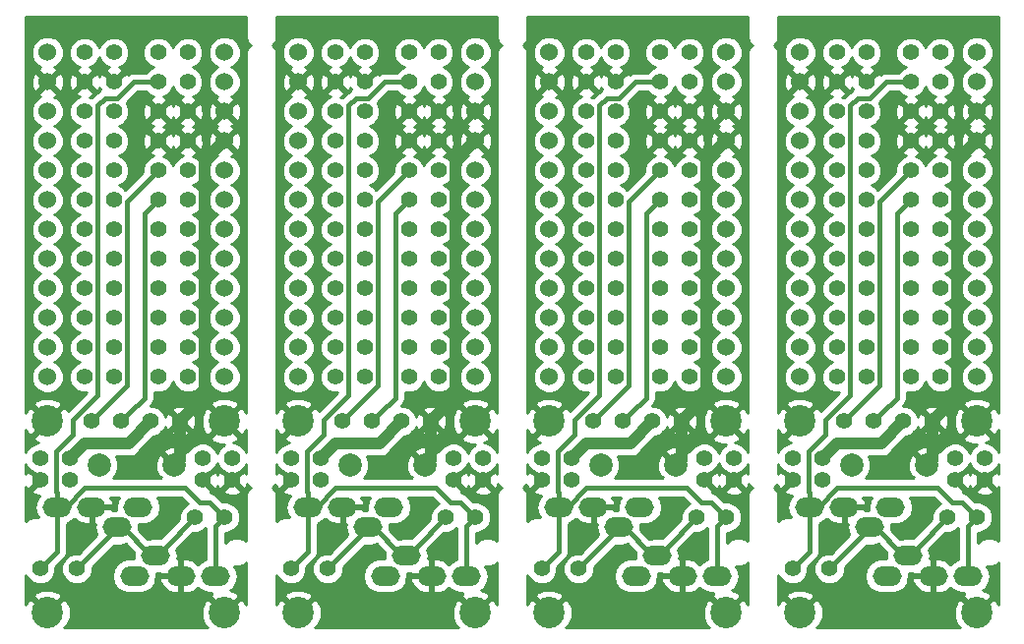
<source format=gtl>
G04 #@! TF.GenerationSoftware,KiCad,Pcbnew,5.0.2-bee76a0~70~ubuntu18.04.1*
G04 #@! TF.CreationDate,2019-11-06T20:00:43+09:00*
G04 #@! TF.ProjectId,MxLEDBit,4d784c45-4442-4697-942e-6b696361645f,1*
G04 #@! TF.SameCoordinates,Original*
G04 #@! TF.FileFunction,Copper,L1,Top*
G04 #@! TF.FilePolarity,Positive*
%FSLAX46Y46*%
G04 Gerber Fmt 4.6, Leading zero omitted, Abs format (unit mm)*
G04 Created by KiCad (PCBNEW 5.0.2-bee76a0~70~ubuntu18.04.1) date 2019年11月06日 20時00分43秒*
%MOMM*%
%LPD*%
G01*
G04 APERTURE LIST*
G04 #@! TA.AperFunction,ComponentPad*
%ADD10C,2.700000*%
G04 #@! TD*
G04 #@! TA.AperFunction,ComponentPad*
%ADD11C,1.397000*%
G04 #@! TD*
G04 #@! TA.AperFunction,ComponentPad*
%ADD12C,2.000000*%
G04 #@! TD*
G04 #@! TA.AperFunction,ComponentPad*
%ADD13O,2.500000X1.700000*%
G04 #@! TD*
G04 #@! TA.AperFunction,ComponentPad*
%ADD14C,1.524000*%
G04 #@! TD*
G04 #@! TA.AperFunction,ViaPad*
%ADD15C,0.800000*%
G04 #@! TD*
G04 #@! TA.AperFunction,Conductor*
%ADD16C,0.400000*%
G04 #@! TD*
G04 #@! TA.AperFunction,Conductor*
%ADD17C,1.000000*%
G04 #@! TD*
G04 #@! TA.AperFunction,Conductor*
%ADD18C,0.254000*%
G04 #@! TD*
G04 APERTURE END LIST*
D10*
G04 #@! TO.P,HOLE_M2,*
G04 #@! TO.N,GND*
X158115000Y-80645000D03*
G04 #@! TD*
G04 #@! TO.P,HOLE_M2,*
G04 #@! TO.N,GND*
X173355000Y-80645000D03*
G04 #@! TD*
G04 #@! TO.P,HOLE_M2,*
G04 #@! TO.N,GND*
X173355000Y-97155000D03*
G04 #@! TD*
G04 #@! TO.P,HOLE_M2,*
G04 #@! TO.N,GND*
X158115000Y-97155000D03*
G04 #@! TD*
G04 #@! TO.P,HOLE_M2,*
G04 #@! TO.N,GND*
X136525000Y-97155000D03*
G04 #@! TD*
G04 #@! TO.P,HOLE_M2,*
G04 #@! TO.N,GND*
X136525000Y-80645000D03*
G04 #@! TD*
G04 #@! TO.P,HOLE_M2,*
G04 #@! TO.N,GND*
X151765000Y-80645000D03*
G04 #@! TD*
G04 #@! TO.P,HOLE_M2,*
G04 #@! TO.N,GND*
X151765000Y-97155000D03*
G04 #@! TD*
G04 #@! TO.P,HOLE_M2,*
G04 #@! TO.N,GND*
X130175000Y-80645000D03*
G04 #@! TD*
G04 #@! TO.P,HOLE_M2,*
G04 #@! TO.N,GND*
X114935000Y-80645000D03*
G04 #@! TD*
G04 #@! TO.P,HOLE_M2,*
G04 #@! TO.N,GND*
X130175000Y-97155000D03*
G04 #@! TD*
G04 #@! TO.P,HOLE_M2,*
G04 #@! TO.N,GND*
X114935000Y-97155000D03*
G04 #@! TD*
G04 #@! TO.P,HOLE_M2,*
G04 #@! TO.N,GND*
X108585000Y-80645000D03*
G04 #@! TD*
G04 #@! TO.P,HOLE_M2,*
G04 #@! TO.N,GND*
X108585000Y-97155000D03*
G04 #@! TD*
G04 #@! TO.P,HOLE_M2,*
G04 #@! TO.N,GND*
X93345000Y-97155000D03*
G04 #@! TD*
D11*
G04 #@! TO.P,P2,GND*
G04 #@! TO.N,GND*
X161290000Y-51435000D03*
G04 #@! TD*
G04 #@! TO.P,P2,GND*
G04 #@! TO.N,GND*
X139700000Y-51435000D03*
G04 #@! TD*
G04 #@! TO.P,P2,GND*
G04 #@! TO.N,GND*
X118110000Y-51435000D03*
G04 #@! TD*
G04 #@! TO.P,P2,20*
G04 #@! TO.N,Net-(PM21-Pad1)*
X163830000Y-59055000D03*
G04 #@! TD*
G04 #@! TO.P,P2,20*
G04 #@! TO.N,Net-(PM21-Pad1)*
X142240000Y-59055000D03*
G04 #@! TD*
G04 #@! TO.P,P2,20*
G04 #@! TO.N,Net-(PM21-Pad1)*
X120650000Y-59055000D03*
G04 #@! TD*
G04 #@! TO.P,P2,VCC*
G04 #@! TO.N,VCC*
X163830000Y-48895000D03*
G04 #@! TD*
G04 #@! TO.P,P2,VCC*
G04 #@! TO.N,VCC*
X142240000Y-48895000D03*
G04 #@! TD*
G04 #@! TO.P,P2,VCC*
G04 #@! TO.N,VCC*
X120650000Y-48895000D03*
G04 #@! TD*
G04 #@! TO.P,P2,RESE*
G04 #@! TO.N,RESET*
X163830000Y-53975000D03*
G04 #@! TD*
G04 #@! TO.P,P2,RESE*
G04 #@! TO.N,RESET*
X142240000Y-53975000D03*
G04 #@! TD*
G04 #@! TO.P,P2,RESE*
G04 #@! TO.N,RESET*
X120650000Y-53975000D03*
G04 #@! TD*
G04 #@! TO.P,P2,VCC*
G04 #@! TO.N,VCC*
X163830000Y-56515000D03*
G04 #@! TD*
G04 #@! TO.P,P2,VCC*
G04 #@! TO.N,VCC*
X142240000Y-56515000D03*
G04 #@! TD*
G04 #@! TO.P,P2,VCC*
G04 #@! TO.N,VCC*
X120650000Y-56515000D03*
G04 #@! TD*
G04 #@! TO.P,P2,GND*
G04 #@! TO.N,GND*
X163830000Y-51435000D03*
G04 #@! TD*
G04 #@! TO.P,P2,GND*
G04 #@! TO.N,GND*
X142240000Y-51435000D03*
G04 #@! TD*
G04 #@! TO.P,P2,GND*
G04 #@! TO.N,GND*
X120650000Y-51435000D03*
G04 #@! TD*
G04 #@! TO.P,P2,SCL*
G04 #@! TO.N,SCL*
X170180000Y-61595000D03*
G04 #@! TD*
G04 #@! TO.P,P2,SCL*
G04 #@! TO.N,SCL*
X148590000Y-61595000D03*
G04 #@! TD*
G04 #@! TO.P,P2,SCL*
G04 #@! TO.N,SCL*
X127000000Y-61595000D03*
G04 #@! TD*
G04 #@! TO.P,P2,PLED*
G04 #@! TO.N,Net-(PLED1-Pad1)*
X170180000Y-48895000D03*
G04 #@! TD*
G04 #@! TO.P,P2,PLED*
G04 #@! TO.N,Net-(PLED1-Pad1)*
X148590000Y-48895000D03*
G04 #@! TD*
G04 #@! TO.P,P2,PLED*
G04 #@! TO.N,Net-(PLED1-Pad1)*
X127000000Y-48895000D03*
G04 #@! TD*
G04 #@! TO.P,P2,SDA*
G04 #@! TO.N,SDA*
X170180000Y-59055000D03*
G04 #@! TD*
G04 #@! TO.P,P2,SDA*
G04 #@! TO.N,SDA*
X148590000Y-59055000D03*
G04 #@! TD*
G04 #@! TO.P,P2,SDA*
G04 #@! TO.N,SDA*
X127000000Y-59055000D03*
G04 #@! TD*
G04 #@! TO.P,P2,GND*
G04 #@! TO.N,GND*
X170180000Y-53975000D03*
G04 #@! TD*
G04 #@! TO.P,P2,GND*
G04 #@! TO.N,GND*
X148590000Y-53975000D03*
G04 #@! TD*
G04 #@! TO.P,P2,GND*
G04 #@! TO.N,GND*
X127000000Y-53975000D03*
G04 #@! TD*
G04 #@! TO.P,P2,DATA*
G04 #@! TO.N,DATA*
X170180000Y-51435000D03*
G04 #@! TD*
G04 #@! TO.P,P2,DATA*
G04 #@! TO.N,DATA*
X148590000Y-51435000D03*
G04 #@! TD*
G04 #@! TO.P,P2,DATA*
G04 #@! TO.N,DATA*
X127000000Y-51435000D03*
G04 #@! TD*
G04 #@! TO.P,P2,GND*
G04 #@! TO.N,GND*
X170180000Y-56515000D03*
G04 #@! TD*
G04 #@! TO.P,P2,GND*
G04 #@! TO.N,GND*
X148590000Y-56515000D03*
G04 #@! TD*
G04 #@! TO.P,P2,GND*
G04 #@! TO.N,GND*
X127000000Y-56515000D03*
G04 #@! TD*
G04 #@! TO.P,P2,20*
G04 #@! TO.N,Net-(PM21-Pad1)*
X161290000Y-59055000D03*
G04 #@! TD*
G04 #@! TO.P,P2,20*
G04 #@! TO.N,Net-(PM21-Pad1)*
X139700000Y-59055000D03*
G04 #@! TD*
G04 #@! TO.P,P2,20*
G04 #@! TO.N,Net-(PM21-Pad1)*
X118110000Y-59055000D03*
G04 #@! TD*
G04 #@! TO.P,P2,VCC*
G04 #@! TO.N,VCC*
X161290000Y-56515000D03*
G04 #@! TD*
G04 #@! TO.P,P2,VCC*
G04 #@! TO.N,VCC*
X139700000Y-56515000D03*
G04 #@! TD*
G04 #@! TO.P,P2,VCC*
G04 #@! TO.N,VCC*
X118110000Y-56515000D03*
G04 #@! TD*
G04 #@! TO.P,P2,RESE*
G04 #@! TO.N,RESET*
X161290000Y-53975000D03*
G04 #@! TD*
G04 #@! TO.P,P2,RESE*
G04 #@! TO.N,RESET*
X139700000Y-53975000D03*
G04 #@! TD*
G04 #@! TO.P,P2,RESE*
G04 #@! TO.N,RESET*
X118110000Y-53975000D03*
G04 #@! TD*
G04 #@! TO.P,P2,VCC*
G04 #@! TO.N,VCC*
X161290000Y-48895000D03*
G04 #@! TD*
G04 #@! TO.P,P2,VCC*
G04 #@! TO.N,VCC*
X139700000Y-48895000D03*
G04 #@! TD*
G04 #@! TO.P,P2,VCC*
G04 #@! TO.N,VCC*
X118110000Y-48895000D03*
G04 #@! TD*
D12*
G04 #@! TO.P,RESET1,2*
G04 #@! TO.N,GND*
X169060000Y-84455000D03*
G04 #@! TO.P,RESET1,1*
G04 #@! TO.N,RESET*
X162560000Y-84455000D03*
G04 #@! TD*
G04 #@! TO.P,RESET1,2*
G04 #@! TO.N,GND*
X147470000Y-84455000D03*
G04 #@! TO.P,RESET1,1*
G04 #@! TO.N,RESET*
X140970000Y-84455000D03*
G04 #@! TD*
G04 #@! TO.P,RESET1,2*
G04 #@! TO.N,GND*
X125880000Y-84455000D03*
G04 #@! TO.P,RESET1,1*
G04 #@! TO.N,RESET*
X119380000Y-84455000D03*
G04 #@! TD*
D13*
G04 #@! TO.P,JACK,A*
G04 #@! TO.N,N/C*
X167425000Y-92230000D03*
G04 #@! TO.P,JACK,D*
G04 #@! TO.N,VCC*
X165925000Y-88030000D03*
G04 #@! TO.P,JACK,C*
G04 #@! TO.N,GND*
X161925000Y-88030000D03*
G04 #@! TO.P,JACK,B*
G04 #@! TO.N,DATA*
X158925000Y-88030000D03*
G04 #@! TD*
G04 #@! TO.P,JACK,A*
G04 #@! TO.N,N/C*
X145835000Y-92230000D03*
G04 #@! TO.P,JACK,D*
G04 #@! TO.N,VCC*
X144335000Y-88030000D03*
G04 #@! TO.P,JACK,C*
G04 #@! TO.N,GND*
X140335000Y-88030000D03*
G04 #@! TO.P,JACK,B*
G04 #@! TO.N,DATA*
X137335000Y-88030000D03*
G04 #@! TD*
G04 #@! TO.P,JACK,A*
G04 #@! TO.N,N/C*
X124245000Y-92230000D03*
G04 #@! TO.P,JACK,D*
G04 #@! TO.N,VCC*
X122745000Y-88030000D03*
G04 #@! TO.P,JACK,C*
G04 #@! TO.N,GND*
X118745000Y-88030000D03*
G04 #@! TO.P,JACK,B*
G04 #@! TO.N,DATA*
X115745000Y-88030000D03*
G04 #@! TD*
G04 #@! TO.P,JACK,B*
G04 #@! TO.N,DATA*
X172595000Y-93980000D03*
G04 #@! TO.P,JACK,C*
G04 #@! TO.N,GND*
X169595000Y-93980000D03*
G04 #@! TO.P,JACK,D*
G04 #@! TO.N,VCC*
X165595000Y-93980000D03*
G04 #@! TO.P,JACK,A*
G04 #@! TO.N,N/C*
X164095000Y-89780000D03*
G04 #@! TD*
G04 #@! TO.P,JACK,B*
G04 #@! TO.N,DATA*
X151005000Y-93980000D03*
G04 #@! TO.P,JACK,C*
G04 #@! TO.N,GND*
X148005000Y-93980000D03*
G04 #@! TO.P,JACK,D*
G04 #@! TO.N,VCC*
X144005000Y-93980000D03*
G04 #@! TO.P,JACK,A*
G04 #@! TO.N,N/C*
X142505000Y-89780000D03*
G04 #@! TD*
G04 #@! TO.P,JACK,B*
G04 #@! TO.N,DATA*
X129415000Y-93980000D03*
G04 #@! TO.P,JACK,C*
G04 #@! TO.N,GND*
X126415000Y-93980000D03*
G04 #@! TO.P,JACK,D*
G04 #@! TO.N,VCC*
X122415000Y-93980000D03*
G04 #@! TO.P,JACK,A*
G04 #@! TO.N,N/C*
X120915000Y-89780000D03*
G04 #@! TD*
D11*
G04 #@! TO.P,P2,12*
G04 #@! TO.N,Net-(PM9-Pad1)*
X167640000Y-76835000D03*
G04 #@! TD*
G04 #@! TO.P,P2,12*
G04 #@! TO.N,Net-(PM9-Pad1)*
X146050000Y-76835000D03*
G04 #@! TD*
G04 #@! TO.P,P2,12*
G04 #@! TO.N,Net-(PM9-Pad1)*
X124460000Y-76835000D03*
G04 #@! TD*
G04 #@! TO.P,P2,11*
G04 #@! TO.N,Net-(PM8-Pad1)*
X167640000Y-74295000D03*
G04 #@! TD*
G04 #@! TO.P,P2,11*
G04 #@! TO.N,Net-(PM8-Pad1)*
X146050000Y-74295000D03*
G04 #@! TD*
G04 #@! TO.P,P2,11*
G04 #@! TO.N,Net-(PM8-Pad1)*
X124460000Y-74295000D03*
G04 #@! TD*
G04 #@! TO.P,P2,10*
G04 #@! TO.N,Net-(PM7-Pad1)*
X167640000Y-71755000D03*
G04 #@! TD*
G04 #@! TO.P,P2,10*
G04 #@! TO.N,Net-(PM7-Pad1)*
X146050000Y-71755000D03*
G04 #@! TD*
G04 #@! TO.P,P2,10*
G04 #@! TO.N,Net-(PM7-Pad1)*
X124460000Y-71755000D03*
G04 #@! TD*
G04 #@! TO.P,P2,7*
G04 #@! TO.N,Net-(PM4-Pad1)*
X167640000Y-64135000D03*
G04 #@! TD*
G04 #@! TO.P,P2,7*
G04 #@! TO.N,Net-(PM4-Pad1)*
X146050000Y-64135000D03*
G04 #@! TD*
G04 #@! TO.P,P2,7*
G04 #@! TO.N,Net-(PM4-Pad1)*
X124460000Y-64135000D03*
G04 #@! TD*
G04 #@! TO.P,P2,9*
G04 #@! TO.N,Net-(PM6-Pad1)*
X167640000Y-69215000D03*
G04 #@! TD*
G04 #@! TO.P,P2,9*
G04 #@! TO.N,Net-(PM6-Pad1)*
X146050000Y-69215000D03*
G04 #@! TD*
G04 #@! TO.P,P2,9*
G04 #@! TO.N,Net-(PM6-Pad1)*
X124460000Y-69215000D03*
G04 #@! TD*
G04 #@! TO.P,P2,8*
G04 #@! TO.N,Net-(PM5-Pad1)*
X167640000Y-66675000D03*
G04 #@! TD*
G04 #@! TO.P,P2,8*
G04 #@! TO.N,Net-(PM5-Pad1)*
X146050000Y-66675000D03*
G04 #@! TD*
G04 #@! TO.P,P2,8*
G04 #@! TO.N,Net-(PM5-Pad1)*
X124460000Y-66675000D03*
G04 #@! TD*
G04 #@! TO.P,P2,18*
G04 #@! TO.N,Net-(PM19-Pad1)*
X163830000Y-64135000D03*
G04 #@! TD*
G04 #@! TO.P,P2,18*
G04 #@! TO.N,Net-(PM19-Pad1)*
X142240000Y-64135000D03*
G04 #@! TD*
G04 #@! TO.P,P2,18*
G04 #@! TO.N,Net-(PM19-Pad1)*
X120650000Y-64135000D03*
G04 #@! TD*
G04 #@! TO.P,P2,17*
G04 #@! TO.N,Net-(PM18-Pad1)*
X163830000Y-66675000D03*
G04 #@! TD*
G04 #@! TO.P,P2,17*
G04 #@! TO.N,Net-(PM18-Pad1)*
X142240000Y-66675000D03*
G04 #@! TD*
G04 #@! TO.P,P2,17*
G04 #@! TO.N,Net-(PM18-Pad1)*
X120650000Y-66675000D03*
G04 #@! TD*
G04 #@! TO.P,P2,16*
G04 #@! TO.N,Net-(PM15-Pad1)*
X163830000Y-69215000D03*
G04 #@! TD*
G04 #@! TO.P,P2,16*
G04 #@! TO.N,Net-(PM15-Pad1)*
X142240000Y-69215000D03*
G04 #@! TD*
G04 #@! TO.P,P2,16*
G04 #@! TO.N,Net-(PM15-Pad1)*
X120650000Y-69215000D03*
G04 #@! TD*
G04 #@! TO.P,P2,13*
G04 #@! TO.N,Net-(PM10-Pad1)*
X163830000Y-76835000D03*
G04 #@! TD*
G04 #@! TO.P,P2,13*
G04 #@! TO.N,Net-(PM10-Pad1)*
X142240000Y-76835000D03*
G04 #@! TD*
G04 #@! TO.P,P2,13*
G04 #@! TO.N,Net-(PM10-Pad1)*
X120650000Y-76835000D03*
G04 #@! TD*
G04 #@! TO.P,P2,15*
G04 #@! TO.N,Net-(PM14-Pad1)*
X163830000Y-71755000D03*
G04 #@! TD*
G04 #@! TO.P,P2,15*
G04 #@! TO.N,Net-(PM14-Pad1)*
X142240000Y-71755000D03*
G04 #@! TD*
G04 #@! TO.P,P2,15*
G04 #@! TO.N,Net-(PM14-Pad1)*
X120650000Y-71755000D03*
G04 #@! TD*
G04 #@! TO.P,P2,14*
G04 #@! TO.N,Net-(PM16-Pad1)*
X163830000Y-74295000D03*
G04 #@! TD*
G04 #@! TO.P,P2,14*
G04 #@! TO.N,Net-(PM16-Pad1)*
X142240000Y-74295000D03*
G04 #@! TD*
G04 #@! TO.P,P2,14*
G04 #@! TO.N,Net-(PM16-Pad1)*
X120650000Y-74295000D03*
G04 #@! TD*
G04 #@! TO.P,P2,19*
G04 #@! TO.N,Net-(PM20-Pad1)*
X163830000Y-61595000D03*
G04 #@! TD*
G04 #@! TO.P,P2,19*
G04 #@! TO.N,Net-(PM20-Pad1)*
X142240000Y-61595000D03*
G04 #@! TD*
G04 #@! TO.P,P2,19*
G04 #@! TO.N,Net-(PM20-Pad1)*
X120650000Y-61595000D03*
G04 #@! TD*
G04 #@! TO.P,P2,1*
G04 #@! TO.N,GND*
X173990000Y-85725000D03*
G04 #@! TD*
G04 #@! TO.P,P2,1*
G04 #@! TO.N,GND*
X152400000Y-85725000D03*
G04 #@! TD*
G04 #@! TO.P,P2,1*
G04 #@! TO.N,GND*
X130810000Y-85725000D03*
G04 #@! TD*
G04 #@! TO.P,P2,1*
G04 #@! TO.N,GND*
X171450000Y-85725000D03*
G04 #@! TD*
G04 #@! TO.P,P2,1*
G04 #@! TO.N,GND*
X149860000Y-85725000D03*
G04 #@! TD*
G04 #@! TO.P,P2,1*
G04 #@! TO.N,GND*
X128270000Y-85725000D03*
G04 #@! TD*
G04 #@! TO.P,P2,1*
G04 #@! TO.N,VCC*
X171450000Y-83820000D03*
G04 #@! TD*
G04 #@! TO.P,P2,1*
G04 #@! TO.N,VCC*
X149860000Y-83820000D03*
G04 #@! TD*
G04 #@! TO.P,P2,1*
G04 #@! TO.N,VCC*
X128270000Y-83820000D03*
G04 #@! TD*
G04 #@! TO.P,P2,1*
G04 #@! TO.N,VCC*
X173990000Y-83820000D03*
G04 #@! TD*
G04 #@! TO.P,P2,1*
G04 #@! TO.N,VCC*
X152400000Y-83820000D03*
G04 #@! TD*
G04 #@! TO.P,P2,1*
G04 #@! TO.N,VCC*
X130810000Y-83820000D03*
G04 #@! TD*
G04 #@! TO.P,P2,1*
G04 #@! TO.N,GND*
X157480000Y-85725000D03*
G04 #@! TD*
G04 #@! TO.P,P2,1*
G04 #@! TO.N,GND*
X135890000Y-85725000D03*
G04 #@! TD*
G04 #@! TO.P,P2,1*
G04 #@! TO.N,GND*
X114300000Y-85725000D03*
G04 #@! TD*
G04 #@! TO.P,P2,1*
G04 #@! TO.N,GND*
X160020000Y-85725000D03*
G04 #@! TD*
G04 #@! TO.P,P2,1*
G04 #@! TO.N,GND*
X138430000Y-85725000D03*
G04 #@! TD*
G04 #@! TO.P,P2,1*
G04 #@! TO.N,GND*
X116840000Y-85725000D03*
G04 #@! TD*
G04 #@! TO.P,P2,1*
G04 #@! TO.N,VCC*
X157480000Y-83820000D03*
G04 #@! TD*
G04 #@! TO.P,P2,1*
G04 #@! TO.N,VCC*
X135890000Y-83820000D03*
G04 #@! TD*
G04 #@! TO.P,P2,1*
G04 #@! TO.N,VCC*
X114300000Y-83820000D03*
G04 #@! TD*
G04 #@! TO.P,P2,1*
G04 #@! TO.N,VCC*
X160020000Y-83820000D03*
G04 #@! TD*
G04 #@! TO.P,P2,1*
G04 #@! TO.N,VCC*
X138430000Y-83820000D03*
G04 #@! TD*
G04 #@! TO.P,P2,1*
G04 #@! TO.N,VCC*
X116840000Y-83820000D03*
G04 #@! TD*
G04 #@! TO.P,OLED,4*
G04 #@! TO.N,SDA*
X161925000Y-80645000D03*
G04 #@! TO.P,OLED,3*
G04 #@! TO.N,SCL*
X164465000Y-80645000D03*
G04 #@! TO.P,OLED,2*
G04 #@! TO.N,VCC*
X167005000Y-80645000D03*
G04 #@! TO.P,OLED,1*
G04 #@! TO.N,GND*
X169545000Y-80645000D03*
G04 #@! TD*
G04 #@! TO.P,OLED,4*
G04 #@! TO.N,SDA*
X140335000Y-80645000D03*
G04 #@! TO.P,OLED,3*
G04 #@! TO.N,SCL*
X142875000Y-80645000D03*
G04 #@! TO.P,OLED,2*
G04 #@! TO.N,VCC*
X145415000Y-80645000D03*
G04 #@! TO.P,OLED,1*
G04 #@! TO.N,GND*
X147955000Y-80645000D03*
G04 #@! TD*
G04 #@! TO.P,OLED,4*
G04 #@! TO.N,SDA*
X118745000Y-80645000D03*
G04 #@! TO.P,OLED,3*
G04 #@! TO.N,SCL*
X121285000Y-80645000D03*
G04 #@! TO.P,OLED,2*
G04 #@! TO.N,VCC*
X123825000Y-80645000D03*
G04 #@! TO.P,OLED,1*
G04 #@! TO.N,GND*
X126365000Y-80645000D03*
G04 #@! TD*
G04 #@! TO.P,P2,8*
G04 #@! TO.N,Net-(PM5-Pad1)*
X170180000Y-66675000D03*
G04 #@! TD*
G04 #@! TO.P,P2,8*
G04 #@! TO.N,Net-(PM5-Pad1)*
X148590000Y-66675000D03*
G04 #@! TD*
G04 #@! TO.P,P2,8*
G04 #@! TO.N,Net-(PM5-Pad1)*
X127000000Y-66675000D03*
G04 #@! TD*
G04 #@! TO.P,P2,9*
G04 #@! TO.N,Net-(PM6-Pad1)*
X170180000Y-69215000D03*
G04 #@! TD*
G04 #@! TO.P,P2,9*
G04 #@! TO.N,Net-(PM6-Pad1)*
X148590000Y-69215000D03*
G04 #@! TD*
G04 #@! TO.P,P2,9*
G04 #@! TO.N,Net-(PM6-Pad1)*
X127000000Y-69215000D03*
G04 #@! TD*
G04 #@! TO.P,P2,7*
G04 #@! TO.N,Net-(PM4-Pad1)*
X170180000Y-64135000D03*
G04 #@! TD*
G04 #@! TO.P,P2,7*
G04 #@! TO.N,Net-(PM4-Pad1)*
X148590000Y-64135000D03*
G04 #@! TD*
G04 #@! TO.P,P2,7*
G04 #@! TO.N,Net-(PM4-Pad1)*
X127000000Y-64135000D03*
G04 #@! TD*
G04 #@! TO.P,P2,10*
G04 #@! TO.N,Net-(PM7-Pad1)*
X170180000Y-71755000D03*
G04 #@! TD*
G04 #@! TO.P,P2,10*
G04 #@! TO.N,Net-(PM7-Pad1)*
X148590000Y-71755000D03*
G04 #@! TD*
G04 #@! TO.P,P2,10*
G04 #@! TO.N,Net-(PM7-Pad1)*
X127000000Y-71755000D03*
G04 #@! TD*
G04 #@! TO.P,P2,11*
G04 #@! TO.N,Net-(PM8-Pad1)*
X170180000Y-74295000D03*
G04 #@! TD*
G04 #@! TO.P,P2,11*
G04 #@! TO.N,Net-(PM8-Pad1)*
X148590000Y-74295000D03*
G04 #@! TD*
G04 #@! TO.P,P2,11*
G04 #@! TO.N,Net-(PM8-Pad1)*
X127000000Y-74295000D03*
G04 #@! TD*
G04 #@! TO.P,P2,12*
G04 #@! TO.N,Net-(PM9-Pad1)*
X170180000Y-76835000D03*
G04 #@! TD*
G04 #@! TO.P,P2,12*
G04 #@! TO.N,Net-(PM9-Pad1)*
X148590000Y-76835000D03*
G04 #@! TD*
G04 #@! TO.P,P2,12*
G04 #@! TO.N,Net-(PM9-Pad1)*
X127000000Y-76835000D03*
G04 #@! TD*
G04 #@! TO.P,P2,14*
G04 #@! TO.N,Net-(PM16-Pad1)*
X161290000Y-74295000D03*
G04 #@! TD*
G04 #@! TO.P,P2,14*
G04 #@! TO.N,Net-(PM16-Pad1)*
X139700000Y-74295000D03*
G04 #@! TD*
G04 #@! TO.P,P2,14*
G04 #@! TO.N,Net-(PM16-Pad1)*
X118110000Y-74295000D03*
G04 #@! TD*
G04 #@! TO.P,P2,15*
G04 #@! TO.N,Net-(PM14-Pad1)*
X161290000Y-71755000D03*
G04 #@! TD*
G04 #@! TO.P,P2,15*
G04 #@! TO.N,Net-(PM14-Pad1)*
X139700000Y-71755000D03*
G04 #@! TD*
G04 #@! TO.P,P2,15*
G04 #@! TO.N,Net-(PM14-Pad1)*
X118110000Y-71755000D03*
G04 #@! TD*
G04 #@! TO.P,P2,13*
G04 #@! TO.N,Net-(PM10-Pad1)*
X161290000Y-76835000D03*
G04 #@! TD*
G04 #@! TO.P,P2,13*
G04 #@! TO.N,Net-(PM10-Pad1)*
X139700000Y-76835000D03*
G04 #@! TD*
G04 #@! TO.P,P2,13*
G04 #@! TO.N,Net-(PM10-Pad1)*
X118110000Y-76835000D03*
G04 #@! TD*
G04 #@! TO.P,P2,16*
G04 #@! TO.N,Net-(PM15-Pad1)*
X161290000Y-69215000D03*
G04 #@! TD*
G04 #@! TO.P,P2,16*
G04 #@! TO.N,Net-(PM15-Pad1)*
X139700000Y-69215000D03*
G04 #@! TD*
G04 #@! TO.P,P2,16*
G04 #@! TO.N,Net-(PM15-Pad1)*
X118110000Y-69215000D03*
G04 #@! TD*
G04 #@! TO.P,P2,17*
G04 #@! TO.N,Net-(PM18-Pad1)*
X161290000Y-66675000D03*
G04 #@! TD*
G04 #@! TO.P,P2,17*
G04 #@! TO.N,Net-(PM18-Pad1)*
X139700000Y-66675000D03*
G04 #@! TD*
G04 #@! TO.P,P2,17*
G04 #@! TO.N,Net-(PM18-Pad1)*
X118110000Y-66675000D03*
G04 #@! TD*
G04 #@! TO.P,P2,18*
G04 #@! TO.N,Net-(PM19-Pad1)*
X161290000Y-64135000D03*
G04 #@! TD*
G04 #@! TO.P,P2,18*
G04 #@! TO.N,Net-(PM19-Pad1)*
X139700000Y-64135000D03*
G04 #@! TD*
G04 #@! TO.P,P2,18*
G04 #@! TO.N,Net-(PM19-Pad1)*
X118110000Y-64135000D03*
G04 #@! TD*
G04 #@! TO.P,P2,19*
G04 #@! TO.N,Net-(PM20-Pad1)*
X161290000Y-61595000D03*
G04 #@! TD*
G04 #@! TO.P,P2,19*
G04 #@! TO.N,Net-(PM20-Pad1)*
X139700000Y-61595000D03*
G04 #@! TD*
G04 #@! TO.P,P2,19*
G04 #@! TO.N,Net-(PM20-Pad1)*
X118110000Y-61595000D03*
G04 #@! TD*
D14*
G04 #@! TO.P,U2,1*
G04 #@! TO.N,Net-(PLED1-Pad1)*
X173355000Y-48895000D03*
G04 #@! TO.P,U2,2*
G04 #@! TO.N,DATA*
X173355000Y-51435000D03*
G04 #@! TO.P,U2,3*
G04 #@! TO.N,GND*
X173355000Y-53975000D03*
G04 #@! TO.P,U2,4*
X173355000Y-56515000D03*
G04 #@! TO.P,U2,5*
G04 #@! TO.N,SDA*
X173355000Y-59055000D03*
G04 #@! TO.P,U2,6*
G04 #@! TO.N,SCL*
X173355000Y-61595000D03*
G04 #@! TO.P,U2,7*
G04 #@! TO.N,Net-(PM4-Pad1)*
X173355000Y-64135000D03*
G04 #@! TO.P,U2,8*
G04 #@! TO.N,Net-(PM5-Pad1)*
X173355000Y-66675000D03*
G04 #@! TO.P,U2,9*
G04 #@! TO.N,Net-(PM6-Pad1)*
X173355000Y-69215000D03*
G04 #@! TO.P,U2,10*
G04 #@! TO.N,Net-(PM7-Pad1)*
X173355000Y-71755000D03*
G04 #@! TO.P,U2,11*
G04 #@! TO.N,Net-(PM8-Pad1)*
X173355000Y-74295000D03*
G04 #@! TO.P,U2,12*
G04 #@! TO.N,Net-(PM9-Pad1)*
X173355000Y-76835000D03*
G04 #@! TO.P,U2,13*
G04 #@! TO.N,Net-(PM10-Pad1)*
X158115000Y-76835000D03*
G04 #@! TO.P,U2,14*
G04 #@! TO.N,Net-(PM16-Pad1)*
X158115000Y-74295000D03*
G04 #@! TO.P,U2,15*
G04 #@! TO.N,Net-(PM14-Pad1)*
X158115000Y-71755000D03*
G04 #@! TO.P,U2,16*
G04 #@! TO.N,Net-(PM15-Pad1)*
X158115000Y-69215000D03*
G04 #@! TO.P,U2,17*
G04 #@! TO.N,Net-(PM18-Pad1)*
X158115000Y-66675000D03*
G04 #@! TO.P,U2,18*
G04 #@! TO.N,Net-(PM19-Pad1)*
X158115000Y-64135000D03*
G04 #@! TO.P,U2,19*
G04 #@! TO.N,Net-(PM20-Pad1)*
X158115000Y-61595000D03*
G04 #@! TO.P,U2,20*
G04 #@! TO.N,Net-(PM21-Pad1)*
X158115000Y-59055000D03*
G04 #@! TO.P,U2,21*
G04 #@! TO.N,VCC*
X158115000Y-56515000D03*
G04 #@! TO.P,U2,22*
G04 #@! TO.N,RESET*
X158115000Y-53975000D03*
G04 #@! TO.P,U2,23*
G04 #@! TO.N,GND*
X158115000Y-51435000D03*
G04 #@! TO.P,U2,24*
G04 #@! TO.N,VCC*
X158115000Y-48895000D03*
G04 #@! TD*
G04 #@! TO.P,U2,1*
G04 #@! TO.N,Net-(PLED1-Pad1)*
X151765000Y-48895000D03*
G04 #@! TO.P,U2,2*
G04 #@! TO.N,DATA*
X151765000Y-51435000D03*
G04 #@! TO.P,U2,3*
G04 #@! TO.N,GND*
X151765000Y-53975000D03*
G04 #@! TO.P,U2,4*
X151765000Y-56515000D03*
G04 #@! TO.P,U2,5*
G04 #@! TO.N,SDA*
X151765000Y-59055000D03*
G04 #@! TO.P,U2,6*
G04 #@! TO.N,SCL*
X151765000Y-61595000D03*
G04 #@! TO.P,U2,7*
G04 #@! TO.N,Net-(PM4-Pad1)*
X151765000Y-64135000D03*
G04 #@! TO.P,U2,8*
G04 #@! TO.N,Net-(PM5-Pad1)*
X151765000Y-66675000D03*
G04 #@! TO.P,U2,9*
G04 #@! TO.N,Net-(PM6-Pad1)*
X151765000Y-69215000D03*
G04 #@! TO.P,U2,10*
G04 #@! TO.N,Net-(PM7-Pad1)*
X151765000Y-71755000D03*
G04 #@! TO.P,U2,11*
G04 #@! TO.N,Net-(PM8-Pad1)*
X151765000Y-74295000D03*
G04 #@! TO.P,U2,12*
G04 #@! TO.N,Net-(PM9-Pad1)*
X151765000Y-76835000D03*
G04 #@! TO.P,U2,13*
G04 #@! TO.N,Net-(PM10-Pad1)*
X136525000Y-76835000D03*
G04 #@! TO.P,U2,14*
G04 #@! TO.N,Net-(PM16-Pad1)*
X136525000Y-74295000D03*
G04 #@! TO.P,U2,15*
G04 #@! TO.N,Net-(PM14-Pad1)*
X136525000Y-71755000D03*
G04 #@! TO.P,U2,16*
G04 #@! TO.N,Net-(PM15-Pad1)*
X136525000Y-69215000D03*
G04 #@! TO.P,U2,17*
G04 #@! TO.N,Net-(PM18-Pad1)*
X136525000Y-66675000D03*
G04 #@! TO.P,U2,18*
G04 #@! TO.N,Net-(PM19-Pad1)*
X136525000Y-64135000D03*
G04 #@! TO.P,U2,19*
G04 #@! TO.N,Net-(PM20-Pad1)*
X136525000Y-61595000D03*
G04 #@! TO.P,U2,20*
G04 #@! TO.N,Net-(PM21-Pad1)*
X136525000Y-59055000D03*
G04 #@! TO.P,U2,21*
G04 #@! TO.N,VCC*
X136525000Y-56515000D03*
G04 #@! TO.P,U2,22*
G04 #@! TO.N,RESET*
X136525000Y-53975000D03*
G04 #@! TO.P,U2,23*
G04 #@! TO.N,GND*
X136525000Y-51435000D03*
G04 #@! TO.P,U2,24*
G04 #@! TO.N,VCC*
X136525000Y-48895000D03*
G04 #@! TD*
G04 #@! TO.P,U2,1*
G04 #@! TO.N,Net-(PLED1-Pad1)*
X130175000Y-48895000D03*
G04 #@! TO.P,U2,2*
G04 #@! TO.N,DATA*
X130175000Y-51435000D03*
G04 #@! TO.P,U2,3*
G04 #@! TO.N,GND*
X130175000Y-53975000D03*
G04 #@! TO.P,U2,4*
X130175000Y-56515000D03*
G04 #@! TO.P,U2,5*
G04 #@! TO.N,SDA*
X130175000Y-59055000D03*
G04 #@! TO.P,U2,6*
G04 #@! TO.N,SCL*
X130175000Y-61595000D03*
G04 #@! TO.P,U2,7*
G04 #@! TO.N,Net-(PM4-Pad1)*
X130175000Y-64135000D03*
G04 #@! TO.P,U2,8*
G04 #@! TO.N,Net-(PM5-Pad1)*
X130175000Y-66675000D03*
G04 #@! TO.P,U2,9*
G04 #@! TO.N,Net-(PM6-Pad1)*
X130175000Y-69215000D03*
G04 #@! TO.P,U2,10*
G04 #@! TO.N,Net-(PM7-Pad1)*
X130175000Y-71755000D03*
G04 #@! TO.P,U2,11*
G04 #@! TO.N,Net-(PM8-Pad1)*
X130175000Y-74295000D03*
G04 #@! TO.P,U2,12*
G04 #@! TO.N,Net-(PM9-Pad1)*
X130175000Y-76835000D03*
G04 #@! TO.P,U2,13*
G04 #@! TO.N,Net-(PM10-Pad1)*
X114935000Y-76835000D03*
G04 #@! TO.P,U2,14*
G04 #@! TO.N,Net-(PM16-Pad1)*
X114935000Y-74295000D03*
G04 #@! TO.P,U2,15*
G04 #@! TO.N,Net-(PM14-Pad1)*
X114935000Y-71755000D03*
G04 #@! TO.P,U2,16*
G04 #@! TO.N,Net-(PM15-Pad1)*
X114935000Y-69215000D03*
G04 #@! TO.P,U2,17*
G04 #@! TO.N,Net-(PM18-Pad1)*
X114935000Y-66675000D03*
G04 #@! TO.P,U2,18*
G04 #@! TO.N,Net-(PM19-Pad1)*
X114935000Y-64135000D03*
G04 #@! TO.P,U2,19*
G04 #@! TO.N,Net-(PM20-Pad1)*
X114935000Y-61595000D03*
G04 #@! TO.P,U2,20*
G04 #@! TO.N,Net-(PM21-Pad1)*
X114935000Y-59055000D03*
G04 #@! TO.P,U2,21*
G04 #@! TO.N,VCC*
X114935000Y-56515000D03*
G04 #@! TO.P,U2,22*
G04 #@! TO.N,RESET*
X114935000Y-53975000D03*
G04 #@! TO.P,U2,23*
G04 #@! TO.N,GND*
X114935000Y-51435000D03*
G04 #@! TO.P,U2,24*
G04 #@! TO.N,VCC*
X114935000Y-48895000D03*
G04 #@! TD*
D11*
G04 #@! TO.P,DATA,D*
G04 #@! TO.N,DATA*
X173355000Y-88900000D03*
G04 #@! TD*
G04 #@! TO.P,DATA,D*
G04 #@! TO.N,DATA*
X151765000Y-88900000D03*
G04 #@! TD*
G04 #@! TO.P,DATA,D*
G04 #@! TO.N,DATA*
X130175000Y-88900000D03*
G04 #@! TD*
G04 #@! TO.P,A,A*
G04 #@! TO.N,N/C*
X170815000Y-88900000D03*
G04 #@! TD*
G04 #@! TO.P,A,A*
G04 #@! TO.N,N/C*
X149225000Y-88900000D03*
G04 #@! TD*
G04 #@! TO.P,A,A*
G04 #@! TO.N,N/C*
X127635000Y-88900000D03*
G04 #@! TD*
G04 #@! TO.P,A,A*
G04 #@! TO.N,N/C*
X160655000Y-93345000D03*
G04 #@! TD*
G04 #@! TO.P,A,A*
G04 #@! TO.N,N/C*
X139065000Y-93345000D03*
G04 #@! TD*
G04 #@! TO.P,A,A*
G04 #@! TO.N,N/C*
X117475000Y-93345000D03*
G04 #@! TD*
G04 #@! TO.P,DATA,D*
G04 #@! TO.N,DATA*
X157480000Y-93345000D03*
G04 #@! TD*
G04 #@! TO.P,DATA,D*
G04 #@! TO.N,DATA*
X135890000Y-93345000D03*
G04 #@! TD*
G04 #@! TO.P,DATA,D*
G04 #@! TO.N,DATA*
X114300000Y-93345000D03*
G04 #@! TD*
G04 #@! TO.P,P2,SDA*
G04 #@! TO.N,SDA*
X167640000Y-59055000D03*
G04 #@! TD*
G04 #@! TO.P,P2,SDA*
G04 #@! TO.N,SDA*
X146050000Y-59055000D03*
G04 #@! TD*
G04 #@! TO.P,P2,SDA*
G04 #@! TO.N,SDA*
X124460000Y-59055000D03*
G04 #@! TD*
G04 #@! TO.P,P2,SCL*
G04 #@! TO.N,SCL*
X167640000Y-61595000D03*
G04 #@! TD*
G04 #@! TO.P,P2,SCL*
G04 #@! TO.N,SCL*
X146050000Y-61595000D03*
G04 #@! TD*
G04 #@! TO.P,P2,SCL*
G04 #@! TO.N,SCL*
X124460000Y-61595000D03*
G04 #@! TD*
G04 #@! TO.P,P2,PLED*
G04 #@! TO.N,Net-(PLED1-Pad1)*
X167640000Y-48895000D03*
G04 #@! TD*
G04 #@! TO.P,P2,PLED*
G04 #@! TO.N,Net-(PLED1-Pad1)*
X146050000Y-48895000D03*
G04 #@! TD*
G04 #@! TO.P,P2,PLED*
G04 #@! TO.N,Net-(PLED1-Pad1)*
X124460000Y-48895000D03*
G04 #@! TD*
G04 #@! TO.P,P2,GND*
G04 #@! TO.N,GND*
X167640000Y-53975000D03*
G04 #@! TD*
G04 #@! TO.P,P2,GND*
G04 #@! TO.N,GND*
X146050000Y-53975000D03*
G04 #@! TD*
G04 #@! TO.P,P2,GND*
G04 #@! TO.N,GND*
X124460000Y-53975000D03*
G04 #@! TD*
G04 #@! TO.P,P2,GND*
G04 #@! TO.N,GND*
X167640000Y-56515000D03*
G04 #@! TD*
G04 #@! TO.P,P2,GND*
G04 #@! TO.N,GND*
X146050000Y-56515000D03*
G04 #@! TD*
G04 #@! TO.P,P2,GND*
G04 #@! TO.N,GND*
X124460000Y-56515000D03*
G04 #@! TD*
G04 #@! TO.P,DT,DATA*
G04 #@! TO.N,DATA*
X167640000Y-51435000D03*
G04 #@! TD*
G04 #@! TO.P,DT,DATA*
G04 #@! TO.N,DATA*
X146050000Y-51435000D03*
G04 #@! TD*
G04 #@! TO.P,DT,DATA*
G04 #@! TO.N,DATA*
X124460000Y-51435000D03*
G04 #@! TD*
D13*
G04 #@! TO.P,JACK,A*
G04 #@! TO.N,N/C*
X99325000Y-89780000D03*
G04 #@! TO.P,JACK,D*
G04 #@! TO.N,VCC*
X100825000Y-93980000D03*
G04 #@! TO.P,JACK,C*
G04 #@! TO.N,GND*
X104825000Y-93980000D03*
G04 #@! TO.P,JACK,B*
G04 #@! TO.N,DATA*
X107825000Y-93980000D03*
G04 #@! TD*
G04 #@! TO.P,JACK,B*
G04 #@! TO.N,DATA*
X94155000Y-88030000D03*
G04 #@! TO.P,JACK,C*
G04 #@! TO.N,GND*
X97155000Y-88030000D03*
G04 #@! TO.P,JACK,D*
G04 #@! TO.N,VCC*
X101155000Y-88030000D03*
G04 #@! TO.P,JACK,A*
G04 #@! TO.N,N/C*
X102655000Y-92230000D03*
G04 #@! TD*
D12*
G04 #@! TO.P,RESET1,1*
G04 #@! TO.N,RESET*
X97790000Y-84455000D03*
G04 #@! TO.P,RESET1,2*
G04 #@! TO.N,GND*
X104290000Y-84455000D03*
G04 #@! TD*
D10*
G04 #@! TO.P,HOLE_M2,*
G04 #@! TO.N,GND*
X93345000Y-80645000D03*
G04 #@! TD*
D11*
G04 #@! TO.P,P2,VCC*
G04 #@! TO.N,VCC*
X96520000Y-48895000D03*
G04 #@! TD*
G04 #@! TO.P,P2,GND*
G04 #@! TO.N,GND*
X96520000Y-51435000D03*
G04 #@! TD*
G04 #@! TO.P,P2,RESE*
G04 #@! TO.N,RESET*
X96520000Y-53975000D03*
G04 #@! TD*
G04 #@! TO.P,P2,VCC*
G04 #@! TO.N,VCC*
X96520000Y-56515000D03*
G04 #@! TD*
G04 #@! TO.P,P2,20*
G04 #@! TO.N,Net-(PM21-Pad1)*
X96520000Y-59055000D03*
G04 #@! TD*
G04 #@! TO.P,P2,GND*
G04 #@! TO.N,GND*
X105410000Y-56515000D03*
G04 #@! TD*
G04 #@! TO.P,P2,DATA*
G04 #@! TO.N,DATA*
X105410000Y-51435000D03*
G04 #@! TD*
G04 #@! TO.P,P2,GND*
G04 #@! TO.N,GND*
X105410000Y-53975000D03*
G04 #@! TD*
G04 #@! TO.P,P2,SDA*
G04 #@! TO.N,SDA*
X105410000Y-59055000D03*
G04 #@! TD*
G04 #@! TO.P,P2,PLED*
G04 #@! TO.N,Net-(PLED1-Pad1)*
X105410000Y-48895000D03*
G04 #@! TD*
G04 #@! TO.P,P2,SCL*
G04 #@! TO.N,SCL*
X105410000Y-61595000D03*
G04 #@! TD*
G04 #@! TO.P,P2,GND*
G04 #@! TO.N,GND*
X99060000Y-51435000D03*
G04 #@! TD*
G04 #@! TO.P,P2,VCC*
G04 #@! TO.N,VCC*
X99060000Y-56515000D03*
G04 #@! TD*
G04 #@! TO.P,P2,RESE*
G04 #@! TO.N,RESET*
X99060000Y-53975000D03*
G04 #@! TD*
G04 #@! TO.P,P2,VCC*
G04 #@! TO.N,VCC*
X99060000Y-48895000D03*
G04 #@! TD*
G04 #@! TO.P,P2,20*
G04 #@! TO.N,Net-(PM21-Pad1)*
X99060000Y-59055000D03*
G04 #@! TD*
G04 #@! TO.P,DT,DATA*
G04 #@! TO.N,DATA*
X102870000Y-51435000D03*
G04 #@! TD*
G04 #@! TO.P,P2,GND*
G04 #@! TO.N,GND*
X102870000Y-56515000D03*
G04 #@! TD*
G04 #@! TO.P,P2,GND*
G04 #@! TO.N,GND*
X102870000Y-53975000D03*
G04 #@! TD*
G04 #@! TO.P,P2,PLED*
G04 #@! TO.N,Net-(PLED1-Pad1)*
X102870000Y-48895000D03*
G04 #@! TD*
G04 #@! TO.P,P2,SCL*
G04 #@! TO.N,SCL*
X102870000Y-61595000D03*
G04 #@! TD*
G04 #@! TO.P,P2,SDA*
G04 #@! TO.N,SDA*
X102870000Y-59055000D03*
G04 #@! TD*
G04 #@! TO.P,DATA,D*
G04 #@! TO.N,DATA*
X92710000Y-93345000D03*
G04 #@! TD*
G04 #@! TO.P,A,A*
G04 #@! TO.N,N/C*
X95885000Y-93345000D03*
G04 #@! TD*
G04 #@! TO.P,A,A*
G04 #@! TO.N,N/C*
X106045000Y-88900000D03*
G04 #@! TD*
G04 #@! TO.P,DATA,D*
G04 #@! TO.N,DATA*
X108585000Y-88900000D03*
G04 #@! TD*
D14*
G04 #@! TO.P,U2,24*
G04 #@! TO.N,VCC*
X93345000Y-48895000D03*
G04 #@! TO.P,U2,23*
G04 #@! TO.N,GND*
X93345000Y-51435000D03*
G04 #@! TO.P,U2,22*
G04 #@! TO.N,RESET*
X93345000Y-53975000D03*
G04 #@! TO.P,U2,21*
G04 #@! TO.N,VCC*
X93345000Y-56515000D03*
G04 #@! TO.P,U2,20*
G04 #@! TO.N,Net-(PM21-Pad1)*
X93345000Y-59055000D03*
G04 #@! TO.P,U2,19*
G04 #@! TO.N,Net-(PM20-Pad1)*
X93345000Y-61595000D03*
G04 #@! TO.P,U2,18*
G04 #@! TO.N,Net-(PM19-Pad1)*
X93345000Y-64135000D03*
G04 #@! TO.P,U2,17*
G04 #@! TO.N,Net-(PM18-Pad1)*
X93345000Y-66675000D03*
G04 #@! TO.P,U2,16*
G04 #@! TO.N,Net-(PM15-Pad1)*
X93345000Y-69215000D03*
G04 #@! TO.P,U2,15*
G04 #@! TO.N,Net-(PM14-Pad1)*
X93345000Y-71755000D03*
G04 #@! TO.P,U2,14*
G04 #@! TO.N,Net-(PM16-Pad1)*
X93345000Y-74295000D03*
G04 #@! TO.P,U2,13*
G04 #@! TO.N,Net-(PM10-Pad1)*
X93345000Y-76835000D03*
G04 #@! TO.P,U2,12*
G04 #@! TO.N,Net-(PM9-Pad1)*
X108585000Y-76835000D03*
G04 #@! TO.P,U2,11*
G04 #@! TO.N,Net-(PM8-Pad1)*
X108585000Y-74295000D03*
G04 #@! TO.P,U2,10*
G04 #@! TO.N,Net-(PM7-Pad1)*
X108585000Y-71755000D03*
G04 #@! TO.P,U2,9*
G04 #@! TO.N,Net-(PM6-Pad1)*
X108585000Y-69215000D03*
G04 #@! TO.P,U2,8*
G04 #@! TO.N,Net-(PM5-Pad1)*
X108585000Y-66675000D03*
G04 #@! TO.P,U2,7*
G04 #@! TO.N,Net-(PM4-Pad1)*
X108585000Y-64135000D03*
G04 #@! TO.P,U2,6*
G04 #@! TO.N,SCL*
X108585000Y-61595000D03*
G04 #@! TO.P,U2,5*
G04 #@! TO.N,SDA*
X108585000Y-59055000D03*
G04 #@! TO.P,U2,4*
G04 #@! TO.N,GND*
X108585000Y-56515000D03*
G04 #@! TO.P,U2,3*
X108585000Y-53975000D03*
G04 #@! TO.P,U2,2*
G04 #@! TO.N,DATA*
X108585000Y-51435000D03*
G04 #@! TO.P,U2,1*
G04 #@! TO.N,Net-(PLED1-Pad1)*
X108585000Y-48895000D03*
G04 #@! TD*
D11*
G04 #@! TO.P,P2,19*
G04 #@! TO.N,Net-(PM20-Pad1)*
X96520000Y-61595000D03*
G04 #@! TD*
G04 #@! TO.P,P2,18*
G04 #@! TO.N,Net-(PM19-Pad1)*
X96520000Y-64135000D03*
G04 #@! TD*
G04 #@! TO.P,P2,17*
G04 #@! TO.N,Net-(PM18-Pad1)*
X96520000Y-66675000D03*
G04 #@! TD*
G04 #@! TO.P,P2,16*
G04 #@! TO.N,Net-(PM15-Pad1)*
X96520000Y-69215000D03*
G04 #@! TD*
G04 #@! TO.P,P2,13*
G04 #@! TO.N,Net-(PM10-Pad1)*
X96520000Y-76835000D03*
G04 #@! TD*
G04 #@! TO.P,P2,15*
G04 #@! TO.N,Net-(PM14-Pad1)*
X96520000Y-71755000D03*
G04 #@! TD*
G04 #@! TO.P,P2,14*
G04 #@! TO.N,Net-(PM16-Pad1)*
X96520000Y-74295000D03*
G04 #@! TD*
G04 #@! TO.P,P2,12*
G04 #@! TO.N,Net-(PM9-Pad1)*
X105410000Y-76835000D03*
G04 #@! TD*
G04 #@! TO.P,P2,11*
G04 #@! TO.N,Net-(PM8-Pad1)*
X105410000Y-74295000D03*
G04 #@! TD*
G04 #@! TO.P,P2,10*
G04 #@! TO.N,Net-(PM7-Pad1)*
X105410000Y-71755000D03*
G04 #@! TD*
G04 #@! TO.P,P2,7*
G04 #@! TO.N,Net-(PM4-Pad1)*
X105410000Y-64135000D03*
G04 #@! TD*
G04 #@! TO.P,P2,9*
G04 #@! TO.N,Net-(PM6-Pad1)*
X105410000Y-69215000D03*
G04 #@! TD*
G04 #@! TO.P,P2,8*
G04 #@! TO.N,Net-(PM5-Pad1)*
X105410000Y-66675000D03*
G04 #@! TD*
G04 #@! TO.P,OLED,1*
G04 #@! TO.N,GND*
X104775000Y-80645000D03*
G04 #@! TO.P,OLED,2*
G04 #@! TO.N,VCC*
X102235000Y-80645000D03*
G04 #@! TO.P,OLED,3*
G04 #@! TO.N,SCL*
X99695000Y-80645000D03*
G04 #@! TO.P,OLED,4*
G04 #@! TO.N,SDA*
X97155000Y-80645000D03*
G04 #@! TD*
G04 #@! TO.P,P2,1*
G04 #@! TO.N,VCC*
X95250000Y-83820000D03*
G04 #@! TD*
G04 #@! TO.P,P2,1*
G04 #@! TO.N,VCC*
X92710000Y-83820000D03*
G04 #@! TD*
G04 #@! TO.P,P2,1*
G04 #@! TO.N,GND*
X95250000Y-85725000D03*
G04 #@! TD*
G04 #@! TO.P,P2,1*
G04 #@! TO.N,GND*
X92710000Y-85725000D03*
G04 #@! TD*
G04 #@! TO.P,P2,1*
G04 #@! TO.N,VCC*
X109220000Y-83820000D03*
G04 #@! TD*
G04 #@! TO.P,P2,1*
G04 #@! TO.N,VCC*
X106680000Y-83820000D03*
G04 #@! TD*
G04 #@! TO.P,P2,1*
G04 #@! TO.N,GND*
X106680000Y-85725000D03*
G04 #@! TD*
G04 #@! TO.P,P2,1*
G04 #@! TO.N,GND*
X109220000Y-85725000D03*
G04 #@! TD*
G04 #@! TO.P,P2,19*
G04 #@! TO.N,Net-(PM20-Pad1)*
X99060000Y-61595000D03*
G04 #@! TD*
G04 #@! TO.P,P2,14*
G04 #@! TO.N,Net-(PM16-Pad1)*
X99060000Y-74295000D03*
G04 #@! TD*
G04 #@! TO.P,P2,15*
G04 #@! TO.N,Net-(PM14-Pad1)*
X99060000Y-71755000D03*
G04 #@! TD*
G04 #@! TO.P,P2,13*
G04 #@! TO.N,Net-(PM10-Pad1)*
X99060000Y-76835000D03*
G04 #@! TD*
G04 #@! TO.P,P2,16*
G04 #@! TO.N,Net-(PM15-Pad1)*
X99060000Y-69215000D03*
G04 #@! TD*
G04 #@! TO.P,P2,17*
G04 #@! TO.N,Net-(PM18-Pad1)*
X99060000Y-66675000D03*
G04 #@! TD*
G04 #@! TO.P,P2,18*
G04 #@! TO.N,Net-(PM19-Pad1)*
X99060000Y-64135000D03*
G04 #@! TD*
G04 #@! TO.P,P2,8*
G04 #@! TO.N,Net-(PM5-Pad1)*
X102870000Y-66675000D03*
G04 #@! TD*
G04 #@! TO.P,P2,9*
G04 #@! TO.N,Net-(PM6-Pad1)*
X102870000Y-69215000D03*
G04 #@! TD*
G04 #@! TO.P,P2,7*
G04 #@! TO.N,Net-(PM4-Pad1)*
X102870000Y-64135000D03*
G04 #@! TD*
G04 #@! TO.P,P2,10*
G04 #@! TO.N,Net-(PM7-Pad1)*
X102870000Y-71755000D03*
G04 #@! TD*
G04 #@! TO.P,P2,11*
G04 #@! TO.N,Net-(PM8-Pad1)*
X102870000Y-74295000D03*
G04 #@! TD*
G04 #@! TO.P,P2,12*
G04 #@! TO.N,Net-(PM9-Pad1)*
X102870000Y-76835000D03*
G04 #@! TD*
D15*
G04 #@! TO.N,GND*
X103378000Y-89662000D03*
X124714000Y-89916000D03*
X146558000Y-89662000D03*
X168148000Y-89662000D03*
G04 #@! TD*
D16*
G04 #@! TO.N,*
X102985899Y-91575990D02*
X102925899Y-91575990D01*
X102655000Y-92230000D02*
X102255000Y-92230000D01*
X99275000Y-89955000D02*
X99275000Y-89780000D01*
X103369010Y-91575990D02*
X102985899Y-91575990D01*
X95885000Y-93345000D02*
X99275000Y-89955000D01*
X102255000Y-92230000D02*
X99805000Y-89780000D01*
X99805000Y-89780000D02*
X99275000Y-89780000D01*
X106045000Y-88900000D02*
X103369010Y-91575990D01*
X124959010Y-91575990D02*
X124575899Y-91575990D01*
X146549010Y-91575990D02*
X146165899Y-91575990D01*
X168139010Y-91575990D02*
X167755899Y-91575990D01*
X117475000Y-93345000D02*
X120865000Y-89955000D01*
X139065000Y-93345000D02*
X142455000Y-89955000D01*
X160655000Y-93345000D02*
X164045000Y-89955000D01*
X123845000Y-92230000D02*
X121395000Y-89780000D01*
X145435000Y-92230000D02*
X142985000Y-89780000D01*
X167025000Y-92230000D02*
X164575000Y-89780000D01*
X121395000Y-89780000D02*
X120865000Y-89780000D01*
X142985000Y-89780000D02*
X142455000Y-89780000D01*
X164575000Y-89780000D02*
X164045000Y-89780000D01*
X124245000Y-92230000D02*
X123845000Y-92230000D01*
X145835000Y-92230000D02*
X145435000Y-92230000D01*
X167425000Y-92230000D02*
X167025000Y-92230000D01*
X127635000Y-88900000D02*
X124959010Y-91575990D01*
X149225000Y-88900000D02*
X146549010Y-91575990D01*
X170815000Y-88900000D02*
X168139010Y-91575990D01*
X120865000Y-89955000D02*
X120865000Y-89780000D01*
X142455000Y-89955000D02*
X142455000Y-89780000D01*
X164045000Y-89955000D02*
X164045000Y-89780000D01*
X124575899Y-91575990D02*
X124515899Y-91575990D01*
X146165899Y-91575990D02*
X146105899Y-91575990D01*
X167755899Y-91575990D02*
X167695899Y-91575990D01*
D17*
G04 #@! TO.N,VCC*
X102235000Y-80645000D02*
X100330000Y-82550000D01*
X96520000Y-82550000D02*
X95250000Y-83820000D01*
X100330000Y-82550000D02*
X96520000Y-82550000D01*
X123825000Y-80645000D02*
X121920000Y-82550000D01*
X145415000Y-80645000D02*
X143510000Y-82550000D01*
X167005000Y-80645000D02*
X165100000Y-82550000D01*
X118110000Y-82550000D02*
X116840000Y-83820000D01*
X139700000Y-82550000D02*
X138430000Y-83820000D01*
X161290000Y-82550000D02*
X160020000Y-83820000D01*
X121920000Y-82550000D02*
X118110000Y-82550000D01*
X143510000Y-82550000D02*
X139700000Y-82550000D01*
X165100000Y-82550000D02*
X161290000Y-82550000D01*
G04 #@! TO.N,GND*
X104775000Y-83970000D02*
X104290000Y-84455000D01*
X104775000Y-80645000D02*
X104775000Y-83970000D01*
X106862501Y-78557499D02*
X105473499Y-79946501D01*
X106862501Y-58237499D02*
X106862501Y-78557499D01*
X105473499Y-79946501D02*
X104775000Y-80645000D01*
X108585000Y-56515000D02*
X106862501Y-58237499D01*
X130175000Y-56515000D02*
X128452501Y-58237499D01*
X151765000Y-56515000D02*
X150042501Y-58237499D01*
X173355000Y-56515000D02*
X171632501Y-58237499D01*
X127063499Y-79946501D02*
X126365000Y-80645000D01*
X148653499Y-79946501D02*
X147955000Y-80645000D01*
X170243499Y-79946501D02*
X169545000Y-80645000D01*
X128452501Y-78557499D02*
X127063499Y-79946501D01*
X150042501Y-78557499D02*
X148653499Y-79946501D01*
X171632501Y-78557499D02*
X170243499Y-79946501D01*
X128452501Y-58237499D02*
X128452501Y-78557499D01*
X150042501Y-58237499D02*
X150042501Y-78557499D01*
X171632501Y-58237499D02*
X171632501Y-78557499D01*
X126365000Y-83970000D02*
X125880000Y-84455000D01*
X147955000Y-83970000D02*
X147470000Y-84455000D01*
X169545000Y-83970000D02*
X169060000Y-84455000D01*
X126365000Y-80645000D02*
X126365000Y-83970000D01*
X147955000Y-80645000D02*
X147955000Y-83970000D01*
X169545000Y-80645000D02*
X169545000Y-83970000D01*
D16*
G04 #@! TO.N,DATA*
X107775000Y-93980000D02*
X107375000Y-93980000D01*
X94155000Y-88030000D02*
X94910852Y-88030000D01*
X94155000Y-91900000D02*
X92710000Y-93345000D01*
X106480702Y-87630000D02*
X107315000Y-87630000D01*
X107315000Y-87630000D02*
X108585000Y-88900000D01*
X105210702Y-86360000D02*
X106480702Y-87630000D01*
X96580852Y-86360000D02*
X105210702Y-86360000D01*
X94155000Y-88030000D02*
X94155000Y-91900000D01*
X94910852Y-88030000D02*
X96580852Y-86360000D01*
X107825000Y-89660000D02*
X108585000Y-88900000D01*
X107825000Y-93980000D02*
X107825000Y-89660000D01*
X94155000Y-86780000D02*
X94155000Y-88030000D01*
X94097499Y-86722499D02*
X94155000Y-86780000D01*
X94097499Y-83266799D02*
X94097499Y-86722499D01*
X95545001Y-80549297D02*
X95545001Y-81819297D01*
X97672501Y-78421797D02*
X95545001Y-80549297D01*
X97672501Y-53457499D02*
X97672501Y-78421797D01*
X98307501Y-52822499D02*
X97672501Y-53457499D01*
X99378203Y-52822499D02*
X98307501Y-52822499D01*
X100765702Y-51435000D02*
X99378203Y-52822499D01*
X95545001Y-81819297D02*
X94097499Y-83266799D01*
X102870000Y-51435000D02*
X100765702Y-51435000D01*
X119897501Y-52822499D02*
X119262501Y-53457499D01*
X141487501Y-52822499D02*
X140852501Y-53457499D01*
X163077501Y-52822499D02*
X162442501Y-53457499D01*
X124460000Y-51435000D02*
X122355702Y-51435000D01*
X146050000Y-51435000D02*
X143945702Y-51435000D01*
X167640000Y-51435000D02*
X165535702Y-51435000D01*
X115687499Y-86722499D02*
X115745000Y-86780000D01*
X137277499Y-86722499D02*
X137335000Y-86780000D01*
X158867499Y-86722499D02*
X158925000Y-86780000D01*
X119262501Y-78421797D02*
X117135001Y-80549297D01*
X140852501Y-78421797D02*
X138725001Y-80549297D01*
X162442501Y-78421797D02*
X160315001Y-80549297D01*
X117135001Y-80549297D02*
X117135001Y-81819297D01*
X138725001Y-80549297D02*
X138725001Y-81819297D01*
X160315001Y-80549297D02*
X160315001Y-81819297D01*
X119262501Y-53457499D02*
X119262501Y-78421797D01*
X140852501Y-53457499D02*
X140852501Y-78421797D01*
X162442501Y-53457499D02*
X162442501Y-78421797D01*
X129365000Y-93980000D02*
X128965000Y-93980000D01*
X150955000Y-93980000D02*
X150555000Y-93980000D01*
X172545000Y-93980000D02*
X172145000Y-93980000D01*
X115745000Y-88030000D02*
X116500852Y-88030000D01*
X137335000Y-88030000D02*
X138090852Y-88030000D01*
X158925000Y-88030000D02*
X159680852Y-88030000D01*
X115745000Y-91900000D02*
X114300000Y-93345000D01*
X137335000Y-91900000D02*
X135890000Y-93345000D01*
X158925000Y-91900000D02*
X157480000Y-93345000D01*
X128070702Y-87630000D02*
X128905000Y-87630000D01*
X149660702Y-87630000D02*
X150495000Y-87630000D01*
X171250702Y-87630000D02*
X172085000Y-87630000D01*
X128905000Y-87630000D02*
X130175000Y-88900000D01*
X150495000Y-87630000D02*
X151765000Y-88900000D01*
X172085000Y-87630000D02*
X173355000Y-88900000D01*
X126800702Y-86360000D02*
X128070702Y-87630000D01*
X148390702Y-86360000D02*
X149660702Y-87630000D01*
X169980702Y-86360000D02*
X171250702Y-87630000D01*
X118170852Y-86360000D02*
X126800702Y-86360000D01*
X139760852Y-86360000D02*
X148390702Y-86360000D01*
X161350852Y-86360000D02*
X169980702Y-86360000D01*
X115745000Y-88030000D02*
X115745000Y-91900000D01*
X137335000Y-88030000D02*
X137335000Y-91900000D01*
X158925000Y-88030000D02*
X158925000Y-91900000D01*
X116500852Y-88030000D02*
X118170852Y-86360000D01*
X138090852Y-88030000D02*
X139760852Y-86360000D01*
X159680852Y-88030000D02*
X161350852Y-86360000D01*
X129415000Y-89660000D02*
X130175000Y-88900000D01*
X151005000Y-89660000D02*
X151765000Y-88900000D01*
X172595000Y-89660000D02*
X173355000Y-88900000D01*
X129415000Y-93980000D02*
X129415000Y-89660000D01*
X151005000Y-93980000D02*
X151005000Y-89660000D01*
X172595000Y-93980000D02*
X172595000Y-89660000D01*
X115745000Y-86780000D02*
X115745000Y-88030000D01*
X137335000Y-86780000D02*
X137335000Y-88030000D01*
X158925000Y-86780000D02*
X158925000Y-88030000D01*
X120968203Y-52822499D02*
X119897501Y-52822499D01*
X142558203Y-52822499D02*
X141487501Y-52822499D01*
X164148203Y-52822499D02*
X163077501Y-52822499D01*
X117135001Y-81819297D02*
X115687499Y-83266799D01*
X138725001Y-81819297D02*
X137277499Y-83266799D01*
X160315001Y-81819297D02*
X158867499Y-83266799D01*
X122355702Y-51435000D02*
X120968203Y-52822499D01*
X143945702Y-51435000D02*
X142558203Y-52822499D01*
X165535702Y-51435000D02*
X164148203Y-52822499D01*
X115687499Y-83266799D02*
X115687499Y-86722499D01*
X137277499Y-83266799D02*
X137277499Y-86722499D01*
X158867499Y-83266799D02*
X158867499Y-86722499D01*
G04 #@! TO.N,SDA*
X97853499Y-79946501D02*
X97155000Y-80645000D01*
X100212501Y-77587499D02*
X97853499Y-79946501D01*
X100212501Y-61712499D02*
X100212501Y-77587499D01*
X102870000Y-59055000D02*
X100212501Y-61712499D01*
X121802501Y-61712499D02*
X121802501Y-77587499D01*
X143392501Y-61712499D02*
X143392501Y-77587499D01*
X164982501Y-61712499D02*
X164982501Y-77587499D01*
X119443499Y-79946501D02*
X118745000Y-80645000D01*
X141033499Y-79946501D02*
X140335000Y-80645000D01*
X162623499Y-79946501D02*
X161925000Y-80645000D01*
X121802501Y-77587499D02*
X119443499Y-79946501D01*
X143392501Y-77587499D02*
X141033499Y-79946501D01*
X164982501Y-77587499D02*
X162623499Y-79946501D01*
X124460000Y-59055000D02*
X121802501Y-61712499D01*
X146050000Y-59055000D02*
X143392501Y-61712499D01*
X167640000Y-59055000D02*
X164982501Y-61712499D01*
G04 #@! TO.N,SCL*
X100393499Y-79946501D02*
X99695000Y-80645000D01*
X101717499Y-78622501D02*
X100393499Y-79946501D01*
X101717499Y-62747501D02*
X101717499Y-78622501D01*
X102870000Y-61595000D02*
X101717499Y-62747501D01*
X121983499Y-79946501D02*
X121285000Y-80645000D01*
X143573499Y-79946501D02*
X142875000Y-80645000D01*
X165163499Y-79946501D02*
X164465000Y-80645000D01*
X124460000Y-61595000D02*
X123307499Y-62747501D01*
X146050000Y-61595000D02*
X144897499Y-62747501D01*
X167640000Y-61595000D02*
X166487499Y-62747501D01*
X123307499Y-78622501D02*
X121983499Y-79946501D01*
X144897499Y-78622501D02*
X143573499Y-79946501D01*
X166487499Y-78622501D02*
X165163499Y-79946501D01*
X123307499Y-62747501D02*
X123307499Y-78622501D01*
X144897499Y-62747501D02*
X144897499Y-78622501D01*
X166487499Y-62747501D02*
X166487499Y-78622501D01*
G04 #@! TD*
D18*
G04 #@! TO.N,GND*
G36*
X120946161Y-87450582D02*
X120830908Y-88030000D01*
X120883620Y-88295000D01*
X120537982Y-88295000D01*
X120465155Y-88157000D01*
X118872000Y-88157000D01*
X118872000Y-89515000D01*
X119053620Y-89515000D01*
X119000908Y-89780000D01*
X119116161Y-90359418D01*
X119181671Y-90457461D01*
X117627633Y-92011500D01*
X117209750Y-92011500D01*
X116719633Y-92214513D01*
X116344513Y-92589633D01*
X116141500Y-93079750D01*
X116141500Y-93610250D01*
X116344513Y-94100367D01*
X116719633Y-94475487D01*
X117209750Y-94678500D01*
X117740250Y-94678500D01*
X118230367Y-94475487D01*
X118605487Y-94100367D01*
X118808500Y-93610250D01*
X118808500Y-93192367D01*
X120657095Y-91343772D01*
X120708343Y-91365000D01*
X121199657Y-91365000D01*
X121441078Y-91265000D01*
X121461256Y-91265000D01*
X121659666Y-91225534D01*
X122386193Y-91952061D01*
X122330908Y-92230000D01*
X122383620Y-92495000D01*
X121868744Y-92495000D01*
X121435582Y-92581161D01*
X120944375Y-92909375D01*
X120616161Y-93400582D01*
X120500908Y-93980000D01*
X120616161Y-94559418D01*
X120944375Y-95050625D01*
X121435582Y-95378839D01*
X121868744Y-95465000D01*
X122961256Y-95465000D01*
X123394418Y-95378839D01*
X123885625Y-95050625D01*
X124213839Y-94559418D01*
X124258102Y-94336890D01*
X124573524Y-94336890D01*
X124594438Y-94430952D01*
X124875144Y-94940251D01*
X125329382Y-95303360D01*
X125888000Y-95465000D01*
X126288000Y-95465000D01*
X126288000Y-94107000D01*
X124694845Y-94107000D01*
X124573524Y-94336890D01*
X124258102Y-94336890D01*
X124329092Y-93980000D01*
X124276380Y-93715000D01*
X124622018Y-93715000D01*
X124694845Y-93853000D01*
X126288000Y-93853000D01*
X126288000Y-92495000D01*
X126106380Y-92495000D01*
X126159092Y-92230000D01*
X126047397Y-91668470D01*
X127482368Y-90233500D01*
X127900250Y-90233500D01*
X128390367Y-90030487D01*
X128580001Y-89840853D01*
X128580000Y-92552434D01*
X128435582Y-92581161D01*
X127944375Y-92909375D01*
X127899952Y-92975859D01*
X127500618Y-92656640D01*
X126942000Y-92495000D01*
X126542000Y-92495000D01*
X126542000Y-93853000D01*
X126562000Y-93853000D01*
X126562000Y-94107000D01*
X126542000Y-94107000D01*
X126542000Y-95465000D01*
X126942000Y-95465000D01*
X127500618Y-95303360D01*
X127899952Y-94984141D01*
X127944375Y-95050625D01*
X128435582Y-95378839D01*
X128868744Y-95465000D01*
X129081714Y-95465000D01*
X128949012Y-95749407D01*
X130175000Y-96975395D01*
X131400988Y-95749407D01*
X131259522Y-95446218D01*
X130647802Y-95209533D01*
X130885625Y-95050625D01*
X131213839Y-94559418D01*
X131329092Y-93980000D01*
X131213839Y-93400582D01*
X131023019Y-93115000D01*
X131462057Y-93115000D01*
X131915971Y-92926982D01*
X132030000Y-92812953D01*
X132030000Y-96423480D01*
X131883782Y-96070478D01*
X131580593Y-95929012D01*
X130354605Y-97155000D01*
X130368748Y-97169143D01*
X130189143Y-97348748D01*
X130175000Y-97334605D01*
X130160858Y-97348748D01*
X129981253Y-97169143D01*
X129995395Y-97155000D01*
X128769407Y-95929012D01*
X128466218Y-96070478D01*
X128181263Y-96806955D01*
X128199836Y-97596418D01*
X128466218Y-98239522D01*
X128756574Y-98375000D01*
X116353426Y-98375000D01*
X116643782Y-98239522D01*
X116928737Y-97503045D01*
X116910164Y-96713582D01*
X116643782Y-96070478D01*
X116340593Y-95929012D01*
X115114605Y-97155000D01*
X115128748Y-97169143D01*
X114949143Y-97348748D01*
X114935000Y-97334605D01*
X114920858Y-97348748D01*
X114741253Y-97169143D01*
X114755395Y-97155000D01*
X113529407Y-95929012D01*
X113226218Y-96070478D01*
X113080000Y-96448384D01*
X113080000Y-95749407D01*
X113709012Y-95749407D01*
X114935000Y-96975395D01*
X116160988Y-95749407D01*
X116019522Y-95446218D01*
X115283045Y-95161263D01*
X114493582Y-95179836D01*
X113850478Y-95446218D01*
X113709012Y-95749407D01*
X113080000Y-95749407D01*
X113080000Y-93884263D01*
X113169513Y-94100367D01*
X113544633Y-94475487D01*
X114034750Y-94678500D01*
X114565250Y-94678500D01*
X115055367Y-94475487D01*
X115430487Y-94100367D01*
X115633500Y-93610250D01*
X115633500Y-93192368D01*
X116277282Y-92548585D01*
X116347001Y-92502001D01*
X116531552Y-92225801D01*
X116580000Y-91982237D01*
X116596358Y-91900000D01*
X116580000Y-91817763D01*
X116580000Y-89457565D01*
X116724418Y-89428839D01*
X117215625Y-89100625D01*
X117260048Y-89034141D01*
X117659382Y-89353360D01*
X118218000Y-89515000D01*
X118618000Y-89515000D01*
X118618000Y-88157000D01*
X118598000Y-88157000D01*
X118598000Y-87903000D01*
X118618000Y-87903000D01*
X118618000Y-87883000D01*
X118872000Y-87883000D01*
X118872000Y-87903000D01*
X120465155Y-87903000D01*
X120586476Y-87673110D01*
X120565562Y-87579048D01*
X120353890Y-87195000D01*
X121116935Y-87195000D01*
X120946161Y-87450582D01*
X120946161Y-87450582D01*
G37*
X120946161Y-87450582D02*
X120830908Y-88030000D01*
X120883620Y-88295000D01*
X120537982Y-88295000D01*
X120465155Y-88157000D01*
X118872000Y-88157000D01*
X118872000Y-89515000D01*
X119053620Y-89515000D01*
X119000908Y-89780000D01*
X119116161Y-90359418D01*
X119181671Y-90457461D01*
X117627633Y-92011500D01*
X117209750Y-92011500D01*
X116719633Y-92214513D01*
X116344513Y-92589633D01*
X116141500Y-93079750D01*
X116141500Y-93610250D01*
X116344513Y-94100367D01*
X116719633Y-94475487D01*
X117209750Y-94678500D01*
X117740250Y-94678500D01*
X118230367Y-94475487D01*
X118605487Y-94100367D01*
X118808500Y-93610250D01*
X118808500Y-93192367D01*
X120657095Y-91343772D01*
X120708343Y-91365000D01*
X121199657Y-91365000D01*
X121441078Y-91265000D01*
X121461256Y-91265000D01*
X121659666Y-91225534D01*
X122386193Y-91952061D01*
X122330908Y-92230000D01*
X122383620Y-92495000D01*
X121868744Y-92495000D01*
X121435582Y-92581161D01*
X120944375Y-92909375D01*
X120616161Y-93400582D01*
X120500908Y-93980000D01*
X120616161Y-94559418D01*
X120944375Y-95050625D01*
X121435582Y-95378839D01*
X121868744Y-95465000D01*
X122961256Y-95465000D01*
X123394418Y-95378839D01*
X123885625Y-95050625D01*
X124213839Y-94559418D01*
X124258102Y-94336890D01*
X124573524Y-94336890D01*
X124594438Y-94430952D01*
X124875144Y-94940251D01*
X125329382Y-95303360D01*
X125888000Y-95465000D01*
X126288000Y-95465000D01*
X126288000Y-94107000D01*
X124694845Y-94107000D01*
X124573524Y-94336890D01*
X124258102Y-94336890D01*
X124329092Y-93980000D01*
X124276380Y-93715000D01*
X124622018Y-93715000D01*
X124694845Y-93853000D01*
X126288000Y-93853000D01*
X126288000Y-92495000D01*
X126106380Y-92495000D01*
X126159092Y-92230000D01*
X126047397Y-91668470D01*
X127482368Y-90233500D01*
X127900250Y-90233500D01*
X128390367Y-90030487D01*
X128580001Y-89840853D01*
X128580000Y-92552434D01*
X128435582Y-92581161D01*
X127944375Y-92909375D01*
X127899952Y-92975859D01*
X127500618Y-92656640D01*
X126942000Y-92495000D01*
X126542000Y-92495000D01*
X126542000Y-93853000D01*
X126562000Y-93853000D01*
X126562000Y-94107000D01*
X126542000Y-94107000D01*
X126542000Y-95465000D01*
X126942000Y-95465000D01*
X127500618Y-95303360D01*
X127899952Y-94984141D01*
X127944375Y-95050625D01*
X128435582Y-95378839D01*
X128868744Y-95465000D01*
X129081714Y-95465000D01*
X128949012Y-95749407D01*
X130175000Y-96975395D01*
X131400988Y-95749407D01*
X131259522Y-95446218D01*
X130647802Y-95209533D01*
X130885625Y-95050625D01*
X131213839Y-94559418D01*
X131329092Y-93980000D01*
X131213839Y-93400582D01*
X131023019Y-93115000D01*
X131462057Y-93115000D01*
X131915971Y-92926982D01*
X132030000Y-92812953D01*
X132030000Y-96423480D01*
X131883782Y-96070478D01*
X131580593Y-95929012D01*
X130354605Y-97155000D01*
X130368748Y-97169143D01*
X130189143Y-97348748D01*
X130175000Y-97334605D01*
X130160858Y-97348748D01*
X129981253Y-97169143D01*
X129995395Y-97155000D01*
X128769407Y-95929012D01*
X128466218Y-96070478D01*
X128181263Y-96806955D01*
X128199836Y-97596418D01*
X128466218Y-98239522D01*
X128756574Y-98375000D01*
X116353426Y-98375000D01*
X116643782Y-98239522D01*
X116928737Y-97503045D01*
X116910164Y-96713582D01*
X116643782Y-96070478D01*
X116340593Y-95929012D01*
X115114605Y-97155000D01*
X115128748Y-97169143D01*
X114949143Y-97348748D01*
X114935000Y-97334605D01*
X114920858Y-97348748D01*
X114741253Y-97169143D01*
X114755395Y-97155000D01*
X113529407Y-95929012D01*
X113226218Y-96070478D01*
X113080000Y-96448384D01*
X113080000Y-95749407D01*
X113709012Y-95749407D01*
X114935000Y-96975395D01*
X116160988Y-95749407D01*
X116019522Y-95446218D01*
X115283045Y-95161263D01*
X114493582Y-95179836D01*
X113850478Y-95446218D01*
X113709012Y-95749407D01*
X113080000Y-95749407D01*
X113080000Y-93884263D01*
X113169513Y-94100367D01*
X113544633Y-94475487D01*
X114034750Y-94678500D01*
X114565250Y-94678500D01*
X115055367Y-94475487D01*
X115430487Y-94100367D01*
X115633500Y-93610250D01*
X115633500Y-93192368D01*
X116277282Y-92548585D01*
X116347001Y-92502001D01*
X116531552Y-92225801D01*
X116580000Y-91982237D01*
X116596358Y-91900000D01*
X116580000Y-91817763D01*
X116580000Y-89457565D01*
X116724418Y-89428839D01*
X117215625Y-89100625D01*
X117260048Y-89034141D01*
X117659382Y-89353360D01*
X118218000Y-89515000D01*
X118618000Y-89515000D01*
X118618000Y-88157000D01*
X118598000Y-88157000D01*
X118598000Y-87903000D01*
X118618000Y-87903000D01*
X118618000Y-87883000D01*
X118872000Y-87883000D01*
X118872000Y-87903000D01*
X120465155Y-87903000D01*
X120586476Y-87673110D01*
X120565562Y-87579048D01*
X120353890Y-87195000D01*
X121116935Y-87195000D01*
X120946161Y-87450582D01*
G36*
X99356161Y-87450582D02*
X99240908Y-88030000D01*
X99293620Y-88295000D01*
X98947982Y-88295000D01*
X98875155Y-88157000D01*
X97282000Y-88157000D01*
X97282000Y-89515000D01*
X97463620Y-89515000D01*
X97410908Y-89780000D01*
X97526161Y-90359418D01*
X97591671Y-90457461D01*
X96037633Y-92011500D01*
X95619750Y-92011500D01*
X95129633Y-92214513D01*
X94754513Y-92589633D01*
X94551500Y-93079750D01*
X94551500Y-93610250D01*
X94754513Y-94100367D01*
X95129633Y-94475487D01*
X95619750Y-94678500D01*
X96150250Y-94678500D01*
X96640367Y-94475487D01*
X97015487Y-94100367D01*
X97218500Y-93610250D01*
X97218500Y-93192367D01*
X99067095Y-91343772D01*
X99118343Y-91365000D01*
X99609657Y-91365000D01*
X99851078Y-91265000D01*
X99871256Y-91265000D01*
X100069666Y-91225534D01*
X100796193Y-91952061D01*
X100740908Y-92230000D01*
X100793620Y-92495000D01*
X100278744Y-92495000D01*
X99845582Y-92581161D01*
X99354375Y-92909375D01*
X99026161Y-93400582D01*
X98910908Y-93980000D01*
X99026161Y-94559418D01*
X99354375Y-95050625D01*
X99845582Y-95378839D01*
X100278744Y-95465000D01*
X101371256Y-95465000D01*
X101804418Y-95378839D01*
X102295625Y-95050625D01*
X102623839Y-94559418D01*
X102668102Y-94336890D01*
X102983524Y-94336890D01*
X103004438Y-94430952D01*
X103285144Y-94940251D01*
X103739382Y-95303360D01*
X104298000Y-95465000D01*
X104698000Y-95465000D01*
X104698000Y-94107000D01*
X103104845Y-94107000D01*
X102983524Y-94336890D01*
X102668102Y-94336890D01*
X102739092Y-93980000D01*
X102686380Y-93715000D01*
X103032018Y-93715000D01*
X103104845Y-93853000D01*
X104698000Y-93853000D01*
X104698000Y-92495000D01*
X104516380Y-92495000D01*
X104569092Y-92230000D01*
X104457397Y-91668470D01*
X105892368Y-90233500D01*
X106310250Y-90233500D01*
X106800367Y-90030487D01*
X106990001Y-89840853D01*
X106990000Y-92552434D01*
X106845582Y-92581161D01*
X106354375Y-92909375D01*
X106309952Y-92975859D01*
X105910618Y-92656640D01*
X105352000Y-92495000D01*
X104952000Y-92495000D01*
X104952000Y-93853000D01*
X104972000Y-93853000D01*
X104972000Y-94107000D01*
X104952000Y-94107000D01*
X104952000Y-95465000D01*
X105352000Y-95465000D01*
X105910618Y-95303360D01*
X106309952Y-94984141D01*
X106354375Y-95050625D01*
X106845582Y-95378839D01*
X107278744Y-95465000D01*
X107491714Y-95465000D01*
X107359012Y-95749407D01*
X108585000Y-96975395D01*
X109810988Y-95749407D01*
X109669522Y-95446218D01*
X109057802Y-95209533D01*
X109295625Y-95050625D01*
X109623839Y-94559418D01*
X109739092Y-93980000D01*
X109623839Y-93400582D01*
X109433019Y-93115000D01*
X109872057Y-93115000D01*
X110325971Y-92926982D01*
X110440001Y-92812952D01*
X110440001Y-96423482D01*
X110293782Y-96070478D01*
X109990593Y-95929012D01*
X108764605Y-97155000D01*
X108778748Y-97169143D01*
X108599143Y-97348748D01*
X108585000Y-97334605D01*
X108570858Y-97348748D01*
X108391253Y-97169143D01*
X108405395Y-97155000D01*
X107179407Y-95929012D01*
X106876218Y-96070478D01*
X106591263Y-96806955D01*
X106609836Y-97596418D01*
X106876218Y-98239522D01*
X107166574Y-98375000D01*
X94763426Y-98375000D01*
X95053782Y-98239522D01*
X95338737Y-97503045D01*
X95320164Y-96713582D01*
X95053782Y-96070478D01*
X94750593Y-95929012D01*
X93524605Y-97155000D01*
X93538748Y-97169143D01*
X93359143Y-97348748D01*
X93345000Y-97334605D01*
X93330858Y-97348748D01*
X93151253Y-97169143D01*
X93165395Y-97155000D01*
X91939407Y-95929012D01*
X91636218Y-96070478D01*
X91490000Y-96448384D01*
X91490000Y-95749407D01*
X92119012Y-95749407D01*
X93345000Y-96975395D01*
X94570988Y-95749407D01*
X94429522Y-95446218D01*
X93693045Y-95161263D01*
X92903582Y-95179836D01*
X92260478Y-95446218D01*
X92119012Y-95749407D01*
X91490000Y-95749407D01*
X91490000Y-93884263D01*
X91579513Y-94100367D01*
X91954633Y-94475487D01*
X92444750Y-94678500D01*
X92975250Y-94678500D01*
X93465367Y-94475487D01*
X93840487Y-94100367D01*
X94043500Y-93610250D01*
X94043500Y-93192368D01*
X94687282Y-92548585D01*
X94757001Y-92502001D01*
X94941552Y-92225801D01*
X94990000Y-91982237D01*
X95006358Y-91900000D01*
X94990000Y-91817763D01*
X94990000Y-89457565D01*
X95134418Y-89428839D01*
X95625625Y-89100625D01*
X95670048Y-89034141D01*
X96069382Y-89353360D01*
X96628000Y-89515000D01*
X97028000Y-89515000D01*
X97028000Y-88157000D01*
X97008000Y-88157000D01*
X97008000Y-87903000D01*
X97028000Y-87903000D01*
X97028000Y-87883000D01*
X97282000Y-87883000D01*
X97282000Y-87903000D01*
X98875155Y-87903000D01*
X98996476Y-87673110D01*
X98975562Y-87579048D01*
X98763890Y-87195000D01*
X99526935Y-87195000D01*
X99356161Y-87450582D01*
X99356161Y-87450582D01*
G37*
X99356161Y-87450582D02*
X99240908Y-88030000D01*
X99293620Y-88295000D01*
X98947982Y-88295000D01*
X98875155Y-88157000D01*
X97282000Y-88157000D01*
X97282000Y-89515000D01*
X97463620Y-89515000D01*
X97410908Y-89780000D01*
X97526161Y-90359418D01*
X97591671Y-90457461D01*
X96037633Y-92011500D01*
X95619750Y-92011500D01*
X95129633Y-92214513D01*
X94754513Y-92589633D01*
X94551500Y-93079750D01*
X94551500Y-93610250D01*
X94754513Y-94100367D01*
X95129633Y-94475487D01*
X95619750Y-94678500D01*
X96150250Y-94678500D01*
X96640367Y-94475487D01*
X97015487Y-94100367D01*
X97218500Y-93610250D01*
X97218500Y-93192367D01*
X99067095Y-91343772D01*
X99118343Y-91365000D01*
X99609657Y-91365000D01*
X99851078Y-91265000D01*
X99871256Y-91265000D01*
X100069666Y-91225534D01*
X100796193Y-91952061D01*
X100740908Y-92230000D01*
X100793620Y-92495000D01*
X100278744Y-92495000D01*
X99845582Y-92581161D01*
X99354375Y-92909375D01*
X99026161Y-93400582D01*
X98910908Y-93980000D01*
X99026161Y-94559418D01*
X99354375Y-95050625D01*
X99845582Y-95378839D01*
X100278744Y-95465000D01*
X101371256Y-95465000D01*
X101804418Y-95378839D01*
X102295625Y-95050625D01*
X102623839Y-94559418D01*
X102668102Y-94336890D01*
X102983524Y-94336890D01*
X103004438Y-94430952D01*
X103285144Y-94940251D01*
X103739382Y-95303360D01*
X104298000Y-95465000D01*
X104698000Y-95465000D01*
X104698000Y-94107000D01*
X103104845Y-94107000D01*
X102983524Y-94336890D01*
X102668102Y-94336890D01*
X102739092Y-93980000D01*
X102686380Y-93715000D01*
X103032018Y-93715000D01*
X103104845Y-93853000D01*
X104698000Y-93853000D01*
X104698000Y-92495000D01*
X104516380Y-92495000D01*
X104569092Y-92230000D01*
X104457397Y-91668470D01*
X105892368Y-90233500D01*
X106310250Y-90233500D01*
X106800367Y-90030487D01*
X106990001Y-89840853D01*
X106990000Y-92552434D01*
X106845582Y-92581161D01*
X106354375Y-92909375D01*
X106309952Y-92975859D01*
X105910618Y-92656640D01*
X105352000Y-92495000D01*
X104952000Y-92495000D01*
X104952000Y-93853000D01*
X104972000Y-93853000D01*
X104972000Y-94107000D01*
X104952000Y-94107000D01*
X104952000Y-95465000D01*
X105352000Y-95465000D01*
X105910618Y-95303360D01*
X106309952Y-94984141D01*
X106354375Y-95050625D01*
X106845582Y-95378839D01*
X107278744Y-95465000D01*
X107491714Y-95465000D01*
X107359012Y-95749407D01*
X108585000Y-96975395D01*
X109810988Y-95749407D01*
X109669522Y-95446218D01*
X109057802Y-95209533D01*
X109295625Y-95050625D01*
X109623839Y-94559418D01*
X109739092Y-93980000D01*
X109623839Y-93400582D01*
X109433019Y-93115000D01*
X109872057Y-93115000D01*
X110325971Y-92926982D01*
X110440001Y-92812952D01*
X110440001Y-96423482D01*
X110293782Y-96070478D01*
X109990593Y-95929012D01*
X108764605Y-97155000D01*
X108778748Y-97169143D01*
X108599143Y-97348748D01*
X108585000Y-97334605D01*
X108570858Y-97348748D01*
X108391253Y-97169143D01*
X108405395Y-97155000D01*
X107179407Y-95929012D01*
X106876218Y-96070478D01*
X106591263Y-96806955D01*
X106609836Y-97596418D01*
X106876218Y-98239522D01*
X107166574Y-98375000D01*
X94763426Y-98375000D01*
X95053782Y-98239522D01*
X95338737Y-97503045D01*
X95320164Y-96713582D01*
X95053782Y-96070478D01*
X94750593Y-95929012D01*
X93524605Y-97155000D01*
X93538748Y-97169143D01*
X93359143Y-97348748D01*
X93345000Y-97334605D01*
X93330858Y-97348748D01*
X93151253Y-97169143D01*
X93165395Y-97155000D01*
X91939407Y-95929012D01*
X91636218Y-96070478D01*
X91490000Y-96448384D01*
X91490000Y-95749407D01*
X92119012Y-95749407D01*
X93345000Y-96975395D01*
X94570988Y-95749407D01*
X94429522Y-95446218D01*
X93693045Y-95161263D01*
X92903582Y-95179836D01*
X92260478Y-95446218D01*
X92119012Y-95749407D01*
X91490000Y-95749407D01*
X91490000Y-93884263D01*
X91579513Y-94100367D01*
X91954633Y-94475487D01*
X92444750Y-94678500D01*
X92975250Y-94678500D01*
X93465367Y-94475487D01*
X93840487Y-94100367D01*
X94043500Y-93610250D01*
X94043500Y-93192368D01*
X94687282Y-92548585D01*
X94757001Y-92502001D01*
X94941552Y-92225801D01*
X94990000Y-91982237D01*
X95006358Y-91900000D01*
X94990000Y-91817763D01*
X94990000Y-89457565D01*
X95134418Y-89428839D01*
X95625625Y-89100625D01*
X95670048Y-89034141D01*
X96069382Y-89353360D01*
X96628000Y-89515000D01*
X97028000Y-89515000D01*
X97028000Y-88157000D01*
X97008000Y-88157000D01*
X97008000Y-87903000D01*
X97028000Y-87903000D01*
X97028000Y-87883000D01*
X97282000Y-87883000D01*
X97282000Y-87903000D01*
X98875155Y-87903000D01*
X98996476Y-87673110D01*
X98975562Y-87579048D01*
X98763890Y-87195000D01*
X99526935Y-87195000D01*
X99356161Y-87450582D01*
G36*
X142536161Y-87450582D02*
X142420908Y-88030000D01*
X142473620Y-88295000D01*
X142127982Y-88295000D01*
X142055155Y-88157000D01*
X140462000Y-88157000D01*
X140462000Y-89515000D01*
X140643620Y-89515000D01*
X140590908Y-89780000D01*
X140706161Y-90359418D01*
X140771671Y-90457461D01*
X139217633Y-92011500D01*
X138799750Y-92011500D01*
X138309633Y-92214513D01*
X137934513Y-92589633D01*
X137731500Y-93079750D01*
X137731500Y-93610250D01*
X137934513Y-94100367D01*
X138309633Y-94475487D01*
X138799750Y-94678500D01*
X139330250Y-94678500D01*
X139820367Y-94475487D01*
X140195487Y-94100367D01*
X140398500Y-93610250D01*
X140398500Y-93192367D01*
X142247095Y-91343772D01*
X142298343Y-91365000D01*
X142789657Y-91365000D01*
X143031078Y-91265000D01*
X143051256Y-91265000D01*
X143249666Y-91225534D01*
X143976193Y-91952061D01*
X143920908Y-92230000D01*
X143973620Y-92495000D01*
X143458744Y-92495000D01*
X143025582Y-92581161D01*
X142534375Y-92909375D01*
X142206161Y-93400582D01*
X142090908Y-93980000D01*
X142206161Y-94559418D01*
X142534375Y-95050625D01*
X143025582Y-95378839D01*
X143458744Y-95465000D01*
X144551256Y-95465000D01*
X144984418Y-95378839D01*
X145475625Y-95050625D01*
X145803839Y-94559418D01*
X145848102Y-94336890D01*
X146163524Y-94336890D01*
X146184438Y-94430952D01*
X146465144Y-94940251D01*
X146919382Y-95303360D01*
X147478000Y-95465000D01*
X147878000Y-95465000D01*
X147878000Y-94107000D01*
X146284845Y-94107000D01*
X146163524Y-94336890D01*
X145848102Y-94336890D01*
X145919092Y-93980000D01*
X145866380Y-93715000D01*
X146212018Y-93715000D01*
X146284845Y-93853000D01*
X147878000Y-93853000D01*
X147878000Y-92495000D01*
X147696380Y-92495000D01*
X147749092Y-92230000D01*
X147637397Y-91668470D01*
X149072368Y-90233500D01*
X149490250Y-90233500D01*
X149980367Y-90030487D01*
X150170001Y-89840853D01*
X150170000Y-92552434D01*
X150025582Y-92581161D01*
X149534375Y-92909375D01*
X149489952Y-92975859D01*
X149090618Y-92656640D01*
X148532000Y-92495000D01*
X148132000Y-92495000D01*
X148132000Y-93853000D01*
X148152000Y-93853000D01*
X148152000Y-94107000D01*
X148132000Y-94107000D01*
X148132000Y-95465000D01*
X148532000Y-95465000D01*
X149090618Y-95303360D01*
X149489952Y-94984141D01*
X149534375Y-95050625D01*
X150025582Y-95378839D01*
X150458744Y-95465000D01*
X150671714Y-95465000D01*
X150539012Y-95749407D01*
X151765000Y-96975395D01*
X152990988Y-95749407D01*
X152849522Y-95446218D01*
X152237802Y-95209533D01*
X152475625Y-95050625D01*
X152803839Y-94559418D01*
X152919092Y-93980000D01*
X152803839Y-93400582D01*
X152613019Y-93115000D01*
X153052057Y-93115000D01*
X153505971Y-92926982D01*
X153620001Y-92812952D01*
X153620001Y-96423482D01*
X153473782Y-96070478D01*
X153170593Y-95929012D01*
X151944605Y-97155000D01*
X151958748Y-97169143D01*
X151779143Y-97348748D01*
X151765000Y-97334605D01*
X151750858Y-97348748D01*
X151571253Y-97169143D01*
X151585395Y-97155000D01*
X150359407Y-95929012D01*
X150056218Y-96070478D01*
X149771263Y-96806955D01*
X149789836Y-97596418D01*
X150056218Y-98239522D01*
X150346574Y-98375000D01*
X137943426Y-98375000D01*
X138233782Y-98239522D01*
X138518737Y-97503045D01*
X138500164Y-96713582D01*
X138233782Y-96070478D01*
X137930593Y-95929012D01*
X136704605Y-97155000D01*
X136718748Y-97169143D01*
X136539143Y-97348748D01*
X136525000Y-97334605D01*
X136510858Y-97348748D01*
X136331253Y-97169143D01*
X136345395Y-97155000D01*
X135119407Y-95929012D01*
X134816218Y-96070478D01*
X134670000Y-96448384D01*
X134670000Y-95749407D01*
X135299012Y-95749407D01*
X136525000Y-96975395D01*
X137750988Y-95749407D01*
X137609522Y-95446218D01*
X136873045Y-95161263D01*
X136083582Y-95179836D01*
X135440478Y-95446218D01*
X135299012Y-95749407D01*
X134670000Y-95749407D01*
X134670000Y-93884263D01*
X134759513Y-94100367D01*
X135134633Y-94475487D01*
X135624750Y-94678500D01*
X136155250Y-94678500D01*
X136645367Y-94475487D01*
X137020487Y-94100367D01*
X137223500Y-93610250D01*
X137223500Y-93192368D01*
X137867282Y-92548585D01*
X137937001Y-92502001D01*
X138121552Y-92225801D01*
X138170000Y-91982237D01*
X138186358Y-91900000D01*
X138170000Y-91817763D01*
X138170000Y-89457565D01*
X138314418Y-89428839D01*
X138805625Y-89100625D01*
X138850048Y-89034141D01*
X139249382Y-89353360D01*
X139808000Y-89515000D01*
X140208000Y-89515000D01*
X140208000Y-88157000D01*
X140188000Y-88157000D01*
X140188000Y-87903000D01*
X140208000Y-87903000D01*
X140208000Y-87883000D01*
X140462000Y-87883000D01*
X140462000Y-87903000D01*
X142055155Y-87903000D01*
X142176476Y-87673110D01*
X142155562Y-87579048D01*
X141943890Y-87195000D01*
X142706935Y-87195000D01*
X142536161Y-87450582D01*
X142536161Y-87450582D01*
G37*
X142536161Y-87450582D02*
X142420908Y-88030000D01*
X142473620Y-88295000D01*
X142127982Y-88295000D01*
X142055155Y-88157000D01*
X140462000Y-88157000D01*
X140462000Y-89515000D01*
X140643620Y-89515000D01*
X140590908Y-89780000D01*
X140706161Y-90359418D01*
X140771671Y-90457461D01*
X139217633Y-92011500D01*
X138799750Y-92011500D01*
X138309633Y-92214513D01*
X137934513Y-92589633D01*
X137731500Y-93079750D01*
X137731500Y-93610250D01*
X137934513Y-94100367D01*
X138309633Y-94475487D01*
X138799750Y-94678500D01*
X139330250Y-94678500D01*
X139820367Y-94475487D01*
X140195487Y-94100367D01*
X140398500Y-93610250D01*
X140398500Y-93192367D01*
X142247095Y-91343772D01*
X142298343Y-91365000D01*
X142789657Y-91365000D01*
X143031078Y-91265000D01*
X143051256Y-91265000D01*
X143249666Y-91225534D01*
X143976193Y-91952061D01*
X143920908Y-92230000D01*
X143973620Y-92495000D01*
X143458744Y-92495000D01*
X143025582Y-92581161D01*
X142534375Y-92909375D01*
X142206161Y-93400582D01*
X142090908Y-93980000D01*
X142206161Y-94559418D01*
X142534375Y-95050625D01*
X143025582Y-95378839D01*
X143458744Y-95465000D01*
X144551256Y-95465000D01*
X144984418Y-95378839D01*
X145475625Y-95050625D01*
X145803839Y-94559418D01*
X145848102Y-94336890D01*
X146163524Y-94336890D01*
X146184438Y-94430952D01*
X146465144Y-94940251D01*
X146919382Y-95303360D01*
X147478000Y-95465000D01*
X147878000Y-95465000D01*
X147878000Y-94107000D01*
X146284845Y-94107000D01*
X146163524Y-94336890D01*
X145848102Y-94336890D01*
X145919092Y-93980000D01*
X145866380Y-93715000D01*
X146212018Y-93715000D01*
X146284845Y-93853000D01*
X147878000Y-93853000D01*
X147878000Y-92495000D01*
X147696380Y-92495000D01*
X147749092Y-92230000D01*
X147637397Y-91668470D01*
X149072368Y-90233500D01*
X149490250Y-90233500D01*
X149980367Y-90030487D01*
X150170001Y-89840853D01*
X150170000Y-92552434D01*
X150025582Y-92581161D01*
X149534375Y-92909375D01*
X149489952Y-92975859D01*
X149090618Y-92656640D01*
X148532000Y-92495000D01*
X148132000Y-92495000D01*
X148132000Y-93853000D01*
X148152000Y-93853000D01*
X148152000Y-94107000D01*
X148132000Y-94107000D01*
X148132000Y-95465000D01*
X148532000Y-95465000D01*
X149090618Y-95303360D01*
X149489952Y-94984141D01*
X149534375Y-95050625D01*
X150025582Y-95378839D01*
X150458744Y-95465000D01*
X150671714Y-95465000D01*
X150539012Y-95749407D01*
X151765000Y-96975395D01*
X152990988Y-95749407D01*
X152849522Y-95446218D01*
X152237802Y-95209533D01*
X152475625Y-95050625D01*
X152803839Y-94559418D01*
X152919092Y-93980000D01*
X152803839Y-93400582D01*
X152613019Y-93115000D01*
X153052057Y-93115000D01*
X153505971Y-92926982D01*
X153620001Y-92812952D01*
X153620001Y-96423482D01*
X153473782Y-96070478D01*
X153170593Y-95929012D01*
X151944605Y-97155000D01*
X151958748Y-97169143D01*
X151779143Y-97348748D01*
X151765000Y-97334605D01*
X151750858Y-97348748D01*
X151571253Y-97169143D01*
X151585395Y-97155000D01*
X150359407Y-95929012D01*
X150056218Y-96070478D01*
X149771263Y-96806955D01*
X149789836Y-97596418D01*
X150056218Y-98239522D01*
X150346574Y-98375000D01*
X137943426Y-98375000D01*
X138233782Y-98239522D01*
X138518737Y-97503045D01*
X138500164Y-96713582D01*
X138233782Y-96070478D01*
X137930593Y-95929012D01*
X136704605Y-97155000D01*
X136718748Y-97169143D01*
X136539143Y-97348748D01*
X136525000Y-97334605D01*
X136510858Y-97348748D01*
X136331253Y-97169143D01*
X136345395Y-97155000D01*
X135119407Y-95929012D01*
X134816218Y-96070478D01*
X134670000Y-96448384D01*
X134670000Y-95749407D01*
X135299012Y-95749407D01*
X136525000Y-96975395D01*
X137750988Y-95749407D01*
X137609522Y-95446218D01*
X136873045Y-95161263D01*
X136083582Y-95179836D01*
X135440478Y-95446218D01*
X135299012Y-95749407D01*
X134670000Y-95749407D01*
X134670000Y-93884263D01*
X134759513Y-94100367D01*
X135134633Y-94475487D01*
X135624750Y-94678500D01*
X136155250Y-94678500D01*
X136645367Y-94475487D01*
X137020487Y-94100367D01*
X137223500Y-93610250D01*
X137223500Y-93192368D01*
X137867282Y-92548585D01*
X137937001Y-92502001D01*
X138121552Y-92225801D01*
X138170000Y-91982237D01*
X138186358Y-91900000D01*
X138170000Y-91817763D01*
X138170000Y-89457565D01*
X138314418Y-89428839D01*
X138805625Y-89100625D01*
X138850048Y-89034141D01*
X139249382Y-89353360D01*
X139808000Y-89515000D01*
X140208000Y-89515000D01*
X140208000Y-88157000D01*
X140188000Y-88157000D01*
X140188000Y-87903000D01*
X140208000Y-87903000D01*
X140208000Y-87883000D01*
X140462000Y-87883000D01*
X140462000Y-87903000D01*
X142055155Y-87903000D01*
X142176476Y-87673110D01*
X142155562Y-87579048D01*
X141943890Y-87195000D01*
X142706935Y-87195000D01*
X142536161Y-87450582D01*
G36*
X164126161Y-87450582D02*
X164010908Y-88030000D01*
X164063620Y-88295000D01*
X163717982Y-88295000D01*
X163645155Y-88157000D01*
X162052000Y-88157000D01*
X162052000Y-89515000D01*
X162233620Y-89515000D01*
X162180908Y-89780000D01*
X162296161Y-90359418D01*
X162361671Y-90457461D01*
X160807633Y-92011500D01*
X160389750Y-92011500D01*
X159899633Y-92214513D01*
X159524513Y-92589633D01*
X159321500Y-93079750D01*
X159321500Y-93610250D01*
X159524513Y-94100367D01*
X159899633Y-94475487D01*
X160389750Y-94678500D01*
X160920250Y-94678500D01*
X161410367Y-94475487D01*
X161785487Y-94100367D01*
X161988500Y-93610250D01*
X161988500Y-93192367D01*
X163837095Y-91343772D01*
X163888343Y-91365000D01*
X164379657Y-91365000D01*
X164621078Y-91265000D01*
X164641256Y-91265000D01*
X164839666Y-91225534D01*
X165566193Y-91952061D01*
X165510908Y-92230000D01*
X165563620Y-92495000D01*
X165048744Y-92495000D01*
X164615582Y-92581161D01*
X164124375Y-92909375D01*
X163796161Y-93400582D01*
X163680908Y-93980000D01*
X163796161Y-94559418D01*
X164124375Y-95050625D01*
X164615582Y-95378839D01*
X165048744Y-95465000D01*
X166141256Y-95465000D01*
X166574418Y-95378839D01*
X167065625Y-95050625D01*
X167393839Y-94559418D01*
X167438102Y-94336890D01*
X167753524Y-94336890D01*
X167774438Y-94430952D01*
X168055144Y-94940251D01*
X168509382Y-95303360D01*
X169068000Y-95465000D01*
X169468000Y-95465000D01*
X169468000Y-94107000D01*
X167874845Y-94107000D01*
X167753524Y-94336890D01*
X167438102Y-94336890D01*
X167509092Y-93980000D01*
X167456380Y-93715000D01*
X167802018Y-93715000D01*
X167874845Y-93853000D01*
X169468000Y-93853000D01*
X169468000Y-92495000D01*
X169286380Y-92495000D01*
X169339092Y-92230000D01*
X169227397Y-91668470D01*
X170662368Y-90233500D01*
X171080250Y-90233500D01*
X171570367Y-90030487D01*
X171760001Y-89840853D01*
X171760000Y-92552434D01*
X171615582Y-92581161D01*
X171124375Y-92909375D01*
X171079952Y-92975859D01*
X170680618Y-92656640D01*
X170122000Y-92495000D01*
X169722000Y-92495000D01*
X169722000Y-93853000D01*
X169742000Y-93853000D01*
X169742000Y-94107000D01*
X169722000Y-94107000D01*
X169722000Y-95465000D01*
X170122000Y-95465000D01*
X170680618Y-95303360D01*
X171079952Y-94984141D01*
X171124375Y-95050625D01*
X171615582Y-95378839D01*
X172048744Y-95465000D01*
X172261714Y-95465000D01*
X172129012Y-95749407D01*
X173355000Y-96975395D01*
X174580988Y-95749407D01*
X174439522Y-95446218D01*
X173827802Y-95209533D01*
X174065625Y-95050625D01*
X174393839Y-94559418D01*
X174509092Y-93980000D01*
X174393839Y-93400582D01*
X174203019Y-93115000D01*
X174642057Y-93115000D01*
X175095971Y-92926982D01*
X175210001Y-92812952D01*
X175210001Y-96423482D01*
X175063782Y-96070478D01*
X174760593Y-95929012D01*
X173534605Y-97155000D01*
X173548748Y-97169143D01*
X173369143Y-97348748D01*
X173355000Y-97334605D01*
X173340858Y-97348748D01*
X173161253Y-97169143D01*
X173175395Y-97155000D01*
X171949407Y-95929012D01*
X171646218Y-96070478D01*
X171361263Y-96806955D01*
X171379836Y-97596418D01*
X171646218Y-98239522D01*
X171936574Y-98375000D01*
X159533426Y-98375000D01*
X159823782Y-98239522D01*
X160108737Y-97503045D01*
X160090164Y-96713582D01*
X159823782Y-96070478D01*
X159520593Y-95929012D01*
X158294605Y-97155000D01*
X158308748Y-97169143D01*
X158129143Y-97348748D01*
X158115000Y-97334605D01*
X158100858Y-97348748D01*
X157921253Y-97169143D01*
X157935395Y-97155000D01*
X156709407Y-95929012D01*
X156406218Y-96070478D01*
X156260000Y-96448384D01*
X156260000Y-95749407D01*
X156889012Y-95749407D01*
X158115000Y-96975395D01*
X159340988Y-95749407D01*
X159199522Y-95446218D01*
X158463045Y-95161263D01*
X157673582Y-95179836D01*
X157030478Y-95446218D01*
X156889012Y-95749407D01*
X156260000Y-95749407D01*
X156260000Y-93884263D01*
X156349513Y-94100367D01*
X156724633Y-94475487D01*
X157214750Y-94678500D01*
X157745250Y-94678500D01*
X158235367Y-94475487D01*
X158610487Y-94100367D01*
X158813500Y-93610250D01*
X158813500Y-93192368D01*
X159457282Y-92548585D01*
X159527001Y-92502001D01*
X159711552Y-92225801D01*
X159760000Y-91982237D01*
X159776358Y-91900000D01*
X159760000Y-91817763D01*
X159760000Y-89457565D01*
X159904418Y-89428839D01*
X160395625Y-89100625D01*
X160440048Y-89034141D01*
X160839382Y-89353360D01*
X161398000Y-89515000D01*
X161798000Y-89515000D01*
X161798000Y-88157000D01*
X161778000Y-88157000D01*
X161778000Y-87903000D01*
X161798000Y-87903000D01*
X161798000Y-87883000D01*
X162052000Y-87883000D01*
X162052000Y-87903000D01*
X163645155Y-87903000D01*
X163766476Y-87673110D01*
X163745562Y-87579048D01*
X163533890Y-87195000D01*
X164296935Y-87195000D01*
X164126161Y-87450582D01*
X164126161Y-87450582D01*
G37*
X164126161Y-87450582D02*
X164010908Y-88030000D01*
X164063620Y-88295000D01*
X163717982Y-88295000D01*
X163645155Y-88157000D01*
X162052000Y-88157000D01*
X162052000Y-89515000D01*
X162233620Y-89515000D01*
X162180908Y-89780000D01*
X162296161Y-90359418D01*
X162361671Y-90457461D01*
X160807633Y-92011500D01*
X160389750Y-92011500D01*
X159899633Y-92214513D01*
X159524513Y-92589633D01*
X159321500Y-93079750D01*
X159321500Y-93610250D01*
X159524513Y-94100367D01*
X159899633Y-94475487D01*
X160389750Y-94678500D01*
X160920250Y-94678500D01*
X161410367Y-94475487D01*
X161785487Y-94100367D01*
X161988500Y-93610250D01*
X161988500Y-93192367D01*
X163837095Y-91343772D01*
X163888343Y-91365000D01*
X164379657Y-91365000D01*
X164621078Y-91265000D01*
X164641256Y-91265000D01*
X164839666Y-91225534D01*
X165566193Y-91952061D01*
X165510908Y-92230000D01*
X165563620Y-92495000D01*
X165048744Y-92495000D01*
X164615582Y-92581161D01*
X164124375Y-92909375D01*
X163796161Y-93400582D01*
X163680908Y-93980000D01*
X163796161Y-94559418D01*
X164124375Y-95050625D01*
X164615582Y-95378839D01*
X165048744Y-95465000D01*
X166141256Y-95465000D01*
X166574418Y-95378839D01*
X167065625Y-95050625D01*
X167393839Y-94559418D01*
X167438102Y-94336890D01*
X167753524Y-94336890D01*
X167774438Y-94430952D01*
X168055144Y-94940251D01*
X168509382Y-95303360D01*
X169068000Y-95465000D01*
X169468000Y-95465000D01*
X169468000Y-94107000D01*
X167874845Y-94107000D01*
X167753524Y-94336890D01*
X167438102Y-94336890D01*
X167509092Y-93980000D01*
X167456380Y-93715000D01*
X167802018Y-93715000D01*
X167874845Y-93853000D01*
X169468000Y-93853000D01*
X169468000Y-92495000D01*
X169286380Y-92495000D01*
X169339092Y-92230000D01*
X169227397Y-91668470D01*
X170662368Y-90233500D01*
X171080250Y-90233500D01*
X171570367Y-90030487D01*
X171760001Y-89840853D01*
X171760000Y-92552434D01*
X171615582Y-92581161D01*
X171124375Y-92909375D01*
X171079952Y-92975859D01*
X170680618Y-92656640D01*
X170122000Y-92495000D01*
X169722000Y-92495000D01*
X169722000Y-93853000D01*
X169742000Y-93853000D01*
X169742000Y-94107000D01*
X169722000Y-94107000D01*
X169722000Y-95465000D01*
X170122000Y-95465000D01*
X170680618Y-95303360D01*
X171079952Y-94984141D01*
X171124375Y-95050625D01*
X171615582Y-95378839D01*
X172048744Y-95465000D01*
X172261714Y-95465000D01*
X172129012Y-95749407D01*
X173355000Y-96975395D01*
X174580988Y-95749407D01*
X174439522Y-95446218D01*
X173827802Y-95209533D01*
X174065625Y-95050625D01*
X174393839Y-94559418D01*
X174509092Y-93980000D01*
X174393839Y-93400582D01*
X174203019Y-93115000D01*
X174642057Y-93115000D01*
X175095971Y-92926982D01*
X175210001Y-92812952D01*
X175210001Y-96423482D01*
X175063782Y-96070478D01*
X174760593Y-95929012D01*
X173534605Y-97155000D01*
X173548748Y-97169143D01*
X173369143Y-97348748D01*
X173355000Y-97334605D01*
X173340858Y-97348748D01*
X173161253Y-97169143D01*
X173175395Y-97155000D01*
X171949407Y-95929012D01*
X171646218Y-96070478D01*
X171361263Y-96806955D01*
X171379836Y-97596418D01*
X171646218Y-98239522D01*
X171936574Y-98375000D01*
X159533426Y-98375000D01*
X159823782Y-98239522D01*
X160108737Y-97503045D01*
X160090164Y-96713582D01*
X159823782Y-96070478D01*
X159520593Y-95929012D01*
X158294605Y-97155000D01*
X158308748Y-97169143D01*
X158129143Y-97348748D01*
X158115000Y-97334605D01*
X158100858Y-97348748D01*
X157921253Y-97169143D01*
X157935395Y-97155000D01*
X156709407Y-95929012D01*
X156406218Y-96070478D01*
X156260000Y-96448384D01*
X156260000Y-95749407D01*
X156889012Y-95749407D01*
X158115000Y-96975395D01*
X159340988Y-95749407D01*
X159199522Y-95446218D01*
X158463045Y-95161263D01*
X157673582Y-95179836D01*
X157030478Y-95446218D01*
X156889012Y-95749407D01*
X156260000Y-95749407D01*
X156260000Y-93884263D01*
X156349513Y-94100367D01*
X156724633Y-94475487D01*
X157214750Y-94678500D01*
X157745250Y-94678500D01*
X158235367Y-94475487D01*
X158610487Y-94100367D01*
X158813500Y-93610250D01*
X158813500Y-93192368D01*
X159457282Y-92548585D01*
X159527001Y-92502001D01*
X159711552Y-92225801D01*
X159760000Y-91982237D01*
X159776358Y-91900000D01*
X159760000Y-91817763D01*
X159760000Y-89457565D01*
X159904418Y-89428839D01*
X160395625Y-89100625D01*
X160440048Y-89034141D01*
X160839382Y-89353360D01*
X161398000Y-89515000D01*
X161798000Y-89515000D01*
X161798000Y-88157000D01*
X161778000Y-88157000D01*
X161778000Y-87903000D01*
X161798000Y-87903000D01*
X161798000Y-87883000D01*
X162052000Y-87883000D01*
X162052000Y-87903000D01*
X163645155Y-87903000D01*
X163766476Y-87673110D01*
X163745562Y-87579048D01*
X163533890Y-87195000D01*
X164296935Y-87195000D01*
X164126161Y-87450582D01*
G36*
X108089513Y-84575367D02*
X108464633Y-84950487D01*
X108738554Y-85063949D01*
X109220000Y-85545395D01*
X109701446Y-85063949D01*
X109975367Y-84950487D01*
X110350487Y-84575367D01*
X110440001Y-84359263D01*
X110440001Y-85153265D01*
X110389800Y-85032071D01*
X110154188Y-84970417D01*
X109399605Y-85725000D01*
X110154188Y-86479583D01*
X110389800Y-86417929D01*
X110518960Y-86050962D01*
X110631143Y-86218857D01*
X110842379Y-86360000D01*
X110631143Y-86501143D01*
X110479745Y-86727727D01*
X110426581Y-86995000D01*
X110440000Y-87062462D01*
X110440000Y-90947047D01*
X110325971Y-90833018D01*
X109872057Y-90645000D01*
X109380743Y-90645000D01*
X108926829Y-90833018D01*
X108660000Y-91099847D01*
X108660000Y-90233500D01*
X108850250Y-90233500D01*
X109340367Y-90030487D01*
X109715487Y-89655367D01*
X109918500Y-89165250D01*
X109918500Y-88634750D01*
X109715487Y-88144633D01*
X109340367Y-87769513D01*
X108850250Y-87566500D01*
X108432367Y-87566500D01*
X107963587Y-87097720D01*
X107917001Y-87027999D01*
X107640801Y-86843448D01*
X107398955Y-86795342D01*
X107434583Y-86659188D01*
X108465417Y-86659188D01*
X108527071Y-86894800D01*
X109027480Y-87070927D01*
X109557199Y-87042148D01*
X109912929Y-86894800D01*
X109974583Y-86659188D01*
X109220000Y-85904605D01*
X108465417Y-86659188D01*
X107434583Y-86659188D01*
X106680000Y-85904605D01*
X106665858Y-85918748D01*
X106486253Y-85739143D01*
X106500395Y-85725000D01*
X106859605Y-85725000D01*
X107614188Y-86479583D01*
X107849800Y-86417929D01*
X107941859Y-86156371D01*
X108050200Y-86417929D01*
X108285812Y-86479583D01*
X109040395Y-85725000D01*
X108285812Y-84970417D01*
X108050200Y-85032071D01*
X107958141Y-85293629D01*
X107849800Y-85032071D01*
X107614188Y-84970417D01*
X106859605Y-85725000D01*
X106500395Y-85725000D01*
X106486253Y-85710858D01*
X106665858Y-85531253D01*
X106680000Y-85545395D01*
X107161446Y-85063949D01*
X107435367Y-84950487D01*
X107810487Y-84575367D01*
X107950000Y-84238553D01*
X108089513Y-84575367D01*
X108089513Y-84575367D01*
G37*
X108089513Y-84575367D02*
X108464633Y-84950487D01*
X108738554Y-85063949D01*
X109220000Y-85545395D01*
X109701446Y-85063949D01*
X109975367Y-84950487D01*
X110350487Y-84575367D01*
X110440001Y-84359263D01*
X110440001Y-85153265D01*
X110389800Y-85032071D01*
X110154188Y-84970417D01*
X109399605Y-85725000D01*
X110154188Y-86479583D01*
X110389800Y-86417929D01*
X110518960Y-86050962D01*
X110631143Y-86218857D01*
X110842379Y-86360000D01*
X110631143Y-86501143D01*
X110479745Y-86727727D01*
X110426581Y-86995000D01*
X110440000Y-87062462D01*
X110440000Y-90947047D01*
X110325971Y-90833018D01*
X109872057Y-90645000D01*
X109380743Y-90645000D01*
X108926829Y-90833018D01*
X108660000Y-91099847D01*
X108660000Y-90233500D01*
X108850250Y-90233500D01*
X109340367Y-90030487D01*
X109715487Y-89655367D01*
X109918500Y-89165250D01*
X109918500Y-88634750D01*
X109715487Y-88144633D01*
X109340367Y-87769513D01*
X108850250Y-87566500D01*
X108432367Y-87566500D01*
X107963587Y-87097720D01*
X107917001Y-87027999D01*
X107640801Y-86843448D01*
X107398955Y-86795342D01*
X107434583Y-86659188D01*
X108465417Y-86659188D01*
X108527071Y-86894800D01*
X109027480Y-87070927D01*
X109557199Y-87042148D01*
X109912929Y-86894800D01*
X109974583Y-86659188D01*
X109220000Y-85904605D01*
X108465417Y-86659188D01*
X107434583Y-86659188D01*
X106680000Y-85904605D01*
X106665858Y-85918748D01*
X106486253Y-85739143D01*
X106500395Y-85725000D01*
X106859605Y-85725000D01*
X107614188Y-86479583D01*
X107849800Y-86417929D01*
X107941859Y-86156371D01*
X108050200Y-86417929D01*
X108285812Y-86479583D01*
X109040395Y-85725000D01*
X108285812Y-84970417D01*
X108050200Y-85032071D01*
X107958141Y-85293629D01*
X107849800Y-85032071D01*
X107614188Y-84970417D01*
X106859605Y-85725000D01*
X106500395Y-85725000D01*
X106486253Y-85710858D01*
X106665858Y-85531253D01*
X106680000Y-85545395D01*
X107161446Y-85063949D01*
X107435367Y-84950487D01*
X107810487Y-84575367D01*
X107950000Y-84238553D01*
X108089513Y-84575367D01*
G36*
X172859513Y-84575367D02*
X173234633Y-84950487D01*
X173508554Y-85063949D01*
X173990000Y-85545395D01*
X174471446Y-85063949D01*
X174745367Y-84950487D01*
X175120487Y-84575367D01*
X175210001Y-84359263D01*
X175210001Y-85153265D01*
X175159800Y-85032071D01*
X174924188Y-84970417D01*
X174169605Y-85725000D01*
X174924188Y-86479583D01*
X175159800Y-86417929D01*
X175210001Y-86275299D01*
X175210001Y-90947048D01*
X175095971Y-90833018D01*
X174642057Y-90645000D01*
X174150743Y-90645000D01*
X173696829Y-90833018D01*
X173430000Y-91099847D01*
X173430000Y-90233500D01*
X173620250Y-90233500D01*
X174110367Y-90030487D01*
X174485487Y-89655367D01*
X174688500Y-89165250D01*
X174688500Y-88634750D01*
X174485487Y-88144633D01*
X174110367Y-87769513D01*
X173620250Y-87566500D01*
X173202367Y-87566500D01*
X172733587Y-87097720D01*
X172687001Y-87027999D01*
X172410801Y-86843448D01*
X172168955Y-86795342D01*
X172204583Y-86659188D01*
X173235417Y-86659188D01*
X173297071Y-86894800D01*
X173797480Y-87070927D01*
X174327199Y-87042148D01*
X174682929Y-86894800D01*
X174744583Y-86659188D01*
X173990000Y-85904605D01*
X173235417Y-86659188D01*
X172204583Y-86659188D01*
X171450000Y-85904605D01*
X171435858Y-85918748D01*
X171256253Y-85739143D01*
X171270395Y-85725000D01*
X171629605Y-85725000D01*
X172384188Y-86479583D01*
X172619800Y-86417929D01*
X172711859Y-86156371D01*
X172820200Y-86417929D01*
X173055812Y-86479583D01*
X173810395Y-85725000D01*
X173055812Y-84970417D01*
X172820200Y-85032071D01*
X172728141Y-85293629D01*
X172619800Y-85032071D01*
X172384188Y-84970417D01*
X171629605Y-85725000D01*
X171270395Y-85725000D01*
X171256253Y-85710858D01*
X171435858Y-85531253D01*
X171450000Y-85545395D01*
X171931446Y-85063949D01*
X172205367Y-84950487D01*
X172580487Y-84575367D01*
X172720000Y-84238553D01*
X172859513Y-84575367D01*
X172859513Y-84575367D01*
G37*
X172859513Y-84575367D02*
X173234633Y-84950487D01*
X173508554Y-85063949D01*
X173990000Y-85545395D01*
X174471446Y-85063949D01*
X174745367Y-84950487D01*
X175120487Y-84575367D01*
X175210001Y-84359263D01*
X175210001Y-85153265D01*
X175159800Y-85032071D01*
X174924188Y-84970417D01*
X174169605Y-85725000D01*
X174924188Y-86479583D01*
X175159800Y-86417929D01*
X175210001Y-86275299D01*
X175210001Y-90947048D01*
X175095971Y-90833018D01*
X174642057Y-90645000D01*
X174150743Y-90645000D01*
X173696829Y-90833018D01*
X173430000Y-91099847D01*
X173430000Y-90233500D01*
X173620250Y-90233500D01*
X174110367Y-90030487D01*
X174485487Y-89655367D01*
X174688500Y-89165250D01*
X174688500Y-88634750D01*
X174485487Y-88144633D01*
X174110367Y-87769513D01*
X173620250Y-87566500D01*
X173202367Y-87566500D01*
X172733587Y-87097720D01*
X172687001Y-87027999D01*
X172410801Y-86843448D01*
X172168955Y-86795342D01*
X172204583Y-86659188D01*
X173235417Y-86659188D01*
X173297071Y-86894800D01*
X173797480Y-87070927D01*
X174327199Y-87042148D01*
X174682929Y-86894800D01*
X174744583Y-86659188D01*
X173990000Y-85904605D01*
X173235417Y-86659188D01*
X172204583Y-86659188D01*
X171450000Y-85904605D01*
X171435858Y-85918748D01*
X171256253Y-85739143D01*
X171270395Y-85725000D01*
X171629605Y-85725000D01*
X172384188Y-86479583D01*
X172619800Y-86417929D01*
X172711859Y-86156371D01*
X172820200Y-86417929D01*
X173055812Y-86479583D01*
X173810395Y-85725000D01*
X173055812Y-84970417D01*
X172820200Y-85032071D01*
X172728141Y-85293629D01*
X172619800Y-85032071D01*
X172384188Y-84970417D01*
X171629605Y-85725000D01*
X171270395Y-85725000D01*
X171256253Y-85710858D01*
X171435858Y-85531253D01*
X171450000Y-85545395D01*
X171931446Y-85063949D01*
X172205367Y-84950487D01*
X172580487Y-84575367D01*
X172720000Y-84238553D01*
X172859513Y-84575367D01*
G36*
X151269513Y-84575367D02*
X151644633Y-84950487D01*
X151918554Y-85063949D01*
X152400000Y-85545395D01*
X152881446Y-85063949D01*
X153155367Y-84950487D01*
X153530487Y-84575367D01*
X153620001Y-84359263D01*
X153620001Y-85153265D01*
X153569800Y-85032071D01*
X153334188Y-84970417D01*
X152579605Y-85725000D01*
X153334188Y-86479583D01*
X153569800Y-86417929D01*
X153698960Y-86050962D01*
X153811143Y-86218857D01*
X154022379Y-86360000D01*
X153811143Y-86501143D01*
X153659745Y-86727727D01*
X153606581Y-86995000D01*
X153620000Y-87062462D01*
X153620000Y-90947047D01*
X153505971Y-90833018D01*
X153052057Y-90645000D01*
X152560743Y-90645000D01*
X152106829Y-90833018D01*
X151840000Y-91099847D01*
X151840000Y-90233500D01*
X152030250Y-90233500D01*
X152520367Y-90030487D01*
X152895487Y-89655367D01*
X153098500Y-89165250D01*
X153098500Y-88634750D01*
X152895487Y-88144633D01*
X152520367Y-87769513D01*
X152030250Y-87566500D01*
X151612367Y-87566500D01*
X151143587Y-87097720D01*
X151097001Y-87027999D01*
X150820801Y-86843448D01*
X150578955Y-86795342D01*
X150614583Y-86659188D01*
X151645417Y-86659188D01*
X151707071Y-86894800D01*
X152207480Y-87070927D01*
X152737199Y-87042148D01*
X153092929Y-86894800D01*
X153154583Y-86659188D01*
X152400000Y-85904605D01*
X151645417Y-86659188D01*
X150614583Y-86659188D01*
X149860000Y-85904605D01*
X149845858Y-85918748D01*
X149666253Y-85739143D01*
X149680395Y-85725000D01*
X150039605Y-85725000D01*
X150794188Y-86479583D01*
X151029800Y-86417929D01*
X151121859Y-86156371D01*
X151230200Y-86417929D01*
X151465812Y-86479583D01*
X152220395Y-85725000D01*
X151465812Y-84970417D01*
X151230200Y-85032071D01*
X151138141Y-85293629D01*
X151029800Y-85032071D01*
X150794188Y-84970417D01*
X150039605Y-85725000D01*
X149680395Y-85725000D01*
X149666253Y-85710858D01*
X149845858Y-85531253D01*
X149860000Y-85545395D01*
X150341446Y-85063949D01*
X150615367Y-84950487D01*
X150990487Y-84575367D01*
X151130000Y-84238553D01*
X151269513Y-84575367D01*
X151269513Y-84575367D01*
G37*
X151269513Y-84575367D02*
X151644633Y-84950487D01*
X151918554Y-85063949D01*
X152400000Y-85545395D01*
X152881446Y-85063949D01*
X153155367Y-84950487D01*
X153530487Y-84575367D01*
X153620001Y-84359263D01*
X153620001Y-85153265D01*
X153569800Y-85032071D01*
X153334188Y-84970417D01*
X152579605Y-85725000D01*
X153334188Y-86479583D01*
X153569800Y-86417929D01*
X153698960Y-86050962D01*
X153811143Y-86218857D01*
X154022379Y-86360000D01*
X153811143Y-86501143D01*
X153659745Y-86727727D01*
X153606581Y-86995000D01*
X153620000Y-87062462D01*
X153620000Y-90947047D01*
X153505971Y-90833018D01*
X153052057Y-90645000D01*
X152560743Y-90645000D01*
X152106829Y-90833018D01*
X151840000Y-91099847D01*
X151840000Y-90233500D01*
X152030250Y-90233500D01*
X152520367Y-90030487D01*
X152895487Y-89655367D01*
X153098500Y-89165250D01*
X153098500Y-88634750D01*
X152895487Y-88144633D01*
X152520367Y-87769513D01*
X152030250Y-87566500D01*
X151612367Y-87566500D01*
X151143587Y-87097720D01*
X151097001Y-87027999D01*
X150820801Y-86843448D01*
X150578955Y-86795342D01*
X150614583Y-86659188D01*
X151645417Y-86659188D01*
X151707071Y-86894800D01*
X152207480Y-87070927D01*
X152737199Y-87042148D01*
X153092929Y-86894800D01*
X153154583Y-86659188D01*
X152400000Y-85904605D01*
X151645417Y-86659188D01*
X150614583Y-86659188D01*
X149860000Y-85904605D01*
X149845858Y-85918748D01*
X149666253Y-85739143D01*
X149680395Y-85725000D01*
X150039605Y-85725000D01*
X150794188Y-86479583D01*
X151029800Y-86417929D01*
X151121859Y-86156371D01*
X151230200Y-86417929D01*
X151465812Y-86479583D01*
X152220395Y-85725000D01*
X151465812Y-84970417D01*
X151230200Y-85032071D01*
X151138141Y-85293629D01*
X151029800Y-85032071D01*
X150794188Y-84970417D01*
X150039605Y-85725000D01*
X149680395Y-85725000D01*
X149666253Y-85710858D01*
X149845858Y-85531253D01*
X149860000Y-85545395D01*
X150341446Y-85063949D01*
X150615367Y-84950487D01*
X150990487Y-84575367D01*
X151130000Y-84238553D01*
X151269513Y-84575367D01*
G36*
X129679513Y-84575367D02*
X130054633Y-84950487D01*
X130328554Y-85063949D01*
X130810000Y-85545395D01*
X131291446Y-85063949D01*
X131565367Y-84950487D01*
X131940487Y-84575367D01*
X132030000Y-84359263D01*
X132030000Y-85153265D01*
X131979800Y-85032071D01*
X131744188Y-84970417D01*
X130989605Y-85725000D01*
X131744188Y-86479583D01*
X131979800Y-86417929D01*
X132108960Y-86050962D01*
X132221143Y-86218857D01*
X132432379Y-86360000D01*
X132221143Y-86501143D01*
X132069745Y-86727727D01*
X132016581Y-86995000D01*
X132030001Y-87062467D01*
X132030001Y-90947048D01*
X131915971Y-90833018D01*
X131462057Y-90645000D01*
X130970743Y-90645000D01*
X130516829Y-90833018D01*
X130250000Y-91099847D01*
X130250000Y-90233500D01*
X130440250Y-90233500D01*
X130930367Y-90030487D01*
X131305487Y-89655367D01*
X131508500Y-89165250D01*
X131508500Y-88634750D01*
X131305487Y-88144633D01*
X130930367Y-87769513D01*
X130440250Y-87566500D01*
X130022367Y-87566500D01*
X129553587Y-87097720D01*
X129507001Y-87027999D01*
X129230801Y-86843448D01*
X128988955Y-86795342D01*
X129024583Y-86659188D01*
X130055417Y-86659188D01*
X130117071Y-86894800D01*
X130617480Y-87070927D01*
X131147199Y-87042148D01*
X131502929Y-86894800D01*
X131564583Y-86659188D01*
X130810000Y-85904605D01*
X130055417Y-86659188D01*
X129024583Y-86659188D01*
X128270000Y-85904605D01*
X128255858Y-85918748D01*
X128076253Y-85739143D01*
X128090395Y-85725000D01*
X128449605Y-85725000D01*
X129204188Y-86479583D01*
X129439800Y-86417929D01*
X129531859Y-86156371D01*
X129640200Y-86417929D01*
X129875812Y-86479583D01*
X130630395Y-85725000D01*
X129875812Y-84970417D01*
X129640200Y-85032071D01*
X129548141Y-85293629D01*
X129439800Y-85032071D01*
X129204188Y-84970417D01*
X128449605Y-85725000D01*
X128090395Y-85725000D01*
X128076253Y-85710858D01*
X128255858Y-85531253D01*
X128270000Y-85545395D01*
X128751446Y-85063949D01*
X129025367Y-84950487D01*
X129400487Y-84575367D01*
X129540000Y-84238553D01*
X129679513Y-84575367D01*
X129679513Y-84575367D01*
G37*
X129679513Y-84575367D02*
X130054633Y-84950487D01*
X130328554Y-85063949D01*
X130810000Y-85545395D01*
X131291446Y-85063949D01*
X131565367Y-84950487D01*
X131940487Y-84575367D01*
X132030000Y-84359263D01*
X132030000Y-85153265D01*
X131979800Y-85032071D01*
X131744188Y-84970417D01*
X130989605Y-85725000D01*
X131744188Y-86479583D01*
X131979800Y-86417929D01*
X132108960Y-86050962D01*
X132221143Y-86218857D01*
X132432379Y-86360000D01*
X132221143Y-86501143D01*
X132069745Y-86727727D01*
X132016581Y-86995000D01*
X132030001Y-87062467D01*
X132030001Y-90947048D01*
X131915971Y-90833018D01*
X131462057Y-90645000D01*
X130970743Y-90645000D01*
X130516829Y-90833018D01*
X130250000Y-91099847D01*
X130250000Y-90233500D01*
X130440250Y-90233500D01*
X130930367Y-90030487D01*
X131305487Y-89655367D01*
X131508500Y-89165250D01*
X131508500Y-88634750D01*
X131305487Y-88144633D01*
X130930367Y-87769513D01*
X130440250Y-87566500D01*
X130022367Y-87566500D01*
X129553587Y-87097720D01*
X129507001Y-87027999D01*
X129230801Y-86843448D01*
X128988955Y-86795342D01*
X129024583Y-86659188D01*
X130055417Y-86659188D01*
X130117071Y-86894800D01*
X130617480Y-87070927D01*
X131147199Y-87042148D01*
X131502929Y-86894800D01*
X131564583Y-86659188D01*
X130810000Y-85904605D01*
X130055417Y-86659188D01*
X129024583Y-86659188D01*
X128270000Y-85904605D01*
X128255858Y-85918748D01*
X128076253Y-85739143D01*
X128090395Y-85725000D01*
X128449605Y-85725000D01*
X129204188Y-86479583D01*
X129439800Y-86417929D01*
X129531859Y-86156371D01*
X129640200Y-86417929D01*
X129875812Y-86479583D01*
X130630395Y-85725000D01*
X129875812Y-84970417D01*
X129640200Y-85032071D01*
X129548141Y-85293629D01*
X129439800Y-85032071D01*
X129204188Y-84970417D01*
X128449605Y-85725000D01*
X128090395Y-85725000D01*
X128076253Y-85710858D01*
X128255858Y-85531253D01*
X128270000Y-85545395D01*
X128751446Y-85063949D01*
X129025367Y-84950487D01*
X129400487Y-84575367D01*
X129540000Y-84238553D01*
X129679513Y-84575367D01*
G36*
X170165497Y-87725663D02*
X170059633Y-87769513D01*
X169684513Y-88144633D01*
X169481500Y-88634750D01*
X169481500Y-89052632D01*
X167813720Y-90720413D01*
X167631657Y-90645000D01*
X167140343Y-90645000D01*
X166898922Y-90745000D01*
X166878744Y-90745000D01*
X166747061Y-90771193D01*
X165967079Y-89991212D01*
X166009092Y-89780000D01*
X165956380Y-89515000D01*
X166471256Y-89515000D01*
X166904418Y-89428839D01*
X167395625Y-89100625D01*
X167723839Y-88609418D01*
X167839092Y-88030000D01*
X167723839Y-87450582D01*
X167553065Y-87195000D01*
X169634835Y-87195000D01*
X170165497Y-87725663D01*
X170165497Y-87725663D01*
G37*
X170165497Y-87725663D02*
X170059633Y-87769513D01*
X169684513Y-88144633D01*
X169481500Y-88634750D01*
X169481500Y-89052632D01*
X167813720Y-90720413D01*
X167631657Y-90645000D01*
X167140343Y-90645000D01*
X166898922Y-90745000D01*
X166878744Y-90745000D01*
X166747061Y-90771193D01*
X165967079Y-89991212D01*
X166009092Y-89780000D01*
X165956380Y-89515000D01*
X166471256Y-89515000D01*
X166904418Y-89428839D01*
X167395625Y-89100625D01*
X167723839Y-88609418D01*
X167839092Y-88030000D01*
X167723839Y-87450582D01*
X167553065Y-87195000D01*
X169634835Y-87195000D01*
X170165497Y-87725663D01*
G36*
X126985497Y-87725663D02*
X126879633Y-87769513D01*
X126504513Y-88144633D01*
X126301500Y-88634750D01*
X126301500Y-89052632D01*
X124633720Y-90720413D01*
X124451657Y-90645000D01*
X123960343Y-90645000D01*
X123718922Y-90745000D01*
X123698744Y-90745000D01*
X123567061Y-90771193D01*
X122787079Y-89991212D01*
X122829092Y-89780000D01*
X122776380Y-89515000D01*
X123291256Y-89515000D01*
X123724418Y-89428839D01*
X124215625Y-89100625D01*
X124543839Y-88609418D01*
X124659092Y-88030000D01*
X124543839Y-87450582D01*
X124373065Y-87195000D01*
X126454835Y-87195000D01*
X126985497Y-87725663D01*
X126985497Y-87725663D01*
G37*
X126985497Y-87725663D02*
X126879633Y-87769513D01*
X126504513Y-88144633D01*
X126301500Y-88634750D01*
X126301500Y-89052632D01*
X124633720Y-90720413D01*
X124451657Y-90645000D01*
X123960343Y-90645000D01*
X123718922Y-90745000D01*
X123698744Y-90745000D01*
X123567061Y-90771193D01*
X122787079Y-89991212D01*
X122829092Y-89780000D01*
X122776380Y-89515000D01*
X123291256Y-89515000D01*
X123724418Y-89428839D01*
X124215625Y-89100625D01*
X124543839Y-88609418D01*
X124659092Y-88030000D01*
X124543839Y-87450582D01*
X124373065Y-87195000D01*
X126454835Y-87195000D01*
X126985497Y-87725663D01*
G36*
X148575497Y-87725663D02*
X148469633Y-87769513D01*
X148094513Y-88144633D01*
X147891500Y-88634750D01*
X147891500Y-89052632D01*
X146223720Y-90720413D01*
X146041657Y-90645000D01*
X145550343Y-90645000D01*
X145308922Y-90745000D01*
X145288744Y-90745000D01*
X145157061Y-90771193D01*
X144377079Y-89991212D01*
X144419092Y-89780000D01*
X144366380Y-89515000D01*
X144881256Y-89515000D01*
X145314418Y-89428839D01*
X145805625Y-89100625D01*
X146133839Y-88609418D01*
X146249092Y-88030000D01*
X146133839Y-87450582D01*
X145963065Y-87195000D01*
X148044835Y-87195000D01*
X148575497Y-87725663D01*
X148575497Y-87725663D01*
G37*
X148575497Y-87725663D02*
X148469633Y-87769513D01*
X148094513Y-88144633D01*
X147891500Y-88634750D01*
X147891500Y-89052632D01*
X146223720Y-90720413D01*
X146041657Y-90645000D01*
X145550343Y-90645000D01*
X145308922Y-90745000D01*
X145288744Y-90745000D01*
X145157061Y-90771193D01*
X144377079Y-89991212D01*
X144419092Y-89780000D01*
X144366380Y-89515000D01*
X144881256Y-89515000D01*
X145314418Y-89428839D01*
X145805625Y-89100625D01*
X146133839Y-88609418D01*
X146249092Y-88030000D01*
X146133839Y-87450582D01*
X145963065Y-87195000D01*
X148044835Y-87195000D01*
X148575497Y-87725663D01*
G36*
X105395497Y-87725663D02*
X105289633Y-87769513D01*
X104914513Y-88144633D01*
X104711500Y-88634750D01*
X104711500Y-89052632D01*
X103043720Y-90720413D01*
X102861657Y-90645000D01*
X102370343Y-90645000D01*
X102128922Y-90745000D01*
X102108744Y-90745000D01*
X101977061Y-90771193D01*
X101197079Y-89991212D01*
X101239092Y-89780000D01*
X101186380Y-89515000D01*
X101701256Y-89515000D01*
X102134418Y-89428839D01*
X102625625Y-89100625D01*
X102953839Y-88609418D01*
X103069092Y-88030000D01*
X102953839Y-87450582D01*
X102783065Y-87195000D01*
X104864835Y-87195000D01*
X105395497Y-87725663D01*
X105395497Y-87725663D01*
G37*
X105395497Y-87725663D02*
X105289633Y-87769513D01*
X104914513Y-88144633D01*
X104711500Y-88634750D01*
X104711500Y-89052632D01*
X103043720Y-90720413D01*
X102861657Y-90645000D01*
X102370343Y-90645000D01*
X102128922Y-90745000D01*
X102108744Y-90745000D01*
X101977061Y-90771193D01*
X101197079Y-89991212D01*
X101239092Y-89780000D01*
X101186380Y-89515000D01*
X101701256Y-89515000D01*
X102134418Y-89428839D01*
X102625625Y-89100625D01*
X102953839Y-88609418D01*
X103069092Y-88030000D01*
X102953839Y-87450582D01*
X102783065Y-87195000D01*
X104864835Y-87195000D01*
X105395497Y-87725663D01*
G36*
X156349513Y-84575367D02*
X156724633Y-84950487D01*
X156998554Y-85063949D01*
X157480000Y-85545395D01*
X157494143Y-85531253D01*
X157673748Y-85710858D01*
X157659605Y-85725000D01*
X157673748Y-85739143D01*
X157494143Y-85918748D01*
X157480000Y-85904605D01*
X156725417Y-86659188D01*
X156787071Y-86894800D01*
X157287480Y-87070927D01*
X157383317Y-87065720D01*
X157126161Y-87450582D01*
X157010908Y-88030000D01*
X157126161Y-88609418D01*
X157316981Y-88895000D01*
X156877943Y-88895000D01*
X156424029Y-89083018D01*
X156260000Y-89247047D01*
X156260000Y-87062462D01*
X156273419Y-86995000D01*
X156252988Y-86892284D01*
X156220255Y-86727727D01*
X156174459Y-86659188D01*
X156068857Y-86501143D01*
X155857621Y-86360000D01*
X156068857Y-86218857D01*
X156166939Y-86072066D01*
X156310200Y-86417929D01*
X156545812Y-86479583D01*
X157300395Y-85725000D01*
X156545812Y-84970417D01*
X156310200Y-85032071D01*
X156260000Y-85174698D01*
X156260000Y-84359263D01*
X156349513Y-84575367D01*
X156349513Y-84575367D01*
G37*
X156349513Y-84575367D02*
X156724633Y-84950487D01*
X156998554Y-85063949D01*
X157480000Y-85545395D01*
X157494143Y-85531253D01*
X157673748Y-85710858D01*
X157659605Y-85725000D01*
X157673748Y-85739143D01*
X157494143Y-85918748D01*
X157480000Y-85904605D01*
X156725417Y-86659188D01*
X156787071Y-86894800D01*
X157287480Y-87070927D01*
X157383317Y-87065720D01*
X157126161Y-87450582D01*
X157010908Y-88030000D01*
X157126161Y-88609418D01*
X157316981Y-88895000D01*
X156877943Y-88895000D01*
X156424029Y-89083018D01*
X156260000Y-89247047D01*
X156260000Y-87062462D01*
X156273419Y-86995000D01*
X156252988Y-86892284D01*
X156220255Y-86727727D01*
X156174459Y-86659188D01*
X156068857Y-86501143D01*
X155857621Y-86360000D01*
X156068857Y-86218857D01*
X156166939Y-86072066D01*
X156310200Y-86417929D01*
X156545812Y-86479583D01*
X157300395Y-85725000D01*
X156545812Y-84970417D01*
X156310200Y-85032071D01*
X156260000Y-85174698D01*
X156260000Y-84359263D01*
X156349513Y-84575367D01*
G36*
X113169513Y-84575367D02*
X113544633Y-84950487D01*
X113818554Y-85063949D01*
X114300000Y-85545395D01*
X114314143Y-85531253D01*
X114493748Y-85710858D01*
X114479605Y-85725000D01*
X114493748Y-85739143D01*
X114314143Y-85918748D01*
X114300000Y-85904605D01*
X113545417Y-86659188D01*
X113607071Y-86894800D01*
X114107480Y-87070927D01*
X114203317Y-87065720D01*
X113946161Y-87450582D01*
X113830908Y-88030000D01*
X113946161Y-88609418D01*
X114136981Y-88895000D01*
X113697943Y-88895000D01*
X113244029Y-89083018D01*
X113080000Y-89247047D01*
X113080000Y-87062462D01*
X113093419Y-86995000D01*
X113072988Y-86892284D01*
X113040255Y-86727727D01*
X112994459Y-86659188D01*
X112888857Y-86501143D01*
X112677621Y-86360000D01*
X112888857Y-86218857D01*
X112986939Y-86072066D01*
X113130200Y-86417929D01*
X113365812Y-86479583D01*
X114120395Y-85725000D01*
X113365812Y-84970417D01*
X113130200Y-85032071D01*
X113080000Y-85174698D01*
X113080000Y-84359263D01*
X113169513Y-84575367D01*
X113169513Y-84575367D01*
G37*
X113169513Y-84575367D02*
X113544633Y-84950487D01*
X113818554Y-85063949D01*
X114300000Y-85545395D01*
X114314143Y-85531253D01*
X114493748Y-85710858D01*
X114479605Y-85725000D01*
X114493748Y-85739143D01*
X114314143Y-85918748D01*
X114300000Y-85904605D01*
X113545417Y-86659188D01*
X113607071Y-86894800D01*
X114107480Y-87070927D01*
X114203317Y-87065720D01*
X113946161Y-87450582D01*
X113830908Y-88030000D01*
X113946161Y-88609418D01*
X114136981Y-88895000D01*
X113697943Y-88895000D01*
X113244029Y-89083018D01*
X113080000Y-89247047D01*
X113080000Y-87062462D01*
X113093419Y-86995000D01*
X113072988Y-86892284D01*
X113040255Y-86727727D01*
X112994459Y-86659188D01*
X112888857Y-86501143D01*
X112677621Y-86360000D01*
X112888857Y-86218857D01*
X112986939Y-86072066D01*
X113130200Y-86417929D01*
X113365812Y-86479583D01*
X114120395Y-85725000D01*
X113365812Y-84970417D01*
X113130200Y-85032071D01*
X113080000Y-85174698D01*
X113080000Y-84359263D01*
X113169513Y-84575367D01*
G36*
X134759513Y-84575367D02*
X135134633Y-84950487D01*
X135408554Y-85063949D01*
X135890000Y-85545395D01*
X135904143Y-85531253D01*
X136083748Y-85710858D01*
X136069605Y-85725000D01*
X136083748Y-85739143D01*
X135904143Y-85918748D01*
X135890000Y-85904605D01*
X135135417Y-86659188D01*
X135197071Y-86894800D01*
X135697480Y-87070927D01*
X135793317Y-87065720D01*
X135536161Y-87450582D01*
X135420908Y-88030000D01*
X135536161Y-88609418D01*
X135726981Y-88895000D01*
X135287943Y-88895000D01*
X134834029Y-89083018D01*
X134670000Y-89247047D01*
X134670000Y-87062462D01*
X134683419Y-86995000D01*
X134662988Y-86892284D01*
X134630255Y-86727727D01*
X134584459Y-86659188D01*
X134478857Y-86501143D01*
X134267621Y-86360000D01*
X134478857Y-86218857D01*
X134576939Y-86072066D01*
X134720200Y-86417929D01*
X134955812Y-86479583D01*
X135710395Y-85725000D01*
X134955812Y-84970417D01*
X134720200Y-85032071D01*
X134670000Y-85174698D01*
X134670000Y-84359263D01*
X134759513Y-84575367D01*
X134759513Y-84575367D01*
G37*
X134759513Y-84575367D02*
X135134633Y-84950487D01*
X135408554Y-85063949D01*
X135890000Y-85545395D01*
X135904143Y-85531253D01*
X136083748Y-85710858D01*
X136069605Y-85725000D01*
X136083748Y-85739143D01*
X135904143Y-85918748D01*
X135890000Y-85904605D01*
X135135417Y-86659188D01*
X135197071Y-86894800D01*
X135697480Y-87070927D01*
X135793317Y-87065720D01*
X135536161Y-87450582D01*
X135420908Y-88030000D01*
X135536161Y-88609418D01*
X135726981Y-88895000D01*
X135287943Y-88895000D01*
X134834029Y-89083018D01*
X134670000Y-89247047D01*
X134670000Y-87062462D01*
X134683419Y-86995000D01*
X134662988Y-86892284D01*
X134630255Y-86727727D01*
X134584459Y-86659188D01*
X134478857Y-86501143D01*
X134267621Y-86360000D01*
X134478857Y-86218857D01*
X134576939Y-86072066D01*
X134720200Y-86417929D01*
X134955812Y-86479583D01*
X135710395Y-85725000D01*
X134955812Y-84970417D01*
X134720200Y-85032071D01*
X134670000Y-85174698D01*
X134670000Y-84359263D01*
X134759513Y-84575367D01*
G36*
X91579513Y-84575367D02*
X91954633Y-84950487D01*
X92228554Y-85063949D01*
X92710000Y-85545395D01*
X92724143Y-85531253D01*
X92903748Y-85710858D01*
X92889605Y-85725000D01*
X92903748Y-85739143D01*
X92724143Y-85918748D01*
X92710000Y-85904605D01*
X91955417Y-86659188D01*
X92017071Y-86894800D01*
X92517480Y-87070927D01*
X92613317Y-87065720D01*
X92356161Y-87450582D01*
X92240908Y-88030000D01*
X92356161Y-88609418D01*
X92546981Y-88895000D01*
X92107943Y-88895000D01*
X91654029Y-89083018D01*
X91490000Y-89247047D01*
X91490000Y-86296735D01*
X91540200Y-86417929D01*
X91775812Y-86479583D01*
X92530395Y-85725000D01*
X91775812Y-84970417D01*
X91540200Y-85032071D01*
X91490000Y-85174698D01*
X91490000Y-84359263D01*
X91579513Y-84575367D01*
X91579513Y-84575367D01*
G37*
X91579513Y-84575367D02*
X91954633Y-84950487D01*
X92228554Y-85063949D01*
X92710000Y-85545395D01*
X92724143Y-85531253D01*
X92903748Y-85710858D01*
X92889605Y-85725000D01*
X92903748Y-85739143D01*
X92724143Y-85918748D01*
X92710000Y-85904605D01*
X91955417Y-86659188D01*
X92017071Y-86894800D01*
X92517480Y-87070927D01*
X92613317Y-87065720D01*
X92356161Y-87450582D01*
X92240908Y-88030000D01*
X92356161Y-88609418D01*
X92546981Y-88895000D01*
X92107943Y-88895000D01*
X91654029Y-89083018D01*
X91490000Y-89247047D01*
X91490000Y-86296735D01*
X91540200Y-86417929D01*
X91775812Y-86479583D01*
X92530395Y-85725000D01*
X91775812Y-84970417D01*
X91540200Y-85032071D01*
X91490000Y-85174698D01*
X91490000Y-84359263D01*
X91579513Y-84575367D01*
G36*
X160213748Y-85710858D02*
X160199605Y-85725000D01*
X160213748Y-85739143D01*
X160034143Y-85918748D01*
X160020000Y-85904605D01*
X160005858Y-85918748D01*
X159826253Y-85739143D01*
X159840395Y-85725000D01*
X159826253Y-85710858D01*
X160005858Y-85531253D01*
X160020000Y-85545395D01*
X160034143Y-85531253D01*
X160213748Y-85710858D01*
X160213748Y-85710858D01*
G37*
X160213748Y-85710858D02*
X160199605Y-85725000D01*
X160213748Y-85739143D01*
X160034143Y-85918748D01*
X160020000Y-85904605D01*
X160005858Y-85918748D01*
X159826253Y-85739143D01*
X159840395Y-85725000D01*
X159826253Y-85710858D01*
X160005858Y-85531253D01*
X160020000Y-85545395D01*
X160034143Y-85531253D01*
X160213748Y-85710858D01*
G36*
X138623748Y-85710858D02*
X138609605Y-85725000D01*
X138623748Y-85739143D01*
X138444143Y-85918748D01*
X138430000Y-85904605D01*
X138415858Y-85918748D01*
X138236253Y-85739143D01*
X138250395Y-85725000D01*
X138236253Y-85710858D01*
X138415858Y-85531253D01*
X138430000Y-85545395D01*
X138444143Y-85531253D01*
X138623748Y-85710858D01*
X138623748Y-85710858D01*
G37*
X138623748Y-85710858D02*
X138609605Y-85725000D01*
X138623748Y-85739143D01*
X138444143Y-85918748D01*
X138430000Y-85904605D01*
X138415858Y-85918748D01*
X138236253Y-85739143D01*
X138250395Y-85725000D01*
X138236253Y-85710858D01*
X138415858Y-85531253D01*
X138430000Y-85545395D01*
X138444143Y-85531253D01*
X138623748Y-85710858D01*
G36*
X117033748Y-85710858D02*
X117019605Y-85725000D01*
X117033748Y-85739143D01*
X116854143Y-85918748D01*
X116840000Y-85904605D01*
X116825858Y-85918748D01*
X116646253Y-85739143D01*
X116660395Y-85725000D01*
X116646253Y-85710858D01*
X116825858Y-85531253D01*
X116840000Y-85545395D01*
X116854143Y-85531253D01*
X117033748Y-85710858D01*
X117033748Y-85710858D01*
G37*
X117033748Y-85710858D02*
X117019605Y-85725000D01*
X117033748Y-85739143D01*
X116854143Y-85918748D01*
X116840000Y-85904605D01*
X116825858Y-85918748D01*
X116646253Y-85739143D01*
X116660395Y-85725000D01*
X116646253Y-85710858D01*
X116825858Y-85531253D01*
X116840000Y-85545395D01*
X116854143Y-85531253D01*
X117033748Y-85710858D01*
G36*
X95443748Y-85710858D02*
X95429605Y-85725000D01*
X95443748Y-85739143D01*
X95264143Y-85918748D01*
X95250000Y-85904605D01*
X95235858Y-85918748D01*
X95056253Y-85739143D01*
X95070395Y-85725000D01*
X95056253Y-85710858D01*
X95235858Y-85531253D01*
X95250000Y-85545395D01*
X95264143Y-85531253D01*
X95443748Y-85710858D01*
X95443748Y-85710858D01*
G37*
X95443748Y-85710858D02*
X95429605Y-85725000D01*
X95443748Y-85739143D01*
X95264143Y-85918748D01*
X95250000Y-85904605D01*
X95235858Y-85918748D01*
X95056253Y-85739143D01*
X95070395Y-85725000D01*
X95056253Y-85710858D01*
X95235858Y-85531253D01*
X95250000Y-85545395D01*
X95264143Y-85531253D01*
X95443748Y-85710858D01*
G36*
X132027102Y-45772898D02*
X132030001Y-45787470D01*
X132030000Y-47557538D01*
X132016581Y-47625000D01*
X132069745Y-47892273D01*
X132221143Y-48118857D01*
X132432379Y-48260000D01*
X132221143Y-48401143D01*
X132069745Y-48627727D01*
X132016581Y-48895000D01*
X132030001Y-48962467D01*
X132030000Y-79913480D01*
X131883782Y-79560478D01*
X131580593Y-79419012D01*
X130354605Y-80645000D01*
X131580593Y-81870988D01*
X131883782Y-81729522D01*
X132030000Y-81351616D01*
X132030000Y-83280737D01*
X131940487Y-83064633D01*
X131565367Y-82689513D01*
X131075250Y-82486500D01*
X130939112Y-82486500D01*
X131259522Y-82353782D01*
X131400988Y-82050593D01*
X130175000Y-80824605D01*
X128949012Y-82050593D01*
X129090478Y-82353782D01*
X129826955Y-82638737D01*
X130198309Y-82630000D01*
X130054633Y-82689513D01*
X129679513Y-83064633D01*
X129540000Y-83401447D01*
X129400487Y-83064633D01*
X129025367Y-82689513D01*
X128535250Y-82486500D01*
X128004750Y-82486500D01*
X127514633Y-82689513D01*
X127139513Y-83064633D01*
X127052858Y-83273838D01*
X126967206Y-83188186D01*
X126852926Y-83302466D01*
X126754264Y-83035613D01*
X126144539Y-82809092D01*
X125494540Y-82833144D01*
X125005736Y-83035613D01*
X124907073Y-83302468D01*
X125880000Y-84275395D01*
X125894143Y-84261253D01*
X126073748Y-84440858D01*
X126059605Y-84455000D01*
X126073748Y-84469143D01*
X125894143Y-84648748D01*
X125880000Y-84634605D01*
X125865858Y-84648748D01*
X125686253Y-84469143D01*
X125700395Y-84455000D01*
X124727468Y-83482073D01*
X124460613Y-83580736D01*
X124234092Y-84190461D01*
X124258144Y-84840460D01*
X124460613Y-85329264D01*
X124727466Y-85427926D01*
X124630392Y-85525000D01*
X120622239Y-85525000D01*
X120766086Y-85381153D01*
X121015000Y-84780222D01*
X121015000Y-84129778D01*
X120830767Y-83685000D01*
X121808217Y-83685000D01*
X121920000Y-83707235D01*
X122031783Y-83685000D01*
X122362855Y-83619146D01*
X122738289Y-83368289D01*
X122801613Y-83273518D01*
X124101144Y-81973987D01*
X124580367Y-81775487D01*
X124776666Y-81579188D01*
X125610417Y-81579188D01*
X125672071Y-81814800D01*
X126172480Y-81990927D01*
X126702199Y-81962148D01*
X127057929Y-81814800D01*
X127119583Y-81579188D01*
X126365000Y-80824605D01*
X125610417Y-81579188D01*
X124776666Y-81579188D01*
X124955487Y-81400367D01*
X125088275Y-81079789D01*
X125195200Y-81337929D01*
X125430812Y-81399583D01*
X126185395Y-80645000D01*
X126544605Y-80645000D01*
X127299188Y-81399583D01*
X127534800Y-81337929D01*
X127710927Y-80837520D01*
X127682148Y-80307801D01*
X127677656Y-80296955D01*
X128181263Y-80296955D01*
X128199836Y-81086418D01*
X128466218Y-81729522D01*
X128769407Y-81870988D01*
X129995395Y-80645000D01*
X128769407Y-79419012D01*
X128466218Y-79560478D01*
X128181263Y-80296955D01*
X127677656Y-80296955D01*
X127534800Y-79952071D01*
X127299188Y-79890417D01*
X126544605Y-80645000D01*
X126185395Y-80645000D01*
X125430812Y-79890417D01*
X125195200Y-79952071D01*
X125096962Y-80231184D01*
X124955487Y-79889633D01*
X124776666Y-79710812D01*
X125610417Y-79710812D01*
X126365000Y-80465395D01*
X127119583Y-79710812D01*
X127057929Y-79475200D01*
X126557520Y-79299073D01*
X126027801Y-79327852D01*
X125672071Y-79475200D01*
X125610417Y-79710812D01*
X124776666Y-79710812D01*
X124580367Y-79514513D01*
X124090250Y-79311500D01*
X123799368Y-79311500D01*
X123839781Y-79271086D01*
X123887192Y-79239407D01*
X128949012Y-79239407D01*
X130175000Y-80465395D01*
X131400988Y-79239407D01*
X131259522Y-78936218D01*
X130523045Y-78651263D01*
X129733582Y-78669836D01*
X129090478Y-78936218D01*
X128949012Y-79239407D01*
X123887192Y-79239407D01*
X123909500Y-79224502D01*
X124094051Y-78948302D01*
X124142499Y-78704738D01*
X124158857Y-78622501D01*
X124142499Y-78540264D01*
X124142499Y-78146857D01*
X124194750Y-78168500D01*
X124725250Y-78168500D01*
X125215367Y-77965487D01*
X125590487Y-77590367D01*
X125730000Y-77253553D01*
X125869513Y-77590367D01*
X126244633Y-77965487D01*
X126734750Y-78168500D01*
X127265250Y-78168500D01*
X127755367Y-77965487D01*
X128130487Y-77590367D01*
X128333500Y-77100250D01*
X128333500Y-76569750D01*
X128130487Y-76079633D01*
X127755367Y-75704513D01*
X127418553Y-75565000D01*
X127755367Y-75425487D01*
X128130487Y-75050367D01*
X128333500Y-74560250D01*
X128333500Y-74029750D01*
X128130487Y-73539633D01*
X127755367Y-73164513D01*
X127418553Y-73025000D01*
X127755367Y-72885487D01*
X128130487Y-72510367D01*
X128333500Y-72020250D01*
X128333500Y-71489750D01*
X128130487Y-70999633D01*
X127755367Y-70624513D01*
X127418553Y-70485000D01*
X127755367Y-70345487D01*
X128130487Y-69970367D01*
X128333500Y-69480250D01*
X128333500Y-68949750D01*
X128130487Y-68459633D01*
X127755367Y-68084513D01*
X127418553Y-67945000D01*
X127755367Y-67805487D01*
X128130487Y-67430367D01*
X128333500Y-66940250D01*
X128333500Y-66409750D01*
X128130487Y-65919633D01*
X127755367Y-65544513D01*
X127418553Y-65405000D01*
X127755367Y-65265487D01*
X128130487Y-64890367D01*
X128333500Y-64400250D01*
X128333500Y-63869750D01*
X128130487Y-63379633D01*
X127755367Y-63004513D01*
X127418553Y-62865000D01*
X127755367Y-62725487D01*
X128130487Y-62350367D01*
X128333500Y-61860250D01*
X128333500Y-61329750D01*
X128130487Y-60839633D01*
X127755367Y-60464513D01*
X127418553Y-60325000D01*
X127755367Y-60185487D01*
X128130487Y-59810367D01*
X128333500Y-59320250D01*
X128333500Y-58789750D01*
X128328269Y-58777119D01*
X128778000Y-58777119D01*
X128778000Y-59332881D01*
X128990680Y-59846337D01*
X129383663Y-60239320D01*
X129590513Y-60325000D01*
X129383663Y-60410680D01*
X128990680Y-60803663D01*
X128778000Y-61317119D01*
X128778000Y-61872881D01*
X128990680Y-62386337D01*
X129383663Y-62779320D01*
X129590513Y-62865000D01*
X129383663Y-62950680D01*
X128990680Y-63343663D01*
X128778000Y-63857119D01*
X128778000Y-64412881D01*
X128990680Y-64926337D01*
X129383663Y-65319320D01*
X129590513Y-65405000D01*
X129383663Y-65490680D01*
X128990680Y-65883663D01*
X128778000Y-66397119D01*
X128778000Y-66952881D01*
X128990680Y-67466337D01*
X129383663Y-67859320D01*
X129590513Y-67945000D01*
X129383663Y-68030680D01*
X128990680Y-68423663D01*
X128778000Y-68937119D01*
X128778000Y-69492881D01*
X128990680Y-70006337D01*
X129383663Y-70399320D01*
X129590513Y-70485000D01*
X129383663Y-70570680D01*
X128990680Y-70963663D01*
X128778000Y-71477119D01*
X128778000Y-72032881D01*
X128990680Y-72546337D01*
X129383663Y-72939320D01*
X129590513Y-73025000D01*
X129383663Y-73110680D01*
X128990680Y-73503663D01*
X128778000Y-74017119D01*
X128778000Y-74572881D01*
X128990680Y-75086337D01*
X129383663Y-75479320D01*
X129590513Y-75565000D01*
X129383663Y-75650680D01*
X128990680Y-76043663D01*
X128778000Y-76557119D01*
X128778000Y-77112881D01*
X128990680Y-77626337D01*
X129383663Y-78019320D01*
X129897119Y-78232000D01*
X130452881Y-78232000D01*
X130966337Y-78019320D01*
X131359320Y-77626337D01*
X131572000Y-77112881D01*
X131572000Y-76557119D01*
X131359320Y-76043663D01*
X130966337Y-75650680D01*
X130759487Y-75565000D01*
X130966337Y-75479320D01*
X131359320Y-75086337D01*
X131572000Y-74572881D01*
X131572000Y-74017119D01*
X131359320Y-73503663D01*
X130966337Y-73110680D01*
X130759487Y-73025000D01*
X130966337Y-72939320D01*
X131359320Y-72546337D01*
X131572000Y-72032881D01*
X131572000Y-71477119D01*
X131359320Y-70963663D01*
X130966337Y-70570680D01*
X130759487Y-70485000D01*
X130966337Y-70399320D01*
X131359320Y-70006337D01*
X131572000Y-69492881D01*
X131572000Y-68937119D01*
X131359320Y-68423663D01*
X130966337Y-68030680D01*
X130759487Y-67945000D01*
X130966337Y-67859320D01*
X131359320Y-67466337D01*
X131572000Y-66952881D01*
X131572000Y-66397119D01*
X131359320Y-65883663D01*
X130966337Y-65490680D01*
X130759487Y-65405000D01*
X130966337Y-65319320D01*
X131359320Y-64926337D01*
X131572000Y-64412881D01*
X131572000Y-63857119D01*
X131359320Y-63343663D01*
X130966337Y-62950680D01*
X130759487Y-62865000D01*
X130966337Y-62779320D01*
X131359320Y-62386337D01*
X131572000Y-61872881D01*
X131572000Y-61317119D01*
X131359320Y-60803663D01*
X130966337Y-60410680D01*
X130759487Y-60325000D01*
X130966337Y-60239320D01*
X131359320Y-59846337D01*
X131572000Y-59332881D01*
X131572000Y-58777119D01*
X131359320Y-58263663D01*
X130966337Y-57870680D01*
X130775353Y-57791572D01*
X130906143Y-57737397D01*
X130975608Y-57495213D01*
X130175000Y-56694605D01*
X129374392Y-57495213D01*
X129443857Y-57737397D01*
X129584393Y-57787535D01*
X129383663Y-57870680D01*
X128990680Y-58263663D01*
X128778000Y-58777119D01*
X128328269Y-58777119D01*
X128130487Y-58299633D01*
X127755367Y-57924513D01*
X127434789Y-57791725D01*
X127692929Y-57684800D01*
X127754583Y-57449188D01*
X127000000Y-56694605D01*
X126245417Y-57449188D01*
X126307071Y-57684800D01*
X126586184Y-57783038D01*
X126244633Y-57924513D01*
X125869513Y-58299633D01*
X125730000Y-58636447D01*
X125590487Y-58299633D01*
X125215367Y-57924513D01*
X124894789Y-57791725D01*
X125152929Y-57684800D01*
X125214583Y-57449188D01*
X124460000Y-56694605D01*
X123705417Y-57449188D01*
X123767071Y-57684800D01*
X124046184Y-57783038D01*
X123704633Y-57924513D01*
X123329513Y-58299633D01*
X123126500Y-58789750D01*
X123126500Y-59207632D01*
X121637493Y-60696639D01*
X121405367Y-60464513D01*
X121068553Y-60325000D01*
X121405367Y-60185487D01*
X121780487Y-59810367D01*
X121983500Y-59320250D01*
X121983500Y-58789750D01*
X121780487Y-58299633D01*
X121405367Y-57924513D01*
X121068553Y-57785000D01*
X121405367Y-57645487D01*
X121780487Y-57270367D01*
X121983500Y-56780250D01*
X121983500Y-56322480D01*
X123114073Y-56322480D01*
X123142852Y-56852199D01*
X123290200Y-57207929D01*
X123525812Y-57269583D01*
X124280395Y-56515000D01*
X124639605Y-56515000D01*
X125394188Y-57269583D01*
X125629800Y-57207929D01*
X125721859Y-56946371D01*
X125830200Y-57207929D01*
X126065812Y-57269583D01*
X126820395Y-56515000D01*
X127179605Y-56515000D01*
X127934188Y-57269583D01*
X128169800Y-57207929D01*
X128345927Y-56707520D01*
X128324184Y-56307302D01*
X128765856Y-56307302D01*
X128793638Y-56862368D01*
X128952603Y-57246143D01*
X129194787Y-57315608D01*
X129995395Y-56515000D01*
X130354605Y-56515000D01*
X131155213Y-57315608D01*
X131397397Y-57246143D01*
X131584144Y-56722698D01*
X131556362Y-56167632D01*
X131397397Y-55783857D01*
X131155213Y-55714392D01*
X130354605Y-56515000D01*
X129995395Y-56515000D01*
X129194787Y-55714392D01*
X128952603Y-55783857D01*
X128765856Y-56307302D01*
X128324184Y-56307302D01*
X128317148Y-56177801D01*
X128169800Y-55822071D01*
X127934188Y-55760417D01*
X127179605Y-56515000D01*
X126820395Y-56515000D01*
X126065812Y-55760417D01*
X125830200Y-55822071D01*
X125738141Y-56083629D01*
X125629800Y-55822071D01*
X125394188Y-55760417D01*
X124639605Y-56515000D01*
X124280395Y-56515000D01*
X123525812Y-55760417D01*
X123290200Y-55822071D01*
X123114073Y-56322480D01*
X121983500Y-56322480D01*
X121983500Y-56249750D01*
X121780487Y-55759633D01*
X121405367Y-55384513D01*
X121068553Y-55245000D01*
X121405367Y-55105487D01*
X121601666Y-54909188D01*
X123705417Y-54909188D01*
X123767071Y-55144800D01*
X124028629Y-55236859D01*
X123767071Y-55345200D01*
X123705417Y-55580812D01*
X124460000Y-56335395D01*
X125214583Y-55580812D01*
X125152929Y-55345200D01*
X124891371Y-55253141D01*
X125152929Y-55144800D01*
X125214583Y-54909188D01*
X126245417Y-54909188D01*
X126307071Y-55144800D01*
X126568629Y-55236859D01*
X126307071Y-55345200D01*
X126245417Y-55580812D01*
X127000000Y-56335395D01*
X127754583Y-55580812D01*
X127692929Y-55345200D01*
X127431371Y-55253141D01*
X127692929Y-55144800D01*
X127742539Y-54955213D01*
X129374392Y-54955213D01*
X129443857Y-55197397D01*
X129567344Y-55241453D01*
X129443857Y-55292603D01*
X129374392Y-55534787D01*
X130175000Y-56335395D01*
X130975608Y-55534787D01*
X130906143Y-55292603D01*
X130782656Y-55248547D01*
X130906143Y-55197397D01*
X130975608Y-54955213D01*
X130175000Y-54154605D01*
X129374392Y-54955213D01*
X127742539Y-54955213D01*
X127754583Y-54909188D01*
X127000000Y-54154605D01*
X126245417Y-54909188D01*
X125214583Y-54909188D01*
X124460000Y-54154605D01*
X123705417Y-54909188D01*
X121601666Y-54909188D01*
X121780487Y-54730367D01*
X121983500Y-54240250D01*
X121983500Y-53782480D01*
X123114073Y-53782480D01*
X123142852Y-54312199D01*
X123290200Y-54667929D01*
X123525812Y-54729583D01*
X124280395Y-53975000D01*
X124639605Y-53975000D01*
X125394188Y-54729583D01*
X125629800Y-54667929D01*
X125721859Y-54406371D01*
X125830200Y-54667929D01*
X126065812Y-54729583D01*
X126820395Y-53975000D01*
X127179605Y-53975000D01*
X127934188Y-54729583D01*
X128169800Y-54667929D01*
X128345927Y-54167520D01*
X128324184Y-53767302D01*
X128765856Y-53767302D01*
X128793638Y-54322368D01*
X128952603Y-54706143D01*
X129194787Y-54775608D01*
X129995395Y-53975000D01*
X130354605Y-53975000D01*
X131155213Y-54775608D01*
X131397397Y-54706143D01*
X131584144Y-54182698D01*
X131556362Y-53627632D01*
X131397397Y-53243857D01*
X131155213Y-53174392D01*
X130354605Y-53975000D01*
X129995395Y-53975000D01*
X129194787Y-53174392D01*
X128952603Y-53243857D01*
X128765856Y-53767302D01*
X128324184Y-53767302D01*
X128317148Y-53637801D01*
X128169800Y-53282071D01*
X127934188Y-53220417D01*
X127179605Y-53975000D01*
X126820395Y-53975000D01*
X126065812Y-53220417D01*
X125830200Y-53282071D01*
X125738141Y-53543629D01*
X125629800Y-53282071D01*
X125394188Y-53220417D01*
X124639605Y-53975000D01*
X124280395Y-53975000D01*
X123525812Y-53220417D01*
X123290200Y-53282071D01*
X123114073Y-53782480D01*
X121983500Y-53782480D01*
X121983500Y-53709750D01*
X121780487Y-53219633D01*
X121766212Y-53205358D01*
X122701570Y-52270000D01*
X123409146Y-52270000D01*
X123704633Y-52565487D01*
X124025211Y-52698275D01*
X123767071Y-52805200D01*
X123705417Y-53040812D01*
X124460000Y-53795395D01*
X125214583Y-53040812D01*
X125152929Y-52805200D01*
X124873816Y-52706962D01*
X125215367Y-52565487D01*
X125590487Y-52190367D01*
X125730000Y-51853553D01*
X125869513Y-52190367D01*
X126244633Y-52565487D01*
X126565211Y-52698275D01*
X126307071Y-52805200D01*
X126245417Y-53040812D01*
X127000000Y-53795395D01*
X127754583Y-53040812D01*
X127692929Y-52805200D01*
X127413816Y-52706962D01*
X127755367Y-52565487D01*
X128130487Y-52190367D01*
X128333500Y-51700250D01*
X128333500Y-51169750D01*
X128130487Y-50679633D01*
X127755367Y-50304513D01*
X127418553Y-50165000D01*
X127755367Y-50025487D01*
X128130487Y-49650367D01*
X128333500Y-49160250D01*
X128333500Y-48629750D01*
X128328269Y-48617119D01*
X128778000Y-48617119D01*
X128778000Y-49172881D01*
X128990680Y-49686337D01*
X129383663Y-50079320D01*
X129590513Y-50165000D01*
X129383663Y-50250680D01*
X128990680Y-50643663D01*
X128778000Y-51157119D01*
X128778000Y-51712881D01*
X128990680Y-52226337D01*
X129383663Y-52619320D01*
X129574647Y-52698428D01*
X129443857Y-52752603D01*
X129374392Y-52994787D01*
X130175000Y-53795395D01*
X130975608Y-52994787D01*
X130906143Y-52752603D01*
X130765607Y-52702465D01*
X130966337Y-52619320D01*
X131359320Y-52226337D01*
X131572000Y-51712881D01*
X131572000Y-51157119D01*
X131359320Y-50643663D01*
X130966337Y-50250680D01*
X130759487Y-50165000D01*
X130966337Y-50079320D01*
X131359320Y-49686337D01*
X131572000Y-49172881D01*
X131572000Y-48617119D01*
X131359320Y-48103663D01*
X130966337Y-47710680D01*
X130452881Y-47498000D01*
X129897119Y-47498000D01*
X129383663Y-47710680D01*
X128990680Y-48103663D01*
X128778000Y-48617119D01*
X128328269Y-48617119D01*
X128130487Y-48139633D01*
X127755367Y-47764513D01*
X127265250Y-47561500D01*
X126734750Y-47561500D01*
X126244633Y-47764513D01*
X125869513Y-48139633D01*
X125730000Y-48476447D01*
X125590487Y-48139633D01*
X125215367Y-47764513D01*
X124725250Y-47561500D01*
X124194750Y-47561500D01*
X123704633Y-47764513D01*
X123329513Y-48139633D01*
X123126500Y-48629750D01*
X123126500Y-49160250D01*
X123329513Y-49650367D01*
X123704633Y-50025487D01*
X124041447Y-50165000D01*
X123704633Y-50304513D01*
X123409146Y-50600000D01*
X122437939Y-50600000D01*
X122355702Y-50583642D01*
X122273465Y-50600000D01*
X122029901Y-50648448D01*
X121834971Y-50778696D01*
X121819800Y-50742071D01*
X121584188Y-50680417D01*
X120829605Y-51435000D01*
X120843748Y-51449143D01*
X120664143Y-51628748D01*
X120650000Y-51614605D01*
X120635858Y-51628748D01*
X120456253Y-51449143D01*
X120470395Y-51435000D01*
X119715812Y-50680417D01*
X119480200Y-50742071D01*
X119388141Y-51003629D01*
X119279800Y-50742071D01*
X119044188Y-50680417D01*
X118289605Y-51435000D01*
X119044188Y-52189583D01*
X119279800Y-52127929D01*
X119371859Y-51866371D01*
X119470194Y-52103771D01*
X119295500Y-52220498D01*
X119248916Y-52290216D01*
X118744630Y-52794502D01*
X118544789Y-52711725D01*
X118802929Y-52604800D01*
X118864583Y-52369188D01*
X118110000Y-51614605D01*
X117355417Y-52369188D01*
X117417071Y-52604800D01*
X117696184Y-52703038D01*
X117354633Y-52844513D01*
X116979513Y-53219633D01*
X116776500Y-53709750D01*
X116776500Y-54240250D01*
X116979513Y-54730367D01*
X117354633Y-55105487D01*
X117691447Y-55245000D01*
X117354633Y-55384513D01*
X116979513Y-55759633D01*
X116776500Y-56249750D01*
X116776500Y-56780250D01*
X116979513Y-57270367D01*
X117354633Y-57645487D01*
X117691447Y-57785000D01*
X117354633Y-57924513D01*
X116979513Y-58299633D01*
X116776500Y-58789750D01*
X116776500Y-59320250D01*
X116979513Y-59810367D01*
X117354633Y-60185487D01*
X117691447Y-60325000D01*
X117354633Y-60464513D01*
X116979513Y-60839633D01*
X116776500Y-61329750D01*
X116776500Y-61860250D01*
X116979513Y-62350367D01*
X117354633Y-62725487D01*
X117691447Y-62865000D01*
X117354633Y-63004513D01*
X116979513Y-63379633D01*
X116776500Y-63869750D01*
X116776500Y-64400250D01*
X116979513Y-64890367D01*
X117354633Y-65265487D01*
X117691447Y-65405000D01*
X117354633Y-65544513D01*
X116979513Y-65919633D01*
X116776500Y-66409750D01*
X116776500Y-66940250D01*
X116979513Y-67430367D01*
X117354633Y-67805487D01*
X117691447Y-67945000D01*
X117354633Y-68084513D01*
X116979513Y-68459633D01*
X116776500Y-68949750D01*
X116776500Y-69480250D01*
X116979513Y-69970367D01*
X117354633Y-70345487D01*
X117691447Y-70485000D01*
X117354633Y-70624513D01*
X116979513Y-70999633D01*
X116776500Y-71489750D01*
X116776500Y-72020250D01*
X116979513Y-72510367D01*
X117354633Y-72885487D01*
X117691447Y-73025000D01*
X117354633Y-73164513D01*
X116979513Y-73539633D01*
X116776500Y-74029750D01*
X116776500Y-74560250D01*
X116979513Y-75050367D01*
X117354633Y-75425487D01*
X117691447Y-75565000D01*
X117354633Y-75704513D01*
X116979513Y-76079633D01*
X116776500Y-76569750D01*
X116776500Y-77100250D01*
X116979513Y-77590367D01*
X117354633Y-77965487D01*
X117844750Y-78168500D01*
X118334929Y-78168500D01*
X116731407Y-79772024D01*
X116643782Y-79560478D01*
X116340593Y-79419012D01*
X115114605Y-80645000D01*
X115128748Y-80659143D01*
X114949143Y-80838748D01*
X114935000Y-80824605D01*
X113709012Y-82050593D01*
X113850478Y-82353782D01*
X114193493Y-82486500D01*
X114034750Y-82486500D01*
X113544633Y-82689513D01*
X113169513Y-83064633D01*
X113080000Y-83280737D01*
X113080000Y-81376520D01*
X113226218Y-81729522D01*
X113529407Y-81870988D01*
X114755395Y-80645000D01*
X113529407Y-79419012D01*
X113226218Y-79560478D01*
X113080000Y-79938384D01*
X113080000Y-79239407D01*
X113709012Y-79239407D01*
X114935000Y-80465395D01*
X116160988Y-79239407D01*
X116019522Y-78936218D01*
X115283045Y-78651263D01*
X114493582Y-78669836D01*
X113850478Y-78936218D01*
X113709012Y-79239407D01*
X113080000Y-79239407D01*
X113080000Y-53697119D01*
X113538000Y-53697119D01*
X113538000Y-54252881D01*
X113750680Y-54766337D01*
X114143663Y-55159320D01*
X114350513Y-55245000D01*
X114143663Y-55330680D01*
X113750680Y-55723663D01*
X113538000Y-56237119D01*
X113538000Y-56792881D01*
X113750680Y-57306337D01*
X114143663Y-57699320D01*
X114350513Y-57785000D01*
X114143663Y-57870680D01*
X113750680Y-58263663D01*
X113538000Y-58777119D01*
X113538000Y-59332881D01*
X113750680Y-59846337D01*
X114143663Y-60239320D01*
X114350513Y-60325000D01*
X114143663Y-60410680D01*
X113750680Y-60803663D01*
X113538000Y-61317119D01*
X113538000Y-61872881D01*
X113750680Y-62386337D01*
X114143663Y-62779320D01*
X114350513Y-62865000D01*
X114143663Y-62950680D01*
X113750680Y-63343663D01*
X113538000Y-63857119D01*
X113538000Y-64412881D01*
X113750680Y-64926337D01*
X114143663Y-65319320D01*
X114350513Y-65405000D01*
X114143663Y-65490680D01*
X113750680Y-65883663D01*
X113538000Y-66397119D01*
X113538000Y-66952881D01*
X113750680Y-67466337D01*
X114143663Y-67859320D01*
X114350513Y-67945000D01*
X114143663Y-68030680D01*
X113750680Y-68423663D01*
X113538000Y-68937119D01*
X113538000Y-69492881D01*
X113750680Y-70006337D01*
X114143663Y-70399320D01*
X114350513Y-70485000D01*
X114143663Y-70570680D01*
X113750680Y-70963663D01*
X113538000Y-71477119D01*
X113538000Y-72032881D01*
X113750680Y-72546337D01*
X114143663Y-72939320D01*
X114350513Y-73025000D01*
X114143663Y-73110680D01*
X113750680Y-73503663D01*
X113538000Y-74017119D01*
X113538000Y-74572881D01*
X113750680Y-75086337D01*
X114143663Y-75479320D01*
X114350513Y-75565000D01*
X114143663Y-75650680D01*
X113750680Y-76043663D01*
X113538000Y-76557119D01*
X113538000Y-77112881D01*
X113750680Y-77626337D01*
X114143663Y-78019320D01*
X114657119Y-78232000D01*
X115212881Y-78232000D01*
X115726337Y-78019320D01*
X116119320Y-77626337D01*
X116332000Y-77112881D01*
X116332000Y-76557119D01*
X116119320Y-76043663D01*
X115726337Y-75650680D01*
X115519487Y-75565000D01*
X115726337Y-75479320D01*
X116119320Y-75086337D01*
X116332000Y-74572881D01*
X116332000Y-74017119D01*
X116119320Y-73503663D01*
X115726337Y-73110680D01*
X115519487Y-73025000D01*
X115726337Y-72939320D01*
X116119320Y-72546337D01*
X116332000Y-72032881D01*
X116332000Y-71477119D01*
X116119320Y-70963663D01*
X115726337Y-70570680D01*
X115519487Y-70485000D01*
X115726337Y-70399320D01*
X116119320Y-70006337D01*
X116332000Y-69492881D01*
X116332000Y-68937119D01*
X116119320Y-68423663D01*
X115726337Y-68030680D01*
X115519487Y-67945000D01*
X115726337Y-67859320D01*
X116119320Y-67466337D01*
X116332000Y-66952881D01*
X116332000Y-66397119D01*
X116119320Y-65883663D01*
X115726337Y-65490680D01*
X115519487Y-65405000D01*
X115726337Y-65319320D01*
X116119320Y-64926337D01*
X116332000Y-64412881D01*
X116332000Y-63857119D01*
X116119320Y-63343663D01*
X115726337Y-62950680D01*
X115519487Y-62865000D01*
X115726337Y-62779320D01*
X116119320Y-62386337D01*
X116332000Y-61872881D01*
X116332000Y-61317119D01*
X116119320Y-60803663D01*
X115726337Y-60410680D01*
X115519487Y-60325000D01*
X115726337Y-60239320D01*
X116119320Y-59846337D01*
X116332000Y-59332881D01*
X116332000Y-58777119D01*
X116119320Y-58263663D01*
X115726337Y-57870680D01*
X115519487Y-57785000D01*
X115726337Y-57699320D01*
X116119320Y-57306337D01*
X116332000Y-56792881D01*
X116332000Y-56237119D01*
X116119320Y-55723663D01*
X115726337Y-55330680D01*
X115519487Y-55245000D01*
X115726337Y-55159320D01*
X116119320Y-54766337D01*
X116332000Y-54252881D01*
X116332000Y-53697119D01*
X116119320Y-53183663D01*
X115726337Y-52790680D01*
X115535353Y-52711572D01*
X115666143Y-52657397D01*
X115735608Y-52415213D01*
X114935000Y-51614605D01*
X114134392Y-52415213D01*
X114203857Y-52657397D01*
X114344393Y-52707535D01*
X114143663Y-52790680D01*
X113750680Y-53183663D01*
X113538000Y-53697119D01*
X113080000Y-53697119D01*
X113080000Y-51227302D01*
X113525856Y-51227302D01*
X113553638Y-51782368D01*
X113712603Y-52166143D01*
X113954787Y-52235608D01*
X114755395Y-51435000D01*
X115114605Y-51435000D01*
X115915213Y-52235608D01*
X116157397Y-52166143D01*
X116344144Y-51642698D01*
X116324113Y-51242480D01*
X116764073Y-51242480D01*
X116792852Y-51772199D01*
X116940200Y-52127929D01*
X117175812Y-52189583D01*
X117930395Y-51435000D01*
X117175812Y-50680417D01*
X116940200Y-50742071D01*
X116764073Y-51242480D01*
X116324113Y-51242480D01*
X116316362Y-51087632D01*
X116157397Y-50703857D01*
X115915213Y-50634392D01*
X115114605Y-51435000D01*
X114755395Y-51435000D01*
X113954787Y-50634392D01*
X113712603Y-50703857D01*
X113525856Y-51227302D01*
X113080000Y-51227302D01*
X113080000Y-48962462D01*
X113093419Y-48895000D01*
X113040255Y-48627727D01*
X113033167Y-48617119D01*
X113538000Y-48617119D01*
X113538000Y-49172881D01*
X113750680Y-49686337D01*
X114143663Y-50079320D01*
X114334647Y-50158428D01*
X114203857Y-50212603D01*
X114134392Y-50454787D01*
X114935000Y-51255395D01*
X115735608Y-50454787D01*
X115666143Y-50212603D01*
X115525607Y-50162465D01*
X115726337Y-50079320D01*
X116119320Y-49686337D01*
X116332000Y-49172881D01*
X116332000Y-48629750D01*
X116776500Y-48629750D01*
X116776500Y-49160250D01*
X116979513Y-49650367D01*
X117354633Y-50025487D01*
X117675211Y-50158275D01*
X117417071Y-50265200D01*
X117355417Y-50500812D01*
X118110000Y-51255395D01*
X118864583Y-50500812D01*
X118802929Y-50265200D01*
X118523816Y-50166962D01*
X118865367Y-50025487D01*
X119240487Y-49650367D01*
X119380000Y-49313553D01*
X119519513Y-49650367D01*
X119894633Y-50025487D01*
X120215211Y-50158275D01*
X119957071Y-50265200D01*
X119895417Y-50500812D01*
X120650000Y-51255395D01*
X121404583Y-50500812D01*
X121342929Y-50265200D01*
X121063816Y-50166962D01*
X121405367Y-50025487D01*
X121780487Y-49650367D01*
X121983500Y-49160250D01*
X121983500Y-48629750D01*
X121780487Y-48139633D01*
X121405367Y-47764513D01*
X120915250Y-47561500D01*
X120384750Y-47561500D01*
X119894633Y-47764513D01*
X119519513Y-48139633D01*
X119380000Y-48476447D01*
X119240487Y-48139633D01*
X118865367Y-47764513D01*
X118375250Y-47561500D01*
X117844750Y-47561500D01*
X117354633Y-47764513D01*
X116979513Y-48139633D01*
X116776500Y-48629750D01*
X116332000Y-48629750D01*
X116332000Y-48617119D01*
X116119320Y-48103663D01*
X115726337Y-47710680D01*
X115212881Y-47498000D01*
X114657119Y-47498000D01*
X114143663Y-47710680D01*
X113750680Y-48103663D01*
X113538000Y-48617119D01*
X113033167Y-48617119D01*
X112888857Y-48401143D01*
X112677621Y-48260000D01*
X112888857Y-48118857D01*
X113040255Y-47892273D01*
X113080000Y-47692462D01*
X113080000Y-47692461D01*
X113093419Y-47625000D01*
X113080000Y-47557538D01*
X113080000Y-45787465D01*
X113082898Y-45772898D01*
X113097465Y-45770000D01*
X132012535Y-45770000D01*
X132027102Y-45772898D01*
X132027102Y-45772898D01*
G37*
X132027102Y-45772898D02*
X132030001Y-45787470D01*
X132030000Y-47557538D01*
X132016581Y-47625000D01*
X132069745Y-47892273D01*
X132221143Y-48118857D01*
X132432379Y-48260000D01*
X132221143Y-48401143D01*
X132069745Y-48627727D01*
X132016581Y-48895000D01*
X132030001Y-48962467D01*
X132030000Y-79913480D01*
X131883782Y-79560478D01*
X131580593Y-79419012D01*
X130354605Y-80645000D01*
X131580593Y-81870988D01*
X131883782Y-81729522D01*
X132030000Y-81351616D01*
X132030000Y-83280737D01*
X131940487Y-83064633D01*
X131565367Y-82689513D01*
X131075250Y-82486500D01*
X130939112Y-82486500D01*
X131259522Y-82353782D01*
X131400988Y-82050593D01*
X130175000Y-80824605D01*
X128949012Y-82050593D01*
X129090478Y-82353782D01*
X129826955Y-82638737D01*
X130198309Y-82630000D01*
X130054633Y-82689513D01*
X129679513Y-83064633D01*
X129540000Y-83401447D01*
X129400487Y-83064633D01*
X129025367Y-82689513D01*
X128535250Y-82486500D01*
X128004750Y-82486500D01*
X127514633Y-82689513D01*
X127139513Y-83064633D01*
X127052858Y-83273838D01*
X126967206Y-83188186D01*
X126852926Y-83302466D01*
X126754264Y-83035613D01*
X126144539Y-82809092D01*
X125494540Y-82833144D01*
X125005736Y-83035613D01*
X124907073Y-83302468D01*
X125880000Y-84275395D01*
X125894143Y-84261253D01*
X126073748Y-84440858D01*
X126059605Y-84455000D01*
X126073748Y-84469143D01*
X125894143Y-84648748D01*
X125880000Y-84634605D01*
X125865858Y-84648748D01*
X125686253Y-84469143D01*
X125700395Y-84455000D01*
X124727468Y-83482073D01*
X124460613Y-83580736D01*
X124234092Y-84190461D01*
X124258144Y-84840460D01*
X124460613Y-85329264D01*
X124727466Y-85427926D01*
X124630392Y-85525000D01*
X120622239Y-85525000D01*
X120766086Y-85381153D01*
X121015000Y-84780222D01*
X121015000Y-84129778D01*
X120830767Y-83685000D01*
X121808217Y-83685000D01*
X121920000Y-83707235D01*
X122031783Y-83685000D01*
X122362855Y-83619146D01*
X122738289Y-83368289D01*
X122801613Y-83273518D01*
X124101144Y-81973987D01*
X124580367Y-81775487D01*
X124776666Y-81579188D01*
X125610417Y-81579188D01*
X125672071Y-81814800D01*
X126172480Y-81990927D01*
X126702199Y-81962148D01*
X127057929Y-81814800D01*
X127119583Y-81579188D01*
X126365000Y-80824605D01*
X125610417Y-81579188D01*
X124776666Y-81579188D01*
X124955487Y-81400367D01*
X125088275Y-81079789D01*
X125195200Y-81337929D01*
X125430812Y-81399583D01*
X126185395Y-80645000D01*
X126544605Y-80645000D01*
X127299188Y-81399583D01*
X127534800Y-81337929D01*
X127710927Y-80837520D01*
X127682148Y-80307801D01*
X127677656Y-80296955D01*
X128181263Y-80296955D01*
X128199836Y-81086418D01*
X128466218Y-81729522D01*
X128769407Y-81870988D01*
X129995395Y-80645000D01*
X128769407Y-79419012D01*
X128466218Y-79560478D01*
X128181263Y-80296955D01*
X127677656Y-80296955D01*
X127534800Y-79952071D01*
X127299188Y-79890417D01*
X126544605Y-80645000D01*
X126185395Y-80645000D01*
X125430812Y-79890417D01*
X125195200Y-79952071D01*
X125096962Y-80231184D01*
X124955487Y-79889633D01*
X124776666Y-79710812D01*
X125610417Y-79710812D01*
X126365000Y-80465395D01*
X127119583Y-79710812D01*
X127057929Y-79475200D01*
X126557520Y-79299073D01*
X126027801Y-79327852D01*
X125672071Y-79475200D01*
X125610417Y-79710812D01*
X124776666Y-79710812D01*
X124580367Y-79514513D01*
X124090250Y-79311500D01*
X123799368Y-79311500D01*
X123839781Y-79271086D01*
X123887192Y-79239407D01*
X128949012Y-79239407D01*
X130175000Y-80465395D01*
X131400988Y-79239407D01*
X131259522Y-78936218D01*
X130523045Y-78651263D01*
X129733582Y-78669836D01*
X129090478Y-78936218D01*
X128949012Y-79239407D01*
X123887192Y-79239407D01*
X123909500Y-79224502D01*
X124094051Y-78948302D01*
X124142499Y-78704738D01*
X124158857Y-78622501D01*
X124142499Y-78540264D01*
X124142499Y-78146857D01*
X124194750Y-78168500D01*
X124725250Y-78168500D01*
X125215367Y-77965487D01*
X125590487Y-77590367D01*
X125730000Y-77253553D01*
X125869513Y-77590367D01*
X126244633Y-77965487D01*
X126734750Y-78168500D01*
X127265250Y-78168500D01*
X127755367Y-77965487D01*
X128130487Y-77590367D01*
X128333500Y-77100250D01*
X128333500Y-76569750D01*
X128130487Y-76079633D01*
X127755367Y-75704513D01*
X127418553Y-75565000D01*
X127755367Y-75425487D01*
X128130487Y-75050367D01*
X128333500Y-74560250D01*
X128333500Y-74029750D01*
X128130487Y-73539633D01*
X127755367Y-73164513D01*
X127418553Y-73025000D01*
X127755367Y-72885487D01*
X128130487Y-72510367D01*
X128333500Y-72020250D01*
X128333500Y-71489750D01*
X128130487Y-70999633D01*
X127755367Y-70624513D01*
X127418553Y-70485000D01*
X127755367Y-70345487D01*
X128130487Y-69970367D01*
X128333500Y-69480250D01*
X128333500Y-68949750D01*
X128130487Y-68459633D01*
X127755367Y-68084513D01*
X127418553Y-67945000D01*
X127755367Y-67805487D01*
X128130487Y-67430367D01*
X128333500Y-66940250D01*
X128333500Y-66409750D01*
X128130487Y-65919633D01*
X127755367Y-65544513D01*
X127418553Y-65405000D01*
X127755367Y-65265487D01*
X128130487Y-64890367D01*
X128333500Y-64400250D01*
X128333500Y-63869750D01*
X128130487Y-63379633D01*
X127755367Y-63004513D01*
X127418553Y-62865000D01*
X127755367Y-62725487D01*
X128130487Y-62350367D01*
X128333500Y-61860250D01*
X128333500Y-61329750D01*
X128130487Y-60839633D01*
X127755367Y-60464513D01*
X127418553Y-60325000D01*
X127755367Y-60185487D01*
X128130487Y-59810367D01*
X128333500Y-59320250D01*
X128333500Y-58789750D01*
X128328269Y-58777119D01*
X128778000Y-58777119D01*
X128778000Y-59332881D01*
X128990680Y-59846337D01*
X129383663Y-60239320D01*
X129590513Y-60325000D01*
X129383663Y-60410680D01*
X128990680Y-60803663D01*
X128778000Y-61317119D01*
X128778000Y-61872881D01*
X128990680Y-62386337D01*
X129383663Y-62779320D01*
X129590513Y-62865000D01*
X129383663Y-62950680D01*
X128990680Y-63343663D01*
X128778000Y-63857119D01*
X128778000Y-64412881D01*
X128990680Y-64926337D01*
X129383663Y-65319320D01*
X129590513Y-65405000D01*
X129383663Y-65490680D01*
X128990680Y-65883663D01*
X128778000Y-66397119D01*
X128778000Y-66952881D01*
X128990680Y-67466337D01*
X129383663Y-67859320D01*
X129590513Y-67945000D01*
X129383663Y-68030680D01*
X128990680Y-68423663D01*
X128778000Y-68937119D01*
X128778000Y-69492881D01*
X128990680Y-70006337D01*
X129383663Y-70399320D01*
X129590513Y-70485000D01*
X129383663Y-70570680D01*
X128990680Y-70963663D01*
X128778000Y-71477119D01*
X128778000Y-72032881D01*
X128990680Y-72546337D01*
X129383663Y-72939320D01*
X129590513Y-73025000D01*
X129383663Y-73110680D01*
X128990680Y-73503663D01*
X128778000Y-74017119D01*
X128778000Y-74572881D01*
X128990680Y-75086337D01*
X129383663Y-75479320D01*
X129590513Y-75565000D01*
X129383663Y-75650680D01*
X128990680Y-76043663D01*
X128778000Y-76557119D01*
X128778000Y-77112881D01*
X128990680Y-77626337D01*
X129383663Y-78019320D01*
X129897119Y-78232000D01*
X130452881Y-78232000D01*
X130966337Y-78019320D01*
X131359320Y-77626337D01*
X131572000Y-77112881D01*
X131572000Y-76557119D01*
X131359320Y-76043663D01*
X130966337Y-75650680D01*
X130759487Y-75565000D01*
X130966337Y-75479320D01*
X131359320Y-75086337D01*
X131572000Y-74572881D01*
X131572000Y-74017119D01*
X131359320Y-73503663D01*
X130966337Y-73110680D01*
X130759487Y-73025000D01*
X130966337Y-72939320D01*
X131359320Y-72546337D01*
X131572000Y-72032881D01*
X131572000Y-71477119D01*
X131359320Y-70963663D01*
X130966337Y-70570680D01*
X130759487Y-70485000D01*
X130966337Y-70399320D01*
X131359320Y-70006337D01*
X131572000Y-69492881D01*
X131572000Y-68937119D01*
X131359320Y-68423663D01*
X130966337Y-68030680D01*
X130759487Y-67945000D01*
X130966337Y-67859320D01*
X131359320Y-67466337D01*
X131572000Y-66952881D01*
X131572000Y-66397119D01*
X131359320Y-65883663D01*
X130966337Y-65490680D01*
X130759487Y-65405000D01*
X130966337Y-65319320D01*
X131359320Y-64926337D01*
X131572000Y-64412881D01*
X131572000Y-63857119D01*
X131359320Y-63343663D01*
X130966337Y-62950680D01*
X130759487Y-62865000D01*
X130966337Y-62779320D01*
X131359320Y-62386337D01*
X131572000Y-61872881D01*
X131572000Y-61317119D01*
X131359320Y-60803663D01*
X130966337Y-60410680D01*
X130759487Y-60325000D01*
X130966337Y-60239320D01*
X131359320Y-59846337D01*
X131572000Y-59332881D01*
X131572000Y-58777119D01*
X131359320Y-58263663D01*
X130966337Y-57870680D01*
X130775353Y-57791572D01*
X130906143Y-57737397D01*
X130975608Y-57495213D01*
X130175000Y-56694605D01*
X129374392Y-57495213D01*
X129443857Y-57737397D01*
X129584393Y-57787535D01*
X129383663Y-57870680D01*
X128990680Y-58263663D01*
X128778000Y-58777119D01*
X128328269Y-58777119D01*
X128130487Y-58299633D01*
X127755367Y-57924513D01*
X127434789Y-57791725D01*
X127692929Y-57684800D01*
X127754583Y-57449188D01*
X127000000Y-56694605D01*
X126245417Y-57449188D01*
X126307071Y-57684800D01*
X126586184Y-57783038D01*
X126244633Y-57924513D01*
X125869513Y-58299633D01*
X125730000Y-58636447D01*
X125590487Y-58299633D01*
X125215367Y-57924513D01*
X124894789Y-57791725D01*
X125152929Y-57684800D01*
X125214583Y-57449188D01*
X124460000Y-56694605D01*
X123705417Y-57449188D01*
X123767071Y-57684800D01*
X124046184Y-57783038D01*
X123704633Y-57924513D01*
X123329513Y-58299633D01*
X123126500Y-58789750D01*
X123126500Y-59207632D01*
X121637493Y-60696639D01*
X121405367Y-60464513D01*
X121068553Y-60325000D01*
X121405367Y-60185487D01*
X121780487Y-59810367D01*
X121983500Y-59320250D01*
X121983500Y-58789750D01*
X121780487Y-58299633D01*
X121405367Y-57924513D01*
X121068553Y-57785000D01*
X121405367Y-57645487D01*
X121780487Y-57270367D01*
X121983500Y-56780250D01*
X121983500Y-56322480D01*
X123114073Y-56322480D01*
X123142852Y-56852199D01*
X123290200Y-57207929D01*
X123525812Y-57269583D01*
X124280395Y-56515000D01*
X124639605Y-56515000D01*
X125394188Y-57269583D01*
X125629800Y-57207929D01*
X125721859Y-56946371D01*
X125830200Y-57207929D01*
X126065812Y-57269583D01*
X126820395Y-56515000D01*
X127179605Y-56515000D01*
X127934188Y-57269583D01*
X128169800Y-57207929D01*
X128345927Y-56707520D01*
X128324184Y-56307302D01*
X128765856Y-56307302D01*
X128793638Y-56862368D01*
X128952603Y-57246143D01*
X129194787Y-57315608D01*
X129995395Y-56515000D01*
X130354605Y-56515000D01*
X131155213Y-57315608D01*
X131397397Y-57246143D01*
X131584144Y-56722698D01*
X131556362Y-56167632D01*
X131397397Y-55783857D01*
X131155213Y-55714392D01*
X130354605Y-56515000D01*
X129995395Y-56515000D01*
X129194787Y-55714392D01*
X128952603Y-55783857D01*
X128765856Y-56307302D01*
X128324184Y-56307302D01*
X128317148Y-56177801D01*
X128169800Y-55822071D01*
X127934188Y-55760417D01*
X127179605Y-56515000D01*
X126820395Y-56515000D01*
X126065812Y-55760417D01*
X125830200Y-55822071D01*
X125738141Y-56083629D01*
X125629800Y-55822071D01*
X125394188Y-55760417D01*
X124639605Y-56515000D01*
X124280395Y-56515000D01*
X123525812Y-55760417D01*
X123290200Y-55822071D01*
X123114073Y-56322480D01*
X121983500Y-56322480D01*
X121983500Y-56249750D01*
X121780487Y-55759633D01*
X121405367Y-55384513D01*
X121068553Y-55245000D01*
X121405367Y-55105487D01*
X121601666Y-54909188D01*
X123705417Y-54909188D01*
X123767071Y-55144800D01*
X124028629Y-55236859D01*
X123767071Y-55345200D01*
X123705417Y-55580812D01*
X124460000Y-56335395D01*
X125214583Y-55580812D01*
X125152929Y-55345200D01*
X124891371Y-55253141D01*
X125152929Y-55144800D01*
X125214583Y-54909188D01*
X126245417Y-54909188D01*
X126307071Y-55144800D01*
X126568629Y-55236859D01*
X126307071Y-55345200D01*
X126245417Y-55580812D01*
X127000000Y-56335395D01*
X127754583Y-55580812D01*
X127692929Y-55345200D01*
X127431371Y-55253141D01*
X127692929Y-55144800D01*
X127742539Y-54955213D01*
X129374392Y-54955213D01*
X129443857Y-55197397D01*
X129567344Y-55241453D01*
X129443857Y-55292603D01*
X129374392Y-55534787D01*
X130175000Y-56335395D01*
X130975608Y-55534787D01*
X130906143Y-55292603D01*
X130782656Y-55248547D01*
X130906143Y-55197397D01*
X130975608Y-54955213D01*
X130175000Y-54154605D01*
X129374392Y-54955213D01*
X127742539Y-54955213D01*
X127754583Y-54909188D01*
X127000000Y-54154605D01*
X126245417Y-54909188D01*
X125214583Y-54909188D01*
X124460000Y-54154605D01*
X123705417Y-54909188D01*
X121601666Y-54909188D01*
X121780487Y-54730367D01*
X121983500Y-54240250D01*
X121983500Y-53782480D01*
X123114073Y-53782480D01*
X123142852Y-54312199D01*
X123290200Y-54667929D01*
X123525812Y-54729583D01*
X124280395Y-53975000D01*
X124639605Y-53975000D01*
X125394188Y-54729583D01*
X125629800Y-54667929D01*
X125721859Y-54406371D01*
X125830200Y-54667929D01*
X126065812Y-54729583D01*
X126820395Y-53975000D01*
X127179605Y-53975000D01*
X127934188Y-54729583D01*
X128169800Y-54667929D01*
X128345927Y-54167520D01*
X128324184Y-53767302D01*
X128765856Y-53767302D01*
X128793638Y-54322368D01*
X128952603Y-54706143D01*
X129194787Y-54775608D01*
X129995395Y-53975000D01*
X130354605Y-53975000D01*
X131155213Y-54775608D01*
X131397397Y-54706143D01*
X131584144Y-54182698D01*
X131556362Y-53627632D01*
X131397397Y-53243857D01*
X131155213Y-53174392D01*
X130354605Y-53975000D01*
X129995395Y-53975000D01*
X129194787Y-53174392D01*
X128952603Y-53243857D01*
X128765856Y-53767302D01*
X128324184Y-53767302D01*
X128317148Y-53637801D01*
X128169800Y-53282071D01*
X127934188Y-53220417D01*
X127179605Y-53975000D01*
X126820395Y-53975000D01*
X126065812Y-53220417D01*
X125830200Y-53282071D01*
X125738141Y-53543629D01*
X125629800Y-53282071D01*
X125394188Y-53220417D01*
X124639605Y-53975000D01*
X124280395Y-53975000D01*
X123525812Y-53220417D01*
X123290200Y-53282071D01*
X123114073Y-53782480D01*
X121983500Y-53782480D01*
X121983500Y-53709750D01*
X121780487Y-53219633D01*
X121766212Y-53205358D01*
X122701570Y-52270000D01*
X123409146Y-52270000D01*
X123704633Y-52565487D01*
X124025211Y-52698275D01*
X123767071Y-52805200D01*
X123705417Y-53040812D01*
X124460000Y-53795395D01*
X125214583Y-53040812D01*
X125152929Y-52805200D01*
X124873816Y-52706962D01*
X125215367Y-52565487D01*
X125590487Y-52190367D01*
X125730000Y-51853553D01*
X125869513Y-52190367D01*
X126244633Y-52565487D01*
X126565211Y-52698275D01*
X126307071Y-52805200D01*
X126245417Y-53040812D01*
X127000000Y-53795395D01*
X127754583Y-53040812D01*
X127692929Y-52805200D01*
X127413816Y-52706962D01*
X127755367Y-52565487D01*
X128130487Y-52190367D01*
X128333500Y-51700250D01*
X128333500Y-51169750D01*
X128130487Y-50679633D01*
X127755367Y-50304513D01*
X127418553Y-50165000D01*
X127755367Y-50025487D01*
X128130487Y-49650367D01*
X128333500Y-49160250D01*
X128333500Y-48629750D01*
X128328269Y-48617119D01*
X128778000Y-48617119D01*
X128778000Y-49172881D01*
X128990680Y-49686337D01*
X129383663Y-50079320D01*
X129590513Y-50165000D01*
X129383663Y-50250680D01*
X128990680Y-50643663D01*
X128778000Y-51157119D01*
X128778000Y-51712881D01*
X128990680Y-52226337D01*
X129383663Y-52619320D01*
X129574647Y-52698428D01*
X129443857Y-52752603D01*
X129374392Y-52994787D01*
X130175000Y-53795395D01*
X130975608Y-52994787D01*
X130906143Y-52752603D01*
X130765607Y-52702465D01*
X130966337Y-52619320D01*
X131359320Y-52226337D01*
X131572000Y-51712881D01*
X131572000Y-51157119D01*
X131359320Y-50643663D01*
X130966337Y-50250680D01*
X130759487Y-50165000D01*
X130966337Y-50079320D01*
X131359320Y-49686337D01*
X131572000Y-49172881D01*
X131572000Y-48617119D01*
X131359320Y-48103663D01*
X130966337Y-47710680D01*
X130452881Y-47498000D01*
X129897119Y-47498000D01*
X129383663Y-47710680D01*
X128990680Y-48103663D01*
X128778000Y-48617119D01*
X128328269Y-48617119D01*
X128130487Y-48139633D01*
X127755367Y-47764513D01*
X127265250Y-47561500D01*
X126734750Y-47561500D01*
X126244633Y-47764513D01*
X125869513Y-48139633D01*
X125730000Y-48476447D01*
X125590487Y-48139633D01*
X125215367Y-47764513D01*
X124725250Y-47561500D01*
X124194750Y-47561500D01*
X123704633Y-47764513D01*
X123329513Y-48139633D01*
X123126500Y-48629750D01*
X123126500Y-49160250D01*
X123329513Y-49650367D01*
X123704633Y-50025487D01*
X124041447Y-50165000D01*
X123704633Y-50304513D01*
X123409146Y-50600000D01*
X122437939Y-50600000D01*
X122355702Y-50583642D01*
X122273465Y-50600000D01*
X122029901Y-50648448D01*
X121834971Y-50778696D01*
X121819800Y-50742071D01*
X121584188Y-50680417D01*
X120829605Y-51435000D01*
X120843748Y-51449143D01*
X120664143Y-51628748D01*
X120650000Y-51614605D01*
X120635858Y-51628748D01*
X120456253Y-51449143D01*
X120470395Y-51435000D01*
X119715812Y-50680417D01*
X119480200Y-50742071D01*
X119388141Y-51003629D01*
X119279800Y-50742071D01*
X119044188Y-50680417D01*
X118289605Y-51435000D01*
X119044188Y-52189583D01*
X119279800Y-52127929D01*
X119371859Y-51866371D01*
X119470194Y-52103771D01*
X119295500Y-52220498D01*
X119248916Y-52290216D01*
X118744630Y-52794502D01*
X118544789Y-52711725D01*
X118802929Y-52604800D01*
X118864583Y-52369188D01*
X118110000Y-51614605D01*
X117355417Y-52369188D01*
X117417071Y-52604800D01*
X117696184Y-52703038D01*
X117354633Y-52844513D01*
X116979513Y-53219633D01*
X116776500Y-53709750D01*
X116776500Y-54240250D01*
X116979513Y-54730367D01*
X117354633Y-55105487D01*
X117691447Y-55245000D01*
X117354633Y-55384513D01*
X116979513Y-55759633D01*
X116776500Y-56249750D01*
X116776500Y-56780250D01*
X116979513Y-57270367D01*
X117354633Y-57645487D01*
X117691447Y-57785000D01*
X117354633Y-57924513D01*
X116979513Y-58299633D01*
X116776500Y-58789750D01*
X116776500Y-59320250D01*
X116979513Y-59810367D01*
X117354633Y-60185487D01*
X117691447Y-60325000D01*
X117354633Y-60464513D01*
X116979513Y-60839633D01*
X116776500Y-61329750D01*
X116776500Y-61860250D01*
X116979513Y-62350367D01*
X117354633Y-62725487D01*
X117691447Y-62865000D01*
X117354633Y-63004513D01*
X116979513Y-63379633D01*
X116776500Y-63869750D01*
X116776500Y-64400250D01*
X116979513Y-64890367D01*
X117354633Y-65265487D01*
X117691447Y-65405000D01*
X117354633Y-65544513D01*
X116979513Y-65919633D01*
X116776500Y-66409750D01*
X116776500Y-66940250D01*
X116979513Y-67430367D01*
X117354633Y-67805487D01*
X117691447Y-67945000D01*
X117354633Y-68084513D01*
X116979513Y-68459633D01*
X116776500Y-68949750D01*
X116776500Y-69480250D01*
X116979513Y-69970367D01*
X117354633Y-70345487D01*
X117691447Y-70485000D01*
X117354633Y-70624513D01*
X116979513Y-70999633D01*
X116776500Y-71489750D01*
X116776500Y-72020250D01*
X116979513Y-72510367D01*
X117354633Y-72885487D01*
X117691447Y-73025000D01*
X117354633Y-73164513D01*
X116979513Y-73539633D01*
X116776500Y-74029750D01*
X116776500Y-74560250D01*
X116979513Y-75050367D01*
X117354633Y-75425487D01*
X117691447Y-75565000D01*
X117354633Y-75704513D01*
X116979513Y-76079633D01*
X116776500Y-76569750D01*
X116776500Y-77100250D01*
X116979513Y-77590367D01*
X117354633Y-77965487D01*
X117844750Y-78168500D01*
X118334929Y-78168500D01*
X116731407Y-79772024D01*
X116643782Y-79560478D01*
X116340593Y-79419012D01*
X115114605Y-80645000D01*
X115128748Y-80659143D01*
X114949143Y-80838748D01*
X114935000Y-80824605D01*
X113709012Y-82050593D01*
X113850478Y-82353782D01*
X114193493Y-82486500D01*
X114034750Y-82486500D01*
X113544633Y-82689513D01*
X113169513Y-83064633D01*
X113080000Y-83280737D01*
X113080000Y-81376520D01*
X113226218Y-81729522D01*
X113529407Y-81870988D01*
X114755395Y-80645000D01*
X113529407Y-79419012D01*
X113226218Y-79560478D01*
X113080000Y-79938384D01*
X113080000Y-79239407D01*
X113709012Y-79239407D01*
X114935000Y-80465395D01*
X116160988Y-79239407D01*
X116019522Y-78936218D01*
X115283045Y-78651263D01*
X114493582Y-78669836D01*
X113850478Y-78936218D01*
X113709012Y-79239407D01*
X113080000Y-79239407D01*
X113080000Y-53697119D01*
X113538000Y-53697119D01*
X113538000Y-54252881D01*
X113750680Y-54766337D01*
X114143663Y-55159320D01*
X114350513Y-55245000D01*
X114143663Y-55330680D01*
X113750680Y-55723663D01*
X113538000Y-56237119D01*
X113538000Y-56792881D01*
X113750680Y-57306337D01*
X114143663Y-57699320D01*
X114350513Y-57785000D01*
X114143663Y-57870680D01*
X113750680Y-58263663D01*
X113538000Y-58777119D01*
X113538000Y-59332881D01*
X113750680Y-59846337D01*
X114143663Y-60239320D01*
X114350513Y-60325000D01*
X114143663Y-60410680D01*
X113750680Y-60803663D01*
X113538000Y-61317119D01*
X113538000Y-61872881D01*
X113750680Y-62386337D01*
X114143663Y-62779320D01*
X114350513Y-62865000D01*
X114143663Y-62950680D01*
X113750680Y-63343663D01*
X113538000Y-63857119D01*
X113538000Y-64412881D01*
X113750680Y-64926337D01*
X114143663Y-65319320D01*
X114350513Y-65405000D01*
X114143663Y-65490680D01*
X113750680Y-65883663D01*
X113538000Y-66397119D01*
X113538000Y-66952881D01*
X113750680Y-67466337D01*
X114143663Y-67859320D01*
X114350513Y-67945000D01*
X114143663Y-68030680D01*
X113750680Y-68423663D01*
X113538000Y-68937119D01*
X113538000Y-69492881D01*
X113750680Y-70006337D01*
X114143663Y-70399320D01*
X114350513Y-70485000D01*
X114143663Y-70570680D01*
X113750680Y-70963663D01*
X113538000Y-71477119D01*
X113538000Y-72032881D01*
X113750680Y-72546337D01*
X114143663Y-72939320D01*
X114350513Y-73025000D01*
X114143663Y-73110680D01*
X113750680Y-73503663D01*
X113538000Y-74017119D01*
X113538000Y-74572881D01*
X113750680Y-75086337D01*
X114143663Y-75479320D01*
X114350513Y-75565000D01*
X114143663Y-75650680D01*
X113750680Y-76043663D01*
X113538000Y-76557119D01*
X113538000Y-77112881D01*
X113750680Y-77626337D01*
X114143663Y-78019320D01*
X114657119Y-78232000D01*
X115212881Y-78232000D01*
X115726337Y-78019320D01*
X116119320Y-77626337D01*
X116332000Y-77112881D01*
X116332000Y-76557119D01*
X116119320Y-76043663D01*
X115726337Y-75650680D01*
X115519487Y-75565000D01*
X115726337Y-75479320D01*
X116119320Y-75086337D01*
X116332000Y-74572881D01*
X116332000Y-74017119D01*
X116119320Y-73503663D01*
X115726337Y-73110680D01*
X115519487Y-73025000D01*
X115726337Y-72939320D01*
X116119320Y-72546337D01*
X116332000Y-72032881D01*
X116332000Y-71477119D01*
X116119320Y-70963663D01*
X115726337Y-70570680D01*
X115519487Y-70485000D01*
X115726337Y-70399320D01*
X116119320Y-70006337D01*
X116332000Y-69492881D01*
X116332000Y-68937119D01*
X116119320Y-68423663D01*
X115726337Y-68030680D01*
X115519487Y-67945000D01*
X115726337Y-67859320D01*
X116119320Y-67466337D01*
X116332000Y-66952881D01*
X116332000Y-66397119D01*
X116119320Y-65883663D01*
X115726337Y-65490680D01*
X115519487Y-65405000D01*
X115726337Y-65319320D01*
X116119320Y-64926337D01*
X116332000Y-64412881D01*
X116332000Y-63857119D01*
X116119320Y-63343663D01*
X115726337Y-62950680D01*
X115519487Y-62865000D01*
X115726337Y-62779320D01*
X116119320Y-62386337D01*
X116332000Y-61872881D01*
X116332000Y-61317119D01*
X116119320Y-60803663D01*
X115726337Y-60410680D01*
X115519487Y-60325000D01*
X115726337Y-60239320D01*
X116119320Y-59846337D01*
X116332000Y-59332881D01*
X116332000Y-58777119D01*
X116119320Y-58263663D01*
X115726337Y-57870680D01*
X115519487Y-57785000D01*
X115726337Y-57699320D01*
X116119320Y-57306337D01*
X116332000Y-56792881D01*
X116332000Y-56237119D01*
X116119320Y-55723663D01*
X115726337Y-55330680D01*
X115519487Y-55245000D01*
X115726337Y-55159320D01*
X116119320Y-54766337D01*
X116332000Y-54252881D01*
X116332000Y-53697119D01*
X116119320Y-53183663D01*
X115726337Y-52790680D01*
X115535353Y-52711572D01*
X115666143Y-52657397D01*
X115735608Y-52415213D01*
X114935000Y-51614605D01*
X114134392Y-52415213D01*
X114203857Y-52657397D01*
X114344393Y-52707535D01*
X114143663Y-52790680D01*
X113750680Y-53183663D01*
X113538000Y-53697119D01*
X113080000Y-53697119D01*
X113080000Y-51227302D01*
X113525856Y-51227302D01*
X113553638Y-51782368D01*
X113712603Y-52166143D01*
X113954787Y-52235608D01*
X114755395Y-51435000D01*
X115114605Y-51435000D01*
X115915213Y-52235608D01*
X116157397Y-52166143D01*
X116344144Y-51642698D01*
X116324113Y-51242480D01*
X116764073Y-51242480D01*
X116792852Y-51772199D01*
X116940200Y-52127929D01*
X117175812Y-52189583D01*
X117930395Y-51435000D01*
X117175812Y-50680417D01*
X116940200Y-50742071D01*
X116764073Y-51242480D01*
X116324113Y-51242480D01*
X116316362Y-51087632D01*
X116157397Y-50703857D01*
X115915213Y-50634392D01*
X115114605Y-51435000D01*
X114755395Y-51435000D01*
X113954787Y-50634392D01*
X113712603Y-50703857D01*
X113525856Y-51227302D01*
X113080000Y-51227302D01*
X113080000Y-48962462D01*
X113093419Y-48895000D01*
X113040255Y-48627727D01*
X113033167Y-48617119D01*
X113538000Y-48617119D01*
X113538000Y-49172881D01*
X113750680Y-49686337D01*
X114143663Y-50079320D01*
X114334647Y-50158428D01*
X114203857Y-50212603D01*
X114134392Y-50454787D01*
X114935000Y-51255395D01*
X115735608Y-50454787D01*
X115666143Y-50212603D01*
X115525607Y-50162465D01*
X115726337Y-50079320D01*
X116119320Y-49686337D01*
X116332000Y-49172881D01*
X116332000Y-48629750D01*
X116776500Y-48629750D01*
X116776500Y-49160250D01*
X116979513Y-49650367D01*
X117354633Y-50025487D01*
X117675211Y-50158275D01*
X117417071Y-50265200D01*
X117355417Y-50500812D01*
X118110000Y-51255395D01*
X118864583Y-50500812D01*
X118802929Y-50265200D01*
X118523816Y-50166962D01*
X118865367Y-50025487D01*
X119240487Y-49650367D01*
X119380000Y-49313553D01*
X119519513Y-49650367D01*
X119894633Y-50025487D01*
X120215211Y-50158275D01*
X119957071Y-50265200D01*
X119895417Y-50500812D01*
X120650000Y-51255395D01*
X121404583Y-50500812D01*
X121342929Y-50265200D01*
X121063816Y-50166962D01*
X121405367Y-50025487D01*
X121780487Y-49650367D01*
X121983500Y-49160250D01*
X121983500Y-48629750D01*
X121780487Y-48139633D01*
X121405367Y-47764513D01*
X120915250Y-47561500D01*
X120384750Y-47561500D01*
X119894633Y-47764513D01*
X119519513Y-48139633D01*
X119380000Y-48476447D01*
X119240487Y-48139633D01*
X118865367Y-47764513D01*
X118375250Y-47561500D01*
X117844750Y-47561500D01*
X117354633Y-47764513D01*
X116979513Y-48139633D01*
X116776500Y-48629750D01*
X116332000Y-48629750D01*
X116332000Y-48617119D01*
X116119320Y-48103663D01*
X115726337Y-47710680D01*
X115212881Y-47498000D01*
X114657119Y-47498000D01*
X114143663Y-47710680D01*
X113750680Y-48103663D01*
X113538000Y-48617119D01*
X113033167Y-48617119D01*
X112888857Y-48401143D01*
X112677621Y-48260000D01*
X112888857Y-48118857D01*
X113040255Y-47892273D01*
X113080000Y-47692462D01*
X113080000Y-47692461D01*
X113093419Y-47625000D01*
X113080000Y-47557538D01*
X113080000Y-45787465D01*
X113082898Y-45772898D01*
X113097465Y-45770000D01*
X132012535Y-45770000D01*
X132027102Y-45772898D01*
G36*
X110437102Y-45772898D02*
X110440000Y-45787466D01*
X110440001Y-47557534D01*
X110426581Y-47625000D01*
X110479745Y-47892273D01*
X110631143Y-48118857D01*
X110842379Y-48260000D01*
X110631143Y-48401143D01*
X110479745Y-48627727D01*
X110426581Y-48895000D01*
X110440000Y-48962462D01*
X110440001Y-79913482D01*
X110293782Y-79560478D01*
X109990593Y-79419012D01*
X108764605Y-80645000D01*
X109990593Y-81870988D01*
X110293782Y-81729522D01*
X110440001Y-81351614D01*
X110440001Y-83280737D01*
X110350487Y-83064633D01*
X109975367Y-82689513D01*
X109485250Y-82486500D01*
X109349112Y-82486500D01*
X109669522Y-82353782D01*
X109810988Y-82050593D01*
X108585000Y-80824605D01*
X107359012Y-82050593D01*
X107500478Y-82353782D01*
X108236955Y-82638737D01*
X108608309Y-82630000D01*
X108464633Y-82689513D01*
X108089513Y-83064633D01*
X107950000Y-83401447D01*
X107810487Y-83064633D01*
X107435367Y-82689513D01*
X106945250Y-82486500D01*
X106414750Y-82486500D01*
X105924633Y-82689513D01*
X105549513Y-83064633D01*
X105462858Y-83273838D01*
X105377206Y-83188186D01*
X105262926Y-83302466D01*
X105164264Y-83035613D01*
X104554539Y-82809092D01*
X103904540Y-82833144D01*
X103415736Y-83035613D01*
X103317073Y-83302468D01*
X104290000Y-84275395D01*
X104304143Y-84261253D01*
X104483748Y-84440858D01*
X104469605Y-84455000D01*
X104483748Y-84469143D01*
X104304143Y-84648748D01*
X104290000Y-84634605D01*
X104275858Y-84648748D01*
X104096253Y-84469143D01*
X104110395Y-84455000D01*
X103137468Y-83482073D01*
X102870613Y-83580736D01*
X102644092Y-84190461D01*
X102668144Y-84840460D01*
X102870613Y-85329264D01*
X103137466Y-85427926D01*
X103040392Y-85525000D01*
X99032239Y-85525000D01*
X99176086Y-85381153D01*
X99425000Y-84780222D01*
X99425000Y-84129778D01*
X99240767Y-83685000D01*
X100218217Y-83685000D01*
X100330000Y-83707235D01*
X100441783Y-83685000D01*
X100772855Y-83619146D01*
X101148289Y-83368289D01*
X101211613Y-83273518D01*
X102511144Y-81973987D01*
X102990367Y-81775487D01*
X103186666Y-81579188D01*
X104020417Y-81579188D01*
X104082071Y-81814800D01*
X104582480Y-81990927D01*
X105112199Y-81962148D01*
X105467929Y-81814800D01*
X105529583Y-81579188D01*
X104775000Y-80824605D01*
X104020417Y-81579188D01*
X103186666Y-81579188D01*
X103365487Y-81400367D01*
X103498275Y-81079789D01*
X103605200Y-81337929D01*
X103840812Y-81399583D01*
X104595395Y-80645000D01*
X104954605Y-80645000D01*
X105709188Y-81399583D01*
X105944800Y-81337929D01*
X106120927Y-80837520D01*
X106092148Y-80307801D01*
X106087656Y-80296955D01*
X106591263Y-80296955D01*
X106609836Y-81086418D01*
X106876218Y-81729522D01*
X107179407Y-81870988D01*
X108405395Y-80645000D01*
X107179407Y-79419012D01*
X106876218Y-79560478D01*
X106591263Y-80296955D01*
X106087656Y-80296955D01*
X105944800Y-79952071D01*
X105709188Y-79890417D01*
X104954605Y-80645000D01*
X104595395Y-80645000D01*
X103840812Y-79890417D01*
X103605200Y-79952071D01*
X103506962Y-80231184D01*
X103365487Y-79889633D01*
X103186666Y-79710812D01*
X104020417Y-79710812D01*
X104775000Y-80465395D01*
X105529583Y-79710812D01*
X105467929Y-79475200D01*
X104967520Y-79299073D01*
X104437801Y-79327852D01*
X104082071Y-79475200D01*
X104020417Y-79710812D01*
X103186666Y-79710812D01*
X102990367Y-79514513D01*
X102500250Y-79311500D01*
X102209368Y-79311500D01*
X102249781Y-79271086D01*
X102297192Y-79239407D01*
X107359012Y-79239407D01*
X108585000Y-80465395D01*
X109810988Y-79239407D01*
X109669522Y-78936218D01*
X108933045Y-78651263D01*
X108143582Y-78669836D01*
X107500478Y-78936218D01*
X107359012Y-79239407D01*
X102297192Y-79239407D01*
X102319500Y-79224502D01*
X102504051Y-78948302D01*
X102552499Y-78704738D01*
X102568857Y-78622501D01*
X102552499Y-78540264D01*
X102552499Y-78146857D01*
X102604750Y-78168500D01*
X103135250Y-78168500D01*
X103625367Y-77965487D01*
X104000487Y-77590367D01*
X104140000Y-77253553D01*
X104279513Y-77590367D01*
X104654633Y-77965487D01*
X105144750Y-78168500D01*
X105675250Y-78168500D01*
X106165367Y-77965487D01*
X106540487Y-77590367D01*
X106743500Y-77100250D01*
X106743500Y-76569750D01*
X106540487Y-76079633D01*
X106165367Y-75704513D01*
X105828553Y-75565000D01*
X106165367Y-75425487D01*
X106540487Y-75050367D01*
X106743500Y-74560250D01*
X106743500Y-74029750D01*
X106540487Y-73539633D01*
X106165367Y-73164513D01*
X105828553Y-73025000D01*
X106165367Y-72885487D01*
X106540487Y-72510367D01*
X106743500Y-72020250D01*
X106743500Y-71489750D01*
X106540487Y-70999633D01*
X106165367Y-70624513D01*
X105828553Y-70485000D01*
X106165367Y-70345487D01*
X106540487Y-69970367D01*
X106743500Y-69480250D01*
X106743500Y-68949750D01*
X106540487Y-68459633D01*
X106165367Y-68084513D01*
X105828553Y-67945000D01*
X106165367Y-67805487D01*
X106540487Y-67430367D01*
X106743500Y-66940250D01*
X106743500Y-66409750D01*
X106540487Y-65919633D01*
X106165367Y-65544513D01*
X105828553Y-65405000D01*
X106165367Y-65265487D01*
X106540487Y-64890367D01*
X106743500Y-64400250D01*
X106743500Y-63869750D01*
X106540487Y-63379633D01*
X106165367Y-63004513D01*
X105828553Y-62865000D01*
X106165367Y-62725487D01*
X106540487Y-62350367D01*
X106743500Y-61860250D01*
X106743500Y-61329750D01*
X106540487Y-60839633D01*
X106165367Y-60464513D01*
X105828553Y-60325000D01*
X106165367Y-60185487D01*
X106540487Y-59810367D01*
X106743500Y-59320250D01*
X106743500Y-58789750D01*
X106738269Y-58777119D01*
X107188000Y-58777119D01*
X107188000Y-59332881D01*
X107400680Y-59846337D01*
X107793663Y-60239320D01*
X108000513Y-60325000D01*
X107793663Y-60410680D01*
X107400680Y-60803663D01*
X107188000Y-61317119D01*
X107188000Y-61872881D01*
X107400680Y-62386337D01*
X107793663Y-62779320D01*
X108000513Y-62865000D01*
X107793663Y-62950680D01*
X107400680Y-63343663D01*
X107188000Y-63857119D01*
X107188000Y-64412881D01*
X107400680Y-64926337D01*
X107793663Y-65319320D01*
X108000513Y-65405000D01*
X107793663Y-65490680D01*
X107400680Y-65883663D01*
X107188000Y-66397119D01*
X107188000Y-66952881D01*
X107400680Y-67466337D01*
X107793663Y-67859320D01*
X108000513Y-67945000D01*
X107793663Y-68030680D01*
X107400680Y-68423663D01*
X107188000Y-68937119D01*
X107188000Y-69492881D01*
X107400680Y-70006337D01*
X107793663Y-70399320D01*
X108000513Y-70485000D01*
X107793663Y-70570680D01*
X107400680Y-70963663D01*
X107188000Y-71477119D01*
X107188000Y-72032881D01*
X107400680Y-72546337D01*
X107793663Y-72939320D01*
X108000513Y-73025000D01*
X107793663Y-73110680D01*
X107400680Y-73503663D01*
X107188000Y-74017119D01*
X107188000Y-74572881D01*
X107400680Y-75086337D01*
X107793663Y-75479320D01*
X108000513Y-75565000D01*
X107793663Y-75650680D01*
X107400680Y-76043663D01*
X107188000Y-76557119D01*
X107188000Y-77112881D01*
X107400680Y-77626337D01*
X107793663Y-78019320D01*
X108307119Y-78232000D01*
X108862881Y-78232000D01*
X109376337Y-78019320D01*
X109769320Y-77626337D01*
X109982000Y-77112881D01*
X109982000Y-76557119D01*
X109769320Y-76043663D01*
X109376337Y-75650680D01*
X109169487Y-75565000D01*
X109376337Y-75479320D01*
X109769320Y-75086337D01*
X109982000Y-74572881D01*
X109982000Y-74017119D01*
X109769320Y-73503663D01*
X109376337Y-73110680D01*
X109169487Y-73025000D01*
X109376337Y-72939320D01*
X109769320Y-72546337D01*
X109982000Y-72032881D01*
X109982000Y-71477119D01*
X109769320Y-70963663D01*
X109376337Y-70570680D01*
X109169487Y-70485000D01*
X109376337Y-70399320D01*
X109769320Y-70006337D01*
X109982000Y-69492881D01*
X109982000Y-68937119D01*
X109769320Y-68423663D01*
X109376337Y-68030680D01*
X109169487Y-67945000D01*
X109376337Y-67859320D01*
X109769320Y-67466337D01*
X109982000Y-66952881D01*
X109982000Y-66397119D01*
X109769320Y-65883663D01*
X109376337Y-65490680D01*
X109169487Y-65405000D01*
X109376337Y-65319320D01*
X109769320Y-64926337D01*
X109982000Y-64412881D01*
X109982000Y-63857119D01*
X109769320Y-63343663D01*
X109376337Y-62950680D01*
X109169487Y-62865000D01*
X109376337Y-62779320D01*
X109769320Y-62386337D01*
X109982000Y-61872881D01*
X109982000Y-61317119D01*
X109769320Y-60803663D01*
X109376337Y-60410680D01*
X109169487Y-60325000D01*
X109376337Y-60239320D01*
X109769320Y-59846337D01*
X109982000Y-59332881D01*
X109982000Y-58777119D01*
X109769320Y-58263663D01*
X109376337Y-57870680D01*
X109185353Y-57791572D01*
X109316143Y-57737397D01*
X109385608Y-57495213D01*
X108585000Y-56694605D01*
X107784392Y-57495213D01*
X107853857Y-57737397D01*
X107994393Y-57787535D01*
X107793663Y-57870680D01*
X107400680Y-58263663D01*
X107188000Y-58777119D01*
X106738269Y-58777119D01*
X106540487Y-58299633D01*
X106165367Y-57924513D01*
X105844789Y-57791725D01*
X106102929Y-57684800D01*
X106164583Y-57449188D01*
X105410000Y-56694605D01*
X104655417Y-57449188D01*
X104717071Y-57684800D01*
X104996184Y-57783038D01*
X104654633Y-57924513D01*
X104279513Y-58299633D01*
X104140000Y-58636447D01*
X104000487Y-58299633D01*
X103625367Y-57924513D01*
X103304789Y-57791725D01*
X103562929Y-57684800D01*
X103624583Y-57449188D01*
X102870000Y-56694605D01*
X102115417Y-57449188D01*
X102177071Y-57684800D01*
X102456184Y-57783038D01*
X102114633Y-57924513D01*
X101739513Y-58299633D01*
X101536500Y-58789750D01*
X101536500Y-59207632D01*
X100047493Y-60696639D01*
X99815367Y-60464513D01*
X99478553Y-60325000D01*
X99815367Y-60185487D01*
X100190487Y-59810367D01*
X100393500Y-59320250D01*
X100393500Y-58789750D01*
X100190487Y-58299633D01*
X99815367Y-57924513D01*
X99478553Y-57785000D01*
X99815367Y-57645487D01*
X100190487Y-57270367D01*
X100393500Y-56780250D01*
X100393500Y-56322480D01*
X101524073Y-56322480D01*
X101552852Y-56852199D01*
X101700200Y-57207929D01*
X101935812Y-57269583D01*
X102690395Y-56515000D01*
X103049605Y-56515000D01*
X103804188Y-57269583D01*
X104039800Y-57207929D01*
X104131859Y-56946371D01*
X104240200Y-57207929D01*
X104475812Y-57269583D01*
X105230395Y-56515000D01*
X105589605Y-56515000D01*
X106344188Y-57269583D01*
X106579800Y-57207929D01*
X106755927Y-56707520D01*
X106734184Y-56307302D01*
X107175856Y-56307302D01*
X107203638Y-56862368D01*
X107362603Y-57246143D01*
X107604787Y-57315608D01*
X108405395Y-56515000D01*
X108764605Y-56515000D01*
X109565213Y-57315608D01*
X109807397Y-57246143D01*
X109994144Y-56722698D01*
X109966362Y-56167632D01*
X109807397Y-55783857D01*
X109565213Y-55714392D01*
X108764605Y-56515000D01*
X108405395Y-56515000D01*
X107604787Y-55714392D01*
X107362603Y-55783857D01*
X107175856Y-56307302D01*
X106734184Y-56307302D01*
X106727148Y-56177801D01*
X106579800Y-55822071D01*
X106344188Y-55760417D01*
X105589605Y-56515000D01*
X105230395Y-56515000D01*
X104475812Y-55760417D01*
X104240200Y-55822071D01*
X104148141Y-56083629D01*
X104039800Y-55822071D01*
X103804188Y-55760417D01*
X103049605Y-56515000D01*
X102690395Y-56515000D01*
X101935812Y-55760417D01*
X101700200Y-55822071D01*
X101524073Y-56322480D01*
X100393500Y-56322480D01*
X100393500Y-56249750D01*
X100190487Y-55759633D01*
X99815367Y-55384513D01*
X99478553Y-55245000D01*
X99815367Y-55105487D01*
X100011666Y-54909188D01*
X102115417Y-54909188D01*
X102177071Y-55144800D01*
X102438629Y-55236859D01*
X102177071Y-55345200D01*
X102115417Y-55580812D01*
X102870000Y-56335395D01*
X103624583Y-55580812D01*
X103562929Y-55345200D01*
X103301371Y-55253141D01*
X103562929Y-55144800D01*
X103624583Y-54909188D01*
X104655417Y-54909188D01*
X104717071Y-55144800D01*
X104978629Y-55236859D01*
X104717071Y-55345200D01*
X104655417Y-55580812D01*
X105410000Y-56335395D01*
X106164583Y-55580812D01*
X106102929Y-55345200D01*
X105841371Y-55253141D01*
X106102929Y-55144800D01*
X106152539Y-54955213D01*
X107784392Y-54955213D01*
X107853857Y-55197397D01*
X107977344Y-55241453D01*
X107853857Y-55292603D01*
X107784392Y-55534787D01*
X108585000Y-56335395D01*
X109385608Y-55534787D01*
X109316143Y-55292603D01*
X109192656Y-55248547D01*
X109316143Y-55197397D01*
X109385608Y-54955213D01*
X108585000Y-54154605D01*
X107784392Y-54955213D01*
X106152539Y-54955213D01*
X106164583Y-54909188D01*
X105410000Y-54154605D01*
X104655417Y-54909188D01*
X103624583Y-54909188D01*
X102870000Y-54154605D01*
X102115417Y-54909188D01*
X100011666Y-54909188D01*
X100190487Y-54730367D01*
X100393500Y-54240250D01*
X100393500Y-53782480D01*
X101524073Y-53782480D01*
X101552852Y-54312199D01*
X101700200Y-54667929D01*
X101935812Y-54729583D01*
X102690395Y-53975000D01*
X103049605Y-53975000D01*
X103804188Y-54729583D01*
X104039800Y-54667929D01*
X104131859Y-54406371D01*
X104240200Y-54667929D01*
X104475812Y-54729583D01*
X105230395Y-53975000D01*
X105589605Y-53975000D01*
X106344188Y-54729583D01*
X106579800Y-54667929D01*
X106755927Y-54167520D01*
X106734184Y-53767302D01*
X107175856Y-53767302D01*
X107203638Y-54322368D01*
X107362603Y-54706143D01*
X107604787Y-54775608D01*
X108405395Y-53975000D01*
X108764605Y-53975000D01*
X109565213Y-54775608D01*
X109807397Y-54706143D01*
X109994144Y-54182698D01*
X109966362Y-53627632D01*
X109807397Y-53243857D01*
X109565213Y-53174392D01*
X108764605Y-53975000D01*
X108405395Y-53975000D01*
X107604787Y-53174392D01*
X107362603Y-53243857D01*
X107175856Y-53767302D01*
X106734184Y-53767302D01*
X106727148Y-53637801D01*
X106579800Y-53282071D01*
X106344188Y-53220417D01*
X105589605Y-53975000D01*
X105230395Y-53975000D01*
X104475812Y-53220417D01*
X104240200Y-53282071D01*
X104148141Y-53543629D01*
X104039800Y-53282071D01*
X103804188Y-53220417D01*
X103049605Y-53975000D01*
X102690395Y-53975000D01*
X101935812Y-53220417D01*
X101700200Y-53282071D01*
X101524073Y-53782480D01*
X100393500Y-53782480D01*
X100393500Y-53709750D01*
X100190487Y-53219633D01*
X100176212Y-53205358D01*
X101111570Y-52270000D01*
X101819146Y-52270000D01*
X102114633Y-52565487D01*
X102435211Y-52698275D01*
X102177071Y-52805200D01*
X102115417Y-53040812D01*
X102870000Y-53795395D01*
X103624583Y-53040812D01*
X103562929Y-52805200D01*
X103283816Y-52706962D01*
X103625367Y-52565487D01*
X104000487Y-52190367D01*
X104140000Y-51853553D01*
X104279513Y-52190367D01*
X104654633Y-52565487D01*
X104975211Y-52698275D01*
X104717071Y-52805200D01*
X104655417Y-53040812D01*
X105410000Y-53795395D01*
X106164583Y-53040812D01*
X106102929Y-52805200D01*
X105823816Y-52706962D01*
X106165367Y-52565487D01*
X106540487Y-52190367D01*
X106743500Y-51700250D01*
X106743500Y-51169750D01*
X106540487Y-50679633D01*
X106165367Y-50304513D01*
X105828553Y-50165000D01*
X106165367Y-50025487D01*
X106540487Y-49650367D01*
X106743500Y-49160250D01*
X106743500Y-48629750D01*
X106738269Y-48617119D01*
X107188000Y-48617119D01*
X107188000Y-49172881D01*
X107400680Y-49686337D01*
X107793663Y-50079320D01*
X108000513Y-50165000D01*
X107793663Y-50250680D01*
X107400680Y-50643663D01*
X107188000Y-51157119D01*
X107188000Y-51712881D01*
X107400680Y-52226337D01*
X107793663Y-52619320D01*
X107984647Y-52698428D01*
X107853857Y-52752603D01*
X107784392Y-52994787D01*
X108585000Y-53795395D01*
X109385608Y-52994787D01*
X109316143Y-52752603D01*
X109175607Y-52702465D01*
X109376337Y-52619320D01*
X109769320Y-52226337D01*
X109982000Y-51712881D01*
X109982000Y-51157119D01*
X109769320Y-50643663D01*
X109376337Y-50250680D01*
X109169487Y-50165000D01*
X109376337Y-50079320D01*
X109769320Y-49686337D01*
X109982000Y-49172881D01*
X109982000Y-48617119D01*
X109769320Y-48103663D01*
X109376337Y-47710680D01*
X108862881Y-47498000D01*
X108307119Y-47498000D01*
X107793663Y-47710680D01*
X107400680Y-48103663D01*
X107188000Y-48617119D01*
X106738269Y-48617119D01*
X106540487Y-48139633D01*
X106165367Y-47764513D01*
X105675250Y-47561500D01*
X105144750Y-47561500D01*
X104654633Y-47764513D01*
X104279513Y-48139633D01*
X104140000Y-48476447D01*
X104000487Y-48139633D01*
X103625367Y-47764513D01*
X103135250Y-47561500D01*
X102604750Y-47561500D01*
X102114633Y-47764513D01*
X101739513Y-48139633D01*
X101536500Y-48629750D01*
X101536500Y-49160250D01*
X101739513Y-49650367D01*
X102114633Y-50025487D01*
X102451447Y-50165000D01*
X102114633Y-50304513D01*
X101819146Y-50600000D01*
X100847939Y-50600000D01*
X100765702Y-50583642D01*
X100683465Y-50600000D01*
X100439901Y-50648448D01*
X100244971Y-50778696D01*
X100229800Y-50742071D01*
X99994188Y-50680417D01*
X99239605Y-51435000D01*
X99253748Y-51449143D01*
X99074143Y-51628748D01*
X99060000Y-51614605D01*
X99045858Y-51628748D01*
X98866253Y-51449143D01*
X98880395Y-51435000D01*
X98125812Y-50680417D01*
X97890200Y-50742071D01*
X97798141Y-51003629D01*
X97689800Y-50742071D01*
X97454188Y-50680417D01*
X96699605Y-51435000D01*
X97454188Y-52189583D01*
X97689800Y-52127929D01*
X97781859Y-51866371D01*
X97880194Y-52103771D01*
X97705500Y-52220498D01*
X97658916Y-52290216D01*
X97154630Y-52794502D01*
X96954789Y-52711725D01*
X97212929Y-52604800D01*
X97274583Y-52369188D01*
X96520000Y-51614605D01*
X95765417Y-52369188D01*
X95827071Y-52604800D01*
X96106184Y-52703038D01*
X95764633Y-52844513D01*
X95389513Y-53219633D01*
X95186500Y-53709750D01*
X95186500Y-54240250D01*
X95389513Y-54730367D01*
X95764633Y-55105487D01*
X96101447Y-55245000D01*
X95764633Y-55384513D01*
X95389513Y-55759633D01*
X95186500Y-56249750D01*
X95186500Y-56780250D01*
X95389513Y-57270367D01*
X95764633Y-57645487D01*
X96101447Y-57785000D01*
X95764633Y-57924513D01*
X95389513Y-58299633D01*
X95186500Y-58789750D01*
X95186500Y-59320250D01*
X95389513Y-59810367D01*
X95764633Y-60185487D01*
X96101447Y-60325000D01*
X95764633Y-60464513D01*
X95389513Y-60839633D01*
X95186500Y-61329750D01*
X95186500Y-61860250D01*
X95389513Y-62350367D01*
X95764633Y-62725487D01*
X96101447Y-62865000D01*
X95764633Y-63004513D01*
X95389513Y-63379633D01*
X95186500Y-63869750D01*
X95186500Y-64400250D01*
X95389513Y-64890367D01*
X95764633Y-65265487D01*
X96101447Y-65405000D01*
X95764633Y-65544513D01*
X95389513Y-65919633D01*
X95186500Y-66409750D01*
X95186500Y-66940250D01*
X95389513Y-67430367D01*
X95764633Y-67805487D01*
X96101447Y-67945000D01*
X95764633Y-68084513D01*
X95389513Y-68459633D01*
X95186500Y-68949750D01*
X95186500Y-69480250D01*
X95389513Y-69970367D01*
X95764633Y-70345487D01*
X96101447Y-70485000D01*
X95764633Y-70624513D01*
X95389513Y-70999633D01*
X95186500Y-71489750D01*
X95186500Y-72020250D01*
X95389513Y-72510367D01*
X95764633Y-72885487D01*
X96101447Y-73025000D01*
X95764633Y-73164513D01*
X95389513Y-73539633D01*
X95186500Y-74029750D01*
X95186500Y-74560250D01*
X95389513Y-75050367D01*
X95764633Y-75425487D01*
X96101447Y-75565000D01*
X95764633Y-75704513D01*
X95389513Y-76079633D01*
X95186500Y-76569750D01*
X95186500Y-77100250D01*
X95389513Y-77590367D01*
X95764633Y-77965487D01*
X96254750Y-78168500D01*
X96744929Y-78168500D01*
X95141407Y-79772024D01*
X95053782Y-79560478D01*
X94750593Y-79419012D01*
X93524605Y-80645000D01*
X93538748Y-80659143D01*
X93359143Y-80838748D01*
X93345000Y-80824605D01*
X92119012Y-82050593D01*
X92260478Y-82353782D01*
X92603493Y-82486500D01*
X92444750Y-82486500D01*
X91954633Y-82689513D01*
X91579513Y-83064633D01*
X91490000Y-83280737D01*
X91490000Y-81376520D01*
X91636218Y-81729522D01*
X91939407Y-81870988D01*
X93165395Y-80645000D01*
X91939407Y-79419012D01*
X91636218Y-79560478D01*
X91490000Y-79938384D01*
X91490000Y-79239407D01*
X92119012Y-79239407D01*
X93345000Y-80465395D01*
X94570988Y-79239407D01*
X94429522Y-78936218D01*
X93693045Y-78651263D01*
X92903582Y-78669836D01*
X92260478Y-78936218D01*
X92119012Y-79239407D01*
X91490000Y-79239407D01*
X91490000Y-53697119D01*
X91948000Y-53697119D01*
X91948000Y-54252881D01*
X92160680Y-54766337D01*
X92553663Y-55159320D01*
X92760513Y-55245000D01*
X92553663Y-55330680D01*
X92160680Y-55723663D01*
X91948000Y-56237119D01*
X91948000Y-56792881D01*
X92160680Y-57306337D01*
X92553663Y-57699320D01*
X92760513Y-57785000D01*
X92553663Y-57870680D01*
X92160680Y-58263663D01*
X91948000Y-58777119D01*
X91948000Y-59332881D01*
X92160680Y-59846337D01*
X92553663Y-60239320D01*
X92760513Y-60325000D01*
X92553663Y-60410680D01*
X92160680Y-60803663D01*
X91948000Y-61317119D01*
X91948000Y-61872881D01*
X92160680Y-62386337D01*
X92553663Y-62779320D01*
X92760513Y-62865000D01*
X92553663Y-62950680D01*
X92160680Y-63343663D01*
X91948000Y-63857119D01*
X91948000Y-64412881D01*
X92160680Y-64926337D01*
X92553663Y-65319320D01*
X92760513Y-65405000D01*
X92553663Y-65490680D01*
X92160680Y-65883663D01*
X91948000Y-66397119D01*
X91948000Y-66952881D01*
X92160680Y-67466337D01*
X92553663Y-67859320D01*
X92760513Y-67945000D01*
X92553663Y-68030680D01*
X92160680Y-68423663D01*
X91948000Y-68937119D01*
X91948000Y-69492881D01*
X92160680Y-70006337D01*
X92553663Y-70399320D01*
X92760513Y-70485000D01*
X92553663Y-70570680D01*
X92160680Y-70963663D01*
X91948000Y-71477119D01*
X91948000Y-72032881D01*
X92160680Y-72546337D01*
X92553663Y-72939320D01*
X92760513Y-73025000D01*
X92553663Y-73110680D01*
X92160680Y-73503663D01*
X91948000Y-74017119D01*
X91948000Y-74572881D01*
X92160680Y-75086337D01*
X92553663Y-75479320D01*
X92760513Y-75565000D01*
X92553663Y-75650680D01*
X92160680Y-76043663D01*
X91948000Y-76557119D01*
X91948000Y-77112881D01*
X92160680Y-77626337D01*
X92553663Y-78019320D01*
X93067119Y-78232000D01*
X93622881Y-78232000D01*
X94136337Y-78019320D01*
X94529320Y-77626337D01*
X94742000Y-77112881D01*
X94742000Y-76557119D01*
X94529320Y-76043663D01*
X94136337Y-75650680D01*
X93929487Y-75565000D01*
X94136337Y-75479320D01*
X94529320Y-75086337D01*
X94742000Y-74572881D01*
X94742000Y-74017119D01*
X94529320Y-73503663D01*
X94136337Y-73110680D01*
X93929487Y-73025000D01*
X94136337Y-72939320D01*
X94529320Y-72546337D01*
X94742000Y-72032881D01*
X94742000Y-71477119D01*
X94529320Y-70963663D01*
X94136337Y-70570680D01*
X93929487Y-70485000D01*
X94136337Y-70399320D01*
X94529320Y-70006337D01*
X94742000Y-69492881D01*
X94742000Y-68937119D01*
X94529320Y-68423663D01*
X94136337Y-68030680D01*
X93929487Y-67945000D01*
X94136337Y-67859320D01*
X94529320Y-67466337D01*
X94742000Y-66952881D01*
X94742000Y-66397119D01*
X94529320Y-65883663D01*
X94136337Y-65490680D01*
X93929487Y-65405000D01*
X94136337Y-65319320D01*
X94529320Y-64926337D01*
X94742000Y-64412881D01*
X94742000Y-63857119D01*
X94529320Y-63343663D01*
X94136337Y-62950680D01*
X93929487Y-62865000D01*
X94136337Y-62779320D01*
X94529320Y-62386337D01*
X94742000Y-61872881D01*
X94742000Y-61317119D01*
X94529320Y-60803663D01*
X94136337Y-60410680D01*
X93929487Y-60325000D01*
X94136337Y-60239320D01*
X94529320Y-59846337D01*
X94742000Y-59332881D01*
X94742000Y-58777119D01*
X94529320Y-58263663D01*
X94136337Y-57870680D01*
X93929487Y-57785000D01*
X94136337Y-57699320D01*
X94529320Y-57306337D01*
X94742000Y-56792881D01*
X94742000Y-56237119D01*
X94529320Y-55723663D01*
X94136337Y-55330680D01*
X93929487Y-55245000D01*
X94136337Y-55159320D01*
X94529320Y-54766337D01*
X94742000Y-54252881D01*
X94742000Y-53697119D01*
X94529320Y-53183663D01*
X94136337Y-52790680D01*
X93945353Y-52711572D01*
X94076143Y-52657397D01*
X94145608Y-52415213D01*
X93345000Y-51614605D01*
X92544392Y-52415213D01*
X92613857Y-52657397D01*
X92754393Y-52707535D01*
X92553663Y-52790680D01*
X92160680Y-53183663D01*
X91948000Y-53697119D01*
X91490000Y-53697119D01*
X91490000Y-51227302D01*
X91935856Y-51227302D01*
X91963638Y-51782368D01*
X92122603Y-52166143D01*
X92364787Y-52235608D01*
X93165395Y-51435000D01*
X93524605Y-51435000D01*
X94325213Y-52235608D01*
X94567397Y-52166143D01*
X94754144Y-51642698D01*
X94734113Y-51242480D01*
X95174073Y-51242480D01*
X95202852Y-51772199D01*
X95350200Y-52127929D01*
X95585812Y-52189583D01*
X96340395Y-51435000D01*
X95585812Y-50680417D01*
X95350200Y-50742071D01*
X95174073Y-51242480D01*
X94734113Y-51242480D01*
X94726362Y-51087632D01*
X94567397Y-50703857D01*
X94325213Y-50634392D01*
X93524605Y-51435000D01*
X93165395Y-51435000D01*
X92364787Y-50634392D01*
X92122603Y-50703857D01*
X91935856Y-51227302D01*
X91490000Y-51227302D01*
X91490000Y-48617119D01*
X91948000Y-48617119D01*
X91948000Y-49172881D01*
X92160680Y-49686337D01*
X92553663Y-50079320D01*
X92744647Y-50158428D01*
X92613857Y-50212603D01*
X92544392Y-50454787D01*
X93345000Y-51255395D01*
X94145608Y-50454787D01*
X94076143Y-50212603D01*
X93935607Y-50162465D01*
X94136337Y-50079320D01*
X94529320Y-49686337D01*
X94742000Y-49172881D01*
X94742000Y-48629750D01*
X95186500Y-48629750D01*
X95186500Y-49160250D01*
X95389513Y-49650367D01*
X95764633Y-50025487D01*
X96085211Y-50158275D01*
X95827071Y-50265200D01*
X95765417Y-50500812D01*
X96520000Y-51255395D01*
X97274583Y-50500812D01*
X97212929Y-50265200D01*
X96933816Y-50166962D01*
X97275367Y-50025487D01*
X97650487Y-49650367D01*
X97790000Y-49313553D01*
X97929513Y-49650367D01*
X98304633Y-50025487D01*
X98625211Y-50158275D01*
X98367071Y-50265200D01*
X98305417Y-50500812D01*
X99060000Y-51255395D01*
X99814583Y-50500812D01*
X99752929Y-50265200D01*
X99473816Y-50166962D01*
X99815367Y-50025487D01*
X100190487Y-49650367D01*
X100393500Y-49160250D01*
X100393500Y-48629750D01*
X100190487Y-48139633D01*
X99815367Y-47764513D01*
X99325250Y-47561500D01*
X98794750Y-47561500D01*
X98304633Y-47764513D01*
X97929513Y-48139633D01*
X97790000Y-48476447D01*
X97650487Y-48139633D01*
X97275367Y-47764513D01*
X96785250Y-47561500D01*
X96254750Y-47561500D01*
X95764633Y-47764513D01*
X95389513Y-48139633D01*
X95186500Y-48629750D01*
X94742000Y-48629750D01*
X94742000Y-48617119D01*
X94529320Y-48103663D01*
X94136337Y-47710680D01*
X93622881Y-47498000D01*
X93067119Y-47498000D01*
X92553663Y-47710680D01*
X92160680Y-48103663D01*
X91948000Y-48617119D01*
X91490000Y-48617119D01*
X91490000Y-45787465D01*
X91492898Y-45772898D01*
X91507465Y-45770000D01*
X110422535Y-45770000D01*
X110437102Y-45772898D01*
X110437102Y-45772898D01*
G37*
X110437102Y-45772898D02*
X110440000Y-45787466D01*
X110440001Y-47557534D01*
X110426581Y-47625000D01*
X110479745Y-47892273D01*
X110631143Y-48118857D01*
X110842379Y-48260000D01*
X110631143Y-48401143D01*
X110479745Y-48627727D01*
X110426581Y-48895000D01*
X110440000Y-48962462D01*
X110440001Y-79913482D01*
X110293782Y-79560478D01*
X109990593Y-79419012D01*
X108764605Y-80645000D01*
X109990593Y-81870988D01*
X110293782Y-81729522D01*
X110440001Y-81351614D01*
X110440001Y-83280737D01*
X110350487Y-83064633D01*
X109975367Y-82689513D01*
X109485250Y-82486500D01*
X109349112Y-82486500D01*
X109669522Y-82353782D01*
X109810988Y-82050593D01*
X108585000Y-80824605D01*
X107359012Y-82050593D01*
X107500478Y-82353782D01*
X108236955Y-82638737D01*
X108608309Y-82630000D01*
X108464633Y-82689513D01*
X108089513Y-83064633D01*
X107950000Y-83401447D01*
X107810487Y-83064633D01*
X107435367Y-82689513D01*
X106945250Y-82486500D01*
X106414750Y-82486500D01*
X105924633Y-82689513D01*
X105549513Y-83064633D01*
X105462858Y-83273838D01*
X105377206Y-83188186D01*
X105262926Y-83302466D01*
X105164264Y-83035613D01*
X104554539Y-82809092D01*
X103904540Y-82833144D01*
X103415736Y-83035613D01*
X103317073Y-83302468D01*
X104290000Y-84275395D01*
X104304143Y-84261253D01*
X104483748Y-84440858D01*
X104469605Y-84455000D01*
X104483748Y-84469143D01*
X104304143Y-84648748D01*
X104290000Y-84634605D01*
X104275858Y-84648748D01*
X104096253Y-84469143D01*
X104110395Y-84455000D01*
X103137468Y-83482073D01*
X102870613Y-83580736D01*
X102644092Y-84190461D01*
X102668144Y-84840460D01*
X102870613Y-85329264D01*
X103137466Y-85427926D01*
X103040392Y-85525000D01*
X99032239Y-85525000D01*
X99176086Y-85381153D01*
X99425000Y-84780222D01*
X99425000Y-84129778D01*
X99240767Y-83685000D01*
X100218217Y-83685000D01*
X100330000Y-83707235D01*
X100441783Y-83685000D01*
X100772855Y-83619146D01*
X101148289Y-83368289D01*
X101211613Y-83273518D01*
X102511144Y-81973987D01*
X102990367Y-81775487D01*
X103186666Y-81579188D01*
X104020417Y-81579188D01*
X104082071Y-81814800D01*
X104582480Y-81990927D01*
X105112199Y-81962148D01*
X105467929Y-81814800D01*
X105529583Y-81579188D01*
X104775000Y-80824605D01*
X104020417Y-81579188D01*
X103186666Y-81579188D01*
X103365487Y-81400367D01*
X103498275Y-81079789D01*
X103605200Y-81337929D01*
X103840812Y-81399583D01*
X104595395Y-80645000D01*
X104954605Y-80645000D01*
X105709188Y-81399583D01*
X105944800Y-81337929D01*
X106120927Y-80837520D01*
X106092148Y-80307801D01*
X106087656Y-80296955D01*
X106591263Y-80296955D01*
X106609836Y-81086418D01*
X106876218Y-81729522D01*
X107179407Y-81870988D01*
X108405395Y-80645000D01*
X107179407Y-79419012D01*
X106876218Y-79560478D01*
X106591263Y-80296955D01*
X106087656Y-80296955D01*
X105944800Y-79952071D01*
X105709188Y-79890417D01*
X104954605Y-80645000D01*
X104595395Y-80645000D01*
X103840812Y-79890417D01*
X103605200Y-79952071D01*
X103506962Y-80231184D01*
X103365487Y-79889633D01*
X103186666Y-79710812D01*
X104020417Y-79710812D01*
X104775000Y-80465395D01*
X105529583Y-79710812D01*
X105467929Y-79475200D01*
X104967520Y-79299073D01*
X104437801Y-79327852D01*
X104082071Y-79475200D01*
X104020417Y-79710812D01*
X103186666Y-79710812D01*
X102990367Y-79514513D01*
X102500250Y-79311500D01*
X102209368Y-79311500D01*
X102249781Y-79271086D01*
X102297192Y-79239407D01*
X107359012Y-79239407D01*
X108585000Y-80465395D01*
X109810988Y-79239407D01*
X109669522Y-78936218D01*
X108933045Y-78651263D01*
X108143582Y-78669836D01*
X107500478Y-78936218D01*
X107359012Y-79239407D01*
X102297192Y-79239407D01*
X102319500Y-79224502D01*
X102504051Y-78948302D01*
X102552499Y-78704738D01*
X102568857Y-78622501D01*
X102552499Y-78540264D01*
X102552499Y-78146857D01*
X102604750Y-78168500D01*
X103135250Y-78168500D01*
X103625367Y-77965487D01*
X104000487Y-77590367D01*
X104140000Y-77253553D01*
X104279513Y-77590367D01*
X104654633Y-77965487D01*
X105144750Y-78168500D01*
X105675250Y-78168500D01*
X106165367Y-77965487D01*
X106540487Y-77590367D01*
X106743500Y-77100250D01*
X106743500Y-76569750D01*
X106540487Y-76079633D01*
X106165367Y-75704513D01*
X105828553Y-75565000D01*
X106165367Y-75425487D01*
X106540487Y-75050367D01*
X106743500Y-74560250D01*
X106743500Y-74029750D01*
X106540487Y-73539633D01*
X106165367Y-73164513D01*
X105828553Y-73025000D01*
X106165367Y-72885487D01*
X106540487Y-72510367D01*
X106743500Y-72020250D01*
X106743500Y-71489750D01*
X106540487Y-70999633D01*
X106165367Y-70624513D01*
X105828553Y-70485000D01*
X106165367Y-70345487D01*
X106540487Y-69970367D01*
X106743500Y-69480250D01*
X106743500Y-68949750D01*
X106540487Y-68459633D01*
X106165367Y-68084513D01*
X105828553Y-67945000D01*
X106165367Y-67805487D01*
X106540487Y-67430367D01*
X106743500Y-66940250D01*
X106743500Y-66409750D01*
X106540487Y-65919633D01*
X106165367Y-65544513D01*
X105828553Y-65405000D01*
X106165367Y-65265487D01*
X106540487Y-64890367D01*
X106743500Y-64400250D01*
X106743500Y-63869750D01*
X106540487Y-63379633D01*
X106165367Y-63004513D01*
X105828553Y-62865000D01*
X106165367Y-62725487D01*
X106540487Y-62350367D01*
X106743500Y-61860250D01*
X106743500Y-61329750D01*
X106540487Y-60839633D01*
X106165367Y-60464513D01*
X105828553Y-60325000D01*
X106165367Y-60185487D01*
X106540487Y-59810367D01*
X106743500Y-59320250D01*
X106743500Y-58789750D01*
X106738269Y-58777119D01*
X107188000Y-58777119D01*
X107188000Y-59332881D01*
X107400680Y-59846337D01*
X107793663Y-60239320D01*
X108000513Y-60325000D01*
X107793663Y-60410680D01*
X107400680Y-60803663D01*
X107188000Y-61317119D01*
X107188000Y-61872881D01*
X107400680Y-62386337D01*
X107793663Y-62779320D01*
X108000513Y-62865000D01*
X107793663Y-62950680D01*
X107400680Y-63343663D01*
X107188000Y-63857119D01*
X107188000Y-64412881D01*
X107400680Y-64926337D01*
X107793663Y-65319320D01*
X108000513Y-65405000D01*
X107793663Y-65490680D01*
X107400680Y-65883663D01*
X107188000Y-66397119D01*
X107188000Y-66952881D01*
X107400680Y-67466337D01*
X107793663Y-67859320D01*
X108000513Y-67945000D01*
X107793663Y-68030680D01*
X107400680Y-68423663D01*
X107188000Y-68937119D01*
X107188000Y-69492881D01*
X107400680Y-70006337D01*
X107793663Y-70399320D01*
X108000513Y-70485000D01*
X107793663Y-70570680D01*
X107400680Y-70963663D01*
X107188000Y-71477119D01*
X107188000Y-72032881D01*
X107400680Y-72546337D01*
X107793663Y-72939320D01*
X108000513Y-73025000D01*
X107793663Y-73110680D01*
X107400680Y-73503663D01*
X107188000Y-74017119D01*
X107188000Y-74572881D01*
X107400680Y-75086337D01*
X107793663Y-75479320D01*
X108000513Y-75565000D01*
X107793663Y-75650680D01*
X107400680Y-76043663D01*
X107188000Y-76557119D01*
X107188000Y-77112881D01*
X107400680Y-77626337D01*
X107793663Y-78019320D01*
X108307119Y-78232000D01*
X108862881Y-78232000D01*
X109376337Y-78019320D01*
X109769320Y-77626337D01*
X109982000Y-77112881D01*
X109982000Y-76557119D01*
X109769320Y-76043663D01*
X109376337Y-75650680D01*
X109169487Y-75565000D01*
X109376337Y-75479320D01*
X109769320Y-75086337D01*
X109982000Y-74572881D01*
X109982000Y-74017119D01*
X109769320Y-73503663D01*
X109376337Y-73110680D01*
X109169487Y-73025000D01*
X109376337Y-72939320D01*
X109769320Y-72546337D01*
X109982000Y-72032881D01*
X109982000Y-71477119D01*
X109769320Y-70963663D01*
X109376337Y-70570680D01*
X109169487Y-70485000D01*
X109376337Y-70399320D01*
X109769320Y-70006337D01*
X109982000Y-69492881D01*
X109982000Y-68937119D01*
X109769320Y-68423663D01*
X109376337Y-68030680D01*
X109169487Y-67945000D01*
X109376337Y-67859320D01*
X109769320Y-67466337D01*
X109982000Y-66952881D01*
X109982000Y-66397119D01*
X109769320Y-65883663D01*
X109376337Y-65490680D01*
X109169487Y-65405000D01*
X109376337Y-65319320D01*
X109769320Y-64926337D01*
X109982000Y-64412881D01*
X109982000Y-63857119D01*
X109769320Y-63343663D01*
X109376337Y-62950680D01*
X109169487Y-62865000D01*
X109376337Y-62779320D01*
X109769320Y-62386337D01*
X109982000Y-61872881D01*
X109982000Y-61317119D01*
X109769320Y-60803663D01*
X109376337Y-60410680D01*
X109169487Y-60325000D01*
X109376337Y-60239320D01*
X109769320Y-59846337D01*
X109982000Y-59332881D01*
X109982000Y-58777119D01*
X109769320Y-58263663D01*
X109376337Y-57870680D01*
X109185353Y-57791572D01*
X109316143Y-57737397D01*
X109385608Y-57495213D01*
X108585000Y-56694605D01*
X107784392Y-57495213D01*
X107853857Y-57737397D01*
X107994393Y-57787535D01*
X107793663Y-57870680D01*
X107400680Y-58263663D01*
X107188000Y-58777119D01*
X106738269Y-58777119D01*
X106540487Y-58299633D01*
X106165367Y-57924513D01*
X105844789Y-57791725D01*
X106102929Y-57684800D01*
X106164583Y-57449188D01*
X105410000Y-56694605D01*
X104655417Y-57449188D01*
X104717071Y-57684800D01*
X104996184Y-57783038D01*
X104654633Y-57924513D01*
X104279513Y-58299633D01*
X104140000Y-58636447D01*
X104000487Y-58299633D01*
X103625367Y-57924513D01*
X103304789Y-57791725D01*
X103562929Y-57684800D01*
X103624583Y-57449188D01*
X102870000Y-56694605D01*
X102115417Y-57449188D01*
X102177071Y-57684800D01*
X102456184Y-57783038D01*
X102114633Y-57924513D01*
X101739513Y-58299633D01*
X101536500Y-58789750D01*
X101536500Y-59207632D01*
X100047493Y-60696639D01*
X99815367Y-60464513D01*
X99478553Y-60325000D01*
X99815367Y-60185487D01*
X100190487Y-59810367D01*
X100393500Y-59320250D01*
X100393500Y-58789750D01*
X100190487Y-58299633D01*
X99815367Y-57924513D01*
X99478553Y-57785000D01*
X99815367Y-57645487D01*
X100190487Y-57270367D01*
X100393500Y-56780250D01*
X100393500Y-56322480D01*
X101524073Y-56322480D01*
X101552852Y-56852199D01*
X101700200Y-57207929D01*
X101935812Y-57269583D01*
X102690395Y-56515000D01*
X103049605Y-56515000D01*
X103804188Y-57269583D01*
X104039800Y-57207929D01*
X104131859Y-56946371D01*
X104240200Y-57207929D01*
X104475812Y-57269583D01*
X105230395Y-56515000D01*
X105589605Y-56515000D01*
X106344188Y-57269583D01*
X106579800Y-57207929D01*
X106755927Y-56707520D01*
X106734184Y-56307302D01*
X107175856Y-56307302D01*
X107203638Y-56862368D01*
X107362603Y-57246143D01*
X107604787Y-57315608D01*
X108405395Y-56515000D01*
X108764605Y-56515000D01*
X109565213Y-57315608D01*
X109807397Y-57246143D01*
X109994144Y-56722698D01*
X109966362Y-56167632D01*
X109807397Y-55783857D01*
X109565213Y-55714392D01*
X108764605Y-56515000D01*
X108405395Y-56515000D01*
X107604787Y-55714392D01*
X107362603Y-55783857D01*
X107175856Y-56307302D01*
X106734184Y-56307302D01*
X106727148Y-56177801D01*
X106579800Y-55822071D01*
X106344188Y-55760417D01*
X105589605Y-56515000D01*
X105230395Y-56515000D01*
X104475812Y-55760417D01*
X104240200Y-55822071D01*
X104148141Y-56083629D01*
X104039800Y-55822071D01*
X103804188Y-55760417D01*
X103049605Y-56515000D01*
X102690395Y-56515000D01*
X101935812Y-55760417D01*
X101700200Y-55822071D01*
X101524073Y-56322480D01*
X100393500Y-56322480D01*
X100393500Y-56249750D01*
X100190487Y-55759633D01*
X99815367Y-55384513D01*
X99478553Y-55245000D01*
X99815367Y-55105487D01*
X100011666Y-54909188D01*
X102115417Y-54909188D01*
X102177071Y-55144800D01*
X102438629Y-55236859D01*
X102177071Y-55345200D01*
X102115417Y-55580812D01*
X102870000Y-56335395D01*
X103624583Y-55580812D01*
X103562929Y-55345200D01*
X103301371Y-55253141D01*
X103562929Y-55144800D01*
X103624583Y-54909188D01*
X104655417Y-54909188D01*
X104717071Y-55144800D01*
X104978629Y-55236859D01*
X104717071Y-55345200D01*
X104655417Y-55580812D01*
X105410000Y-56335395D01*
X106164583Y-55580812D01*
X106102929Y-55345200D01*
X105841371Y-55253141D01*
X106102929Y-55144800D01*
X106152539Y-54955213D01*
X107784392Y-54955213D01*
X107853857Y-55197397D01*
X107977344Y-55241453D01*
X107853857Y-55292603D01*
X107784392Y-55534787D01*
X108585000Y-56335395D01*
X109385608Y-55534787D01*
X109316143Y-55292603D01*
X109192656Y-55248547D01*
X109316143Y-55197397D01*
X109385608Y-54955213D01*
X108585000Y-54154605D01*
X107784392Y-54955213D01*
X106152539Y-54955213D01*
X106164583Y-54909188D01*
X105410000Y-54154605D01*
X104655417Y-54909188D01*
X103624583Y-54909188D01*
X102870000Y-54154605D01*
X102115417Y-54909188D01*
X100011666Y-54909188D01*
X100190487Y-54730367D01*
X100393500Y-54240250D01*
X100393500Y-53782480D01*
X101524073Y-53782480D01*
X101552852Y-54312199D01*
X101700200Y-54667929D01*
X101935812Y-54729583D01*
X102690395Y-53975000D01*
X103049605Y-53975000D01*
X103804188Y-54729583D01*
X104039800Y-54667929D01*
X104131859Y-54406371D01*
X104240200Y-54667929D01*
X104475812Y-54729583D01*
X105230395Y-53975000D01*
X105589605Y-53975000D01*
X106344188Y-54729583D01*
X106579800Y-54667929D01*
X106755927Y-54167520D01*
X106734184Y-53767302D01*
X107175856Y-53767302D01*
X107203638Y-54322368D01*
X107362603Y-54706143D01*
X107604787Y-54775608D01*
X108405395Y-53975000D01*
X108764605Y-53975000D01*
X109565213Y-54775608D01*
X109807397Y-54706143D01*
X109994144Y-54182698D01*
X109966362Y-53627632D01*
X109807397Y-53243857D01*
X109565213Y-53174392D01*
X108764605Y-53975000D01*
X108405395Y-53975000D01*
X107604787Y-53174392D01*
X107362603Y-53243857D01*
X107175856Y-53767302D01*
X106734184Y-53767302D01*
X106727148Y-53637801D01*
X106579800Y-53282071D01*
X106344188Y-53220417D01*
X105589605Y-53975000D01*
X105230395Y-53975000D01*
X104475812Y-53220417D01*
X104240200Y-53282071D01*
X104148141Y-53543629D01*
X104039800Y-53282071D01*
X103804188Y-53220417D01*
X103049605Y-53975000D01*
X102690395Y-53975000D01*
X101935812Y-53220417D01*
X101700200Y-53282071D01*
X101524073Y-53782480D01*
X100393500Y-53782480D01*
X100393500Y-53709750D01*
X100190487Y-53219633D01*
X100176212Y-53205358D01*
X101111570Y-52270000D01*
X101819146Y-52270000D01*
X102114633Y-52565487D01*
X102435211Y-52698275D01*
X102177071Y-52805200D01*
X102115417Y-53040812D01*
X102870000Y-53795395D01*
X103624583Y-53040812D01*
X103562929Y-52805200D01*
X103283816Y-52706962D01*
X103625367Y-52565487D01*
X104000487Y-52190367D01*
X104140000Y-51853553D01*
X104279513Y-52190367D01*
X104654633Y-52565487D01*
X104975211Y-52698275D01*
X104717071Y-52805200D01*
X104655417Y-53040812D01*
X105410000Y-53795395D01*
X106164583Y-53040812D01*
X106102929Y-52805200D01*
X105823816Y-52706962D01*
X106165367Y-52565487D01*
X106540487Y-52190367D01*
X106743500Y-51700250D01*
X106743500Y-51169750D01*
X106540487Y-50679633D01*
X106165367Y-50304513D01*
X105828553Y-50165000D01*
X106165367Y-50025487D01*
X106540487Y-49650367D01*
X106743500Y-49160250D01*
X106743500Y-48629750D01*
X106738269Y-48617119D01*
X107188000Y-48617119D01*
X107188000Y-49172881D01*
X107400680Y-49686337D01*
X107793663Y-50079320D01*
X108000513Y-50165000D01*
X107793663Y-50250680D01*
X107400680Y-50643663D01*
X107188000Y-51157119D01*
X107188000Y-51712881D01*
X107400680Y-52226337D01*
X107793663Y-52619320D01*
X107984647Y-52698428D01*
X107853857Y-52752603D01*
X107784392Y-52994787D01*
X108585000Y-53795395D01*
X109385608Y-52994787D01*
X109316143Y-52752603D01*
X109175607Y-52702465D01*
X109376337Y-52619320D01*
X109769320Y-52226337D01*
X109982000Y-51712881D01*
X109982000Y-51157119D01*
X109769320Y-50643663D01*
X109376337Y-50250680D01*
X109169487Y-50165000D01*
X109376337Y-50079320D01*
X109769320Y-49686337D01*
X109982000Y-49172881D01*
X109982000Y-48617119D01*
X109769320Y-48103663D01*
X109376337Y-47710680D01*
X108862881Y-47498000D01*
X108307119Y-47498000D01*
X107793663Y-47710680D01*
X107400680Y-48103663D01*
X107188000Y-48617119D01*
X106738269Y-48617119D01*
X106540487Y-48139633D01*
X106165367Y-47764513D01*
X105675250Y-47561500D01*
X105144750Y-47561500D01*
X104654633Y-47764513D01*
X104279513Y-48139633D01*
X104140000Y-48476447D01*
X104000487Y-48139633D01*
X103625367Y-47764513D01*
X103135250Y-47561500D01*
X102604750Y-47561500D01*
X102114633Y-47764513D01*
X101739513Y-48139633D01*
X101536500Y-48629750D01*
X101536500Y-49160250D01*
X101739513Y-49650367D01*
X102114633Y-50025487D01*
X102451447Y-50165000D01*
X102114633Y-50304513D01*
X101819146Y-50600000D01*
X100847939Y-50600000D01*
X100765702Y-50583642D01*
X100683465Y-50600000D01*
X100439901Y-50648448D01*
X100244971Y-50778696D01*
X100229800Y-50742071D01*
X99994188Y-50680417D01*
X99239605Y-51435000D01*
X99253748Y-51449143D01*
X99074143Y-51628748D01*
X99060000Y-51614605D01*
X99045858Y-51628748D01*
X98866253Y-51449143D01*
X98880395Y-51435000D01*
X98125812Y-50680417D01*
X97890200Y-50742071D01*
X97798141Y-51003629D01*
X97689800Y-50742071D01*
X97454188Y-50680417D01*
X96699605Y-51435000D01*
X97454188Y-52189583D01*
X97689800Y-52127929D01*
X97781859Y-51866371D01*
X97880194Y-52103771D01*
X97705500Y-52220498D01*
X97658916Y-52290216D01*
X97154630Y-52794502D01*
X96954789Y-52711725D01*
X97212929Y-52604800D01*
X97274583Y-52369188D01*
X96520000Y-51614605D01*
X95765417Y-52369188D01*
X95827071Y-52604800D01*
X96106184Y-52703038D01*
X95764633Y-52844513D01*
X95389513Y-53219633D01*
X95186500Y-53709750D01*
X95186500Y-54240250D01*
X95389513Y-54730367D01*
X95764633Y-55105487D01*
X96101447Y-55245000D01*
X95764633Y-55384513D01*
X95389513Y-55759633D01*
X95186500Y-56249750D01*
X95186500Y-56780250D01*
X95389513Y-57270367D01*
X95764633Y-57645487D01*
X96101447Y-57785000D01*
X95764633Y-57924513D01*
X95389513Y-58299633
... [109136 chars truncated]
</source>
